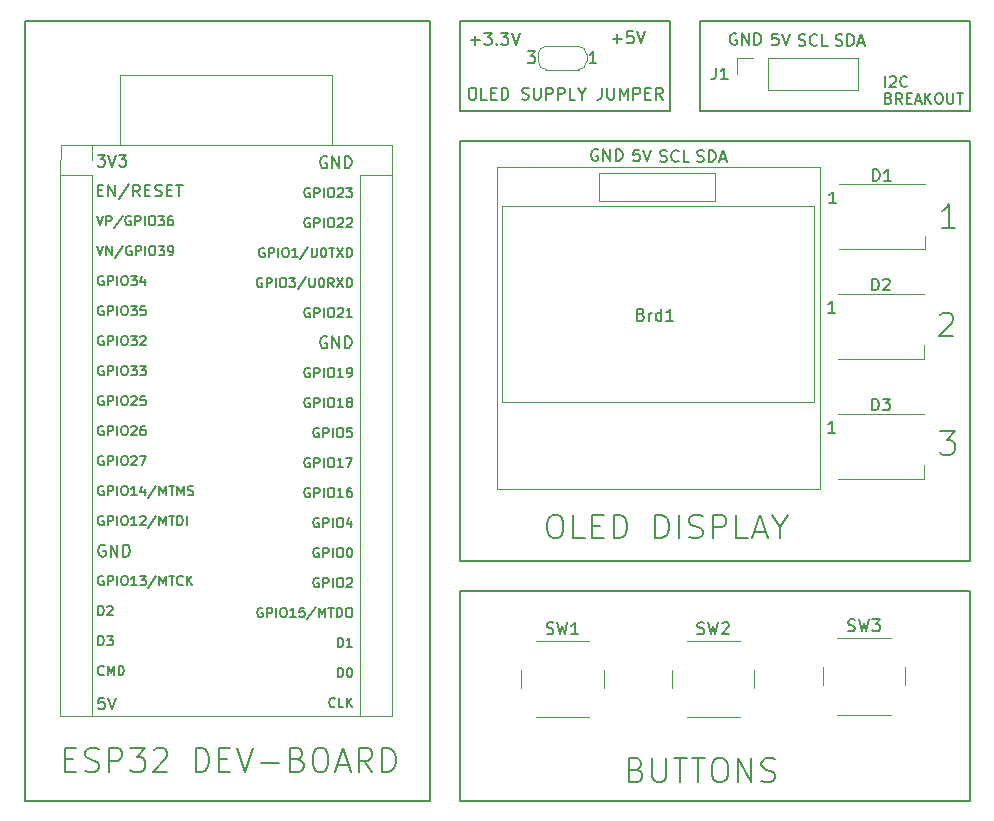
<source format=gbr>
%TF.GenerationSoftware,KiCad,Pcbnew,7.0.8-1.fc38*%
%TF.CreationDate,2023-11-06T19:13:25+00:00*%
%TF.ProjectId,Dev_habit_reminder,4465765f-6861-4626-9974-5f72656d696e,rev?*%
%TF.SameCoordinates,Original*%
%TF.FileFunction,Legend,Top*%
%TF.FilePolarity,Positive*%
%FSLAX46Y46*%
G04 Gerber Fmt 4.6, Leading zero omitted, Abs format (unit mm)*
G04 Created by KiCad (PCBNEW 7.0.8-1.fc38) date 2023-11-06 19:13:25*
%MOMM*%
%LPD*%
G01*
G04 APERTURE LIST*
%ADD10C,0.150000*%
%ADD11C,0.120000*%
%ADD12C,0.100000*%
G04 APERTURE END LIST*
D10*
X144780000Y-60960000D02*
X162560000Y-60960000D01*
X162560000Y-68580000D01*
X144780000Y-68580000D01*
X144780000Y-60960000D01*
X144780000Y-71120000D02*
X187960000Y-71120000D01*
X187960000Y-106680000D01*
X144780000Y-106680000D01*
X144780000Y-71120000D01*
X165100000Y-60960000D02*
X187960000Y-60960000D01*
X187960000Y-68580000D01*
X165100000Y-68580000D01*
X165100000Y-60960000D01*
X107950000Y-60960000D02*
X142240000Y-60960000D01*
X142240000Y-127000000D01*
X107950000Y-127000000D01*
X107950000Y-60960000D01*
X144780000Y-109220000D02*
X187960000Y-109220000D01*
X187960000Y-127000000D01*
X144780000Y-127000000D01*
X144780000Y-109220000D01*
X180832660Y-66567107D02*
X180832660Y-65667107D01*
X181218374Y-65752821D02*
X181261231Y-65709964D01*
X181261231Y-65709964D02*
X181346946Y-65667107D01*
X181346946Y-65667107D02*
X181561231Y-65667107D01*
X181561231Y-65667107D02*
X181646946Y-65709964D01*
X181646946Y-65709964D02*
X181689803Y-65752821D01*
X181689803Y-65752821D02*
X181732660Y-65838535D01*
X181732660Y-65838535D02*
X181732660Y-65924250D01*
X181732660Y-65924250D02*
X181689803Y-66052821D01*
X181689803Y-66052821D02*
X181175517Y-66567107D01*
X181175517Y-66567107D02*
X181732660Y-66567107D01*
X182632660Y-66481392D02*
X182589803Y-66524250D01*
X182589803Y-66524250D02*
X182461231Y-66567107D01*
X182461231Y-66567107D02*
X182375517Y-66567107D01*
X182375517Y-66567107D02*
X182246946Y-66524250D01*
X182246946Y-66524250D02*
X182161231Y-66438535D01*
X182161231Y-66438535D02*
X182118374Y-66352821D01*
X182118374Y-66352821D02*
X182075517Y-66181392D01*
X182075517Y-66181392D02*
X182075517Y-66052821D01*
X182075517Y-66052821D02*
X182118374Y-65881392D01*
X182118374Y-65881392D02*
X182161231Y-65795678D01*
X182161231Y-65795678D02*
X182246946Y-65709964D01*
X182246946Y-65709964D02*
X182375517Y-65667107D01*
X182375517Y-65667107D02*
X182461231Y-65667107D01*
X182461231Y-65667107D02*
X182589803Y-65709964D01*
X182589803Y-65709964D02*
X182632660Y-65752821D01*
X181132660Y-67544678D02*
X181261232Y-67587535D01*
X181261232Y-67587535D02*
X181304089Y-67630392D01*
X181304089Y-67630392D02*
X181346946Y-67716107D01*
X181346946Y-67716107D02*
X181346946Y-67844678D01*
X181346946Y-67844678D02*
X181304089Y-67930392D01*
X181304089Y-67930392D02*
X181261232Y-67973250D01*
X181261232Y-67973250D02*
X181175517Y-68016107D01*
X181175517Y-68016107D02*
X180832660Y-68016107D01*
X180832660Y-68016107D02*
X180832660Y-67116107D01*
X180832660Y-67116107D02*
X181132660Y-67116107D01*
X181132660Y-67116107D02*
X181218375Y-67158964D01*
X181218375Y-67158964D02*
X181261232Y-67201821D01*
X181261232Y-67201821D02*
X181304089Y-67287535D01*
X181304089Y-67287535D02*
X181304089Y-67373250D01*
X181304089Y-67373250D02*
X181261232Y-67458964D01*
X181261232Y-67458964D02*
X181218375Y-67501821D01*
X181218375Y-67501821D02*
X181132660Y-67544678D01*
X181132660Y-67544678D02*
X180832660Y-67544678D01*
X182246946Y-68016107D02*
X181946946Y-67587535D01*
X181732660Y-68016107D02*
X181732660Y-67116107D01*
X181732660Y-67116107D02*
X182075517Y-67116107D01*
X182075517Y-67116107D02*
X182161232Y-67158964D01*
X182161232Y-67158964D02*
X182204089Y-67201821D01*
X182204089Y-67201821D02*
X182246946Y-67287535D01*
X182246946Y-67287535D02*
X182246946Y-67416107D01*
X182246946Y-67416107D02*
X182204089Y-67501821D01*
X182204089Y-67501821D02*
X182161232Y-67544678D01*
X182161232Y-67544678D02*
X182075517Y-67587535D01*
X182075517Y-67587535D02*
X181732660Y-67587535D01*
X182632660Y-67544678D02*
X182932660Y-67544678D01*
X183061232Y-68016107D02*
X182632660Y-68016107D01*
X182632660Y-68016107D02*
X182632660Y-67116107D01*
X182632660Y-67116107D02*
X183061232Y-67116107D01*
X183404089Y-67758964D02*
X183832661Y-67758964D01*
X183318375Y-68016107D02*
X183618375Y-67116107D01*
X183618375Y-67116107D02*
X183918375Y-68016107D01*
X184218375Y-68016107D02*
X184218375Y-67116107D01*
X184732661Y-68016107D02*
X184346947Y-67501821D01*
X184732661Y-67116107D02*
X184218375Y-67630392D01*
X185289804Y-67116107D02*
X185461232Y-67116107D01*
X185461232Y-67116107D02*
X185546947Y-67158964D01*
X185546947Y-67158964D02*
X185632661Y-67244678D01*
X185632661Y-67244678D02*
X185675518Y-67416107D01*
X185675518Y-67416107D02*
X185675518Y-67716107D01*
X185675518Y-67716107D02*
X185632661Y-67887535D01*
X185632661Y-67887535D02*
X185546947Y-67973250D01*
X185546947Y-67973250D02*
X185461232Y-68016107D01*
X185461232Y-68016107D02*
X185289804Y-68016107D01*
X185289804Y-68016107D02*
X185204090Y-67973250D01*
X185204090Y-67973250D02*
X185118375Y-67887535D01*
X185118375Y-67887535D02*
X185075518Y-67716107D01*
X185075518Y-67716107D02*
X185075518Y-67416107D01*
X185075518Y-67416107D02*
X185118375Y-67244678D01*
X185118375Y-67244678D02*
X185204090Y-67158964D01*
X185204090Y-67158964D02*
X185289804Y-67116107D01*
X186061232Y-67116107D02*
X186061232Y-67844678D01*
X186061232Y-67844678D02*
X186104089Y-67930392D01*
X186104089Y-67930392D02*
X186146947Y-67973250D01*
X186146947Y-67973250D02*
X186232661Y-68016107D01*
X186232661Y-68016107D02*
X186404089Y-68016107D01*
X186404089Y-68016107D02*
X186489804Y-67973250D01*
X186489804Y-67973250D02*
X186532661Y-67930392D01*
X186532661Y-67930392D02*
X186575518Y-67844678D01*
X186575518Y-67844678D02*
X186575518Y-67116107D01*
X186875518Y-67116107D02*
X187389804Y-67116107D01*
X187132661Y-68016107D02*
X187132661Y-67116107D01*
X152696335Y-102792307D02*
X153077288Y-102792307D01*
X153077288Y-102792307D02*
X153267764Y-102887545D01*
X153267764Y-102887545D02*
X153458240Y-103078021D01*
X153458240Y-103078021D02*
X153553478Y-103458973D01*
X153553478Y-103458973D02*
X153553478Y-104125640D01*
X153553478Y-104125640D02*
X153458240Y-104506592D01*
X153458240Y-104506592D02*
X153267764Y-104697069D01*
X153267764Y-104697069D02*
X153077288Y-104792307D01*
X153077288Y-104792307D02*
X152696335Y-104792307D01*
X152696335Y-104792307D02*
X152505859Y-104697069D01*
X152505859Y-104697069D02*
X152315383Y-104506592D01*
X152315383Y-104506592D02*
X152220145Y-104125640D01*
X152220145Y-104125640D02*
X152220145Y-103458973D01*
X152220145Y-103458973D02*
X152315383Y-103078021D01*
X152315383Y-103078021D02*
X152505859Y-102887545D01*
X152505859Y-102887545D02*
X152696335Y-102792307D01*
X155363002Y-104792307D02*
X154410621Y-104792307D01*
X154410621Y-104792307D02*
X154410621Y-102792307D01*
X156029669Y-103744688D02*
X156696336Y-103744688D01*
X156982050Y-104792307D02*
X156029669Y-104792307D01*
X156029669Y-104792307D02*
X156029669Y-102792307D01*
X156029669Y-102792307D02*
X156982050Y-102792307D01*
X157839193Y-104792307D02*
X157839193Y-102792307D01*
X157839193Y-102792307D02*
X158315383Y-102792307D01*
X158315383Y-102792307D02*
X158601098Y-102887545D01*
X158601098Y-102887545D02*
X158791574Y-103078021D01*
X158791574Y-103078021D02*
X158886812Y-103268497D01*
X158886812Y-103268497D02*
X158982050Y-103649449D01*
X158982050Y-103649449D02*
X158982050Y-103935164D01*
X158982050Y-103935164D02*
X158886812Y-104316116D01*
X158886812Y-104316116D02*
X158791574Y-104506592D01*
X158791574Y-104506592D02*
X158601098Y-104697069D01*
X158601098Y-104697069D02*
X158315383Y-104792307D01*
X158315383Y-104792307D02*
X157839193Y-104792307D01*
X161363003Y-104792307D02*
X161363003Y-102792307D01*
X161363003Y-102792307D02*
X161839193Y-102792307D01*
X161839193Y-102792307D02*
X162124908Y-102887545D01*
X162124908Y-102887545D02*
X162315384Y-103078021D01*
X162315384Y-103078021D02*
X162410622Y-103268497D01*
X162410622Y-103268497D02*
X162505860Y-103649449D01*
X162505860Y-103649449D02*
X162505860Y-103935164D01*
X162505860Y-103935164D02*
X162410622Y-104316116D01*
X162410622Y-104316116D02*
X162315384Y-104506592D01*
X162315384Y-104506592D02*
X162124908Y-104697069D01*
X162124908Y-104697069D02*
X161839193Y-104792307D01*
X161839193Y-104792307D02*
X161363003Y-104792307D01*
X163363003Y-104792307D02*
X163363003Y-102792307D01*
X164220146Y-104697069D02*
X164505860Y-104792307D01*
X164505860Y-104792307D02*
X164982051Y-104792307D01*
X164982051Y-104792307D02*
X165172527Y-104697069D01*
X165172527Y-104697069D02*
X165267765Y-104601830D01*
X165267765Y-104601830D02*
X165363003Y-104411354D01*
X165363003Y-104411354D02*
X165363003Y-104220878D01*
X165363003Y-104220878D02*
X165267765Y-104030402D01*
X165267765Y-104030402D02*
X165172527Y-103935164D01*
X165172527Y-103935164D02*
X164982051Y-103839926D01*
X164982051Y-103839926D02*
X164601098Y-103744688D01*
X164601098Y-103744688D02*
X164410622Y-103649449D01*
X164410622Y-103649449D02*
X164315384Y-103554211D01*
X164315384Y-103554211D02*
X164220146Y-103363735D01*
X164220146Y-103363735D02*
X164220146Y-103173259D01*
X164220146Y-103173259D02*
X164315384Y-102982783D01*
X164315384Y-102982783D02*
X164410622Y-102887545D01*
X164410622Y-102887545D02*
X164601098Y-102792307D01*
X164601098Y-102792307D02*
X165077289Y-102792307D01*
X165077289Y-102792307D02*
X165363003Y-102887545D01*
X166220146Y-104792307D02*
X166220146Y-102792307D01*
X166220146Y-102792307D02*
X166982051Y-102792307D01*
X166982051Y-102792307D02*
X167172527Y-102887545D01*
X167172527Y-102887545D02*
X167267765Y-102982783D01*
X167267765Y-102982783D02*
X167363003Y-103173259D01*
X167363003Y-103173259D02*
X167363003Y-103458973D01*
X167363003Y-103458973D02*
X167267765Y-103649449D01*
X167267765Y-103649449D02*
X167172527Y-103744688D01*
X167172527Y-103744688D02*
X166982051Y-103839926D01*
X166982051Y-103839926D02*
X166220146Y-103839926D01*
X169172527Y-104792307D02*
X168220146Y-104792307D01*
X168220146Y-104792307D02*
X168220146Y-102792307D01*
X169743956Y-104220878D02*
X170696337Y-104220878D01*
X169553480Y-104792307D02*
X170220146Y-102792307D01*
X170220146Y-102792307D02*
X170886813Y-104792307D01*
X171934432Y-103839926D02*
X171934432Y-104792307D01*
X171267766Y-102792307D02*
X171934432Y-103839926D01*
X171934432Y-103839926D02*
X172601099Y-102792307D01*
X159771708Y-124370322D02*
X160057422Y-124465560D01*
X160057422Y-124465560D02*
X160152660Y-124560798D01*
X160152660Y-124560798D02*
X160247898Y-124751274D01*
X160247898Y-124751274D02*
X160247898Y-125036988D01*
X160247898Y-125036988D02*
X160152660Y-125227464D01*
X160152660Y-125227464D02*
X160057422Y-125322703D01*
X160057422Y-125322703D02*
X159866946Y-125417941D01*
X159866946Y-125417941D02*
X159105041Y-125417941D01*
X159105041Y-125417941D02*
X159105041Y-123417941D01*
X159105041Y-123417941D02*
X159771708Y-123417941D01*
X159771708Y-123417941D02*
X159962184Y-123513179D01*
X159962184Y-123513179D02*
X160057422Y-123608417D01*
X160057422Y-123608417D02*
X160152660Y-123798893D01*
X160152660Y-123798893D02*
X160152660Y-123989369D01*
X160152660Y-123989369D02*
X160057422Y-124179845D01*
X160057422Y-124179845D02*
X159962184Y-124275083D01*
X159962184Y-124275083D02*
X159771708Y-124370322D01*
X159771708Y-124370322D02*
X159105041Y-124370322D01*
X161105041Y-123417941D02*
X161105041Y-125036988D01*
X161105041Y-125036988D02*
X161200279Y-125227464D01*
X161200279Y-125227464D02*
X161295517Y-125322703D01*
X161295517Y-125322703D02*
X161485993Y-125417941D01*
X161485993Y-125417941D02*
X161866946Y-125417941D01*
X161866946Y-125417941D02*
X162057422Y-125322703D01*
X162057422Y-125322703D02*
X162152660Y-125227464D01*
X162152660Y-125227464D02*
X162247898Y-125036988D01*
X162247898Y-125036988D02*
X162247898Y-123417941D01*
X162914565Y-123417941D02*
X164057422Y-123417941D01*
X163485993Y-125417941D02*
X163485993Y-123417941D01*
X164438375Y-123417941D02*
X165581232Y-123417941D01*
X165009803Y-125417941D02*
X165009803Y-123417941D01*
X166628851Y-123417941D02*
X167009804Y-123417941D01*
X167009804Y-123417941D02*
X167200280Y-123513179D01*
X167200280Y-123513179D02*
X167390756Y-123703655D01*
X167390756Y-123703655D02*
X167485994Y-124084607D01*
X167485994Y-124084607D02*
X167485994Y-124751274D01*
X167485994Y-124751274D02*
X167390756Y-125132226D01*
X167390756Y-125132226D02*
X167200280Y-125322703D01*
X167200280Y-125322703D02*
X167009804Y-125417941D01*
X167009804Y-125417941D02*
X166628851Y-125417941D01*
X166628851Y-125417941D02*
X166438375Y-125322703D01*
X166438375Y-125322703D02*
X166247899Y-125132226D01*
X166247899Y-125132226D02*
X166152661Y-124751274D01*
X166152661Y-124751274D02*
X166152661Y-124084607D01*
X166152661Y-124084607D02*
X166247899Y-123703655D01*
X166247899Y-123703655D02*
X166438375Y-123513179D01*
X166438375Y-123513179D02*
X166628851Y-123417941D01*
X168343137Y-125417941D02*
X168343137Y-123417941D01*
X168343137Y-123417941D02*
X169485994Y-125417941D01*
X169485994Y-125417941D02*
X169485994Y-123417941D01*
X170343137Y-125322703D02*
X170628851Y-125417941D01*
X170628851Y-125417941D02*
X171105042Y-125417941D01*
X171105042Y-125417941D02*
X171295518Y-125322703D01*
X171295518Y-125322703D02*
X171390756Y-125227464D01*
X171390756Y-125227464D02*
X171485994Y-125036988D01*
X171485994Y-125036988D02*
X171485994Y-124846512D01*
X171485994Y-124846512D02*
X171390756Y-124656036D01*
X171390756Y-124656036D02*
X171295518Y-124560798D01*
X171295518Y-124560798D02*
X171105042Y-124465560D01*
X171105042Y-124465560D02*
X170724089Y-124370322D01*
X170724089Y-124370322D02*
X170533613Y-124275083D01*
X170533613Y-124275083D02*
X170438375Y-124179845D01*
X170438375Y-124179845D02*
X170343137Y-123989369D01*
X170343137Y-123989369D02*
X170343137Y-123798893D01*
X170343137Y-123798893D02*
X170438375Y-123608417D01*
X170438375Y-123608417D02*
X170533613Y-123513179D01*
X170533613Y-123513179D02*
X170724089Y-123417941D01*
X170724089Y-123417941D02*
X171200280Y-123417941D01*
X171200280Y-123417941D02*
X171485994Y-123513179D01*
X161755665Y-72877058D02*
X161898522Y-72924677D01*
X161898522Y-72924677D02*
X162136617Y-72924677D01*
X162136617Y-72924677D02*
X162231855Y-72877058D01*
X162231855Y-72877058D02*
X162279474Y-72829438D01*
X162279474Y-72829438D02*
X162327093Y-72734200D01*
X162327093Y-72734200D02*
X162327093Y-72638962D01*
X162327093Y-72638962D02*
X162279474Y-72543724D01*
X162279474Y-72543724D02*
X162231855Y-72496105D01*
X162231855Y-72496105D02*
X162136617Y-72448486D01*
X162136617Y-72448486D02*
X161946141Y-72400867D01*
X161946141Y-72400867D02*
X161850903Y-72353248D01*
X161850903Y-72353248D02*
X161803284Y-72305629D01*
X161803284Y-72305629D02*
X161755665Y-72210391D01*
X161755665Y-72210391D02*
X161755665Y-72115153D01*
X161755665Y-72115153D02*
X161803284Y-72019915D01*
X161803284Y-72019915D02*
X161850903Y-71972296D01*
X161850903Y-71972296D02*
X161946141Y-71924677D01*
X161946141Y-71924677D02*
X162184236Y-71924677D01*
X162184236Y-71924677D02*
X162327093Y-71972296D01*
X163327093Y-72829438D02*
X163279474Y-72877058D01*
X163279474Y-72877058D02*
X163136617Y-72924677D01*
X163136617Y-72924677D02*
X163041379Y-72924677D01*
X163041379Y-72924677D02*
X162898522Y-72877058D01*
X162898522Y-72877058D02*
X162803284Y-72781819D01*
X162803284Y-72781819D02*
X162755665Y-72686581D01*
X162755665Y-72686581D02*
X162708046Y-72496105D01*
X162708046Y-72496105D02*
X162708046Y-72353248D01*
X162708046Y-72353248D02*
X162755665Y-72162772D01*
X162755665Y-72162772D02*
X162803284Y-72067534D01*
X162803284Y-72067534D02*
X162898522Y-71972296D01*
X162898522Y-71972296D02*
X163041379Y-71924677D01*
X163041379Y-71924677D02*
X163136617Y-71924677D01*
X163136617Y-71924677D02*
X163279474Y-71972296D01*
X163279474Y-71972296D02*
X163327093Y-72019915D01*
X164231855Y-72924677D02*
X163755665Y-72924677D01*
X163755665Y-72924677D02*
X163755665Y-71924677D01*
X164878623Y-72877058D02*
X165021480Y-72924677D01*
X165021480Y-72924677D02*
X165259575Y-72924677D01*
X165259575Y-72924677D02*
X165354813Y-72877058D01*
X165354813Y-72877058D02*
X165402432Y-72829438D01*
X165402432Y-72829438D02*
X165450051Y-72734200D01*
X165450051Y-72734200D02*
X165450051Y-72638962D01*
X165450051Y-72638962D02*
X165402432Y-72543724D01*
X165402432Y-72543724D02*
X165354813Y-72496105D01*
X165354813Y-72496105D02*
X165259575Y-72448486D01*
X165259575Y-72448486D02*
X165069099Y-72400867D01*
X165069099Y-72400867D02*
X164973861Y-72353248D01*
X164973861Y-72353248D02*
X164926242Y-72305629D01*
X164926242Y-72305629D02*
X164878623Y-72210391D01*
X164878623Y-72210391D02*
X164878623Y-72115153D01*
X164878623Y-72115153D02*
X164926242Y-72019915D01*
X164926242Y-72019915D02*
X164973861Y-71972296D01*
X164973861Y-71972296D02*
X165069099Y-71924677D01*
X165069099Y-71924677D02*
X165307194Y-71924677D01*
X165307194Y-71924677D02*
X165450051Y-71972296D01*
X165878623Y-72924677D02*
X165878623Y-71924677D01*
X165878623Y-71924677D02*
X166116718Y-71924677D01*
X166116718Y-71924677D02*
X166259575Y-71972296D01*
X166259575Y-71972296D02*
X166354813Y-72067534D01*
X166354813Y-72067534D02*
X166402432Y-72162772D01*
X166402432Y-72162772D02*
X166450051Y-72353248D01*
X166450051Y-72353248D02*
X166450051Y-72496105D01*
X166450051Y-72496105D02*
X166402432Y-72686581D01*
X166402432Y-72686581D02*
X166354813Y-72781819D01*
X166354813Y-72781819D02*
X166259575Y-72877058D01*
X166259575Y-72877058D02*
X166116718Y-72924677D01*
X166116718Y-72924677D02*
X165878623Y-72924677D01*
X166831004Y-72638962D02*
X167307194Y-72638962D01*
X166735766Y-72924677D02*
X167069099Y-71924677D01*
X167069099Y-71924677D02*
X167402432Y-72924677D01*
X186762165Y-78528926D02*
X185619308Y-78528926D01*
X186190736Y-78528926D02*
X186190736Y-76528926D01*
X186190736Y-76528926D02*
X186000260Y-76814640D01*
X186000260Y-76814640D02*
X185809784Y-77005116D01*
X185809784Y-77005116D02*
X185619308Y-77100354D01*
X171742151Y-62065256D02*
X171265961Y-62065256D01*
X171265961Y-62065256D02*
X171218342Y-62541446D01*
X171218342Y-62541446D02*
X171265961Y-62493827D01*
X171265961Y-62493827D02*
X171361199Y-62446208D01*
X171361199Y-62446208D02*
X171599294Y-62446208D01*
X171599294Y-62446208D02*
X171694532Y-62493827D01*
X171694532Y-62493827D02*
X171742151Y-62541446D01*
X171742151Y-62541446D02*
X171789770Y-62636684D01*
X171789770Y-62636684D02*
X171789770Y-62874779D01*
X171789770Y-62874779D02*
X171742151Y-62970017D01*
X171742151Y-62970017D02*
X171694532Y-63017637D01*
X171694532Y-63017637D02*
X171599294Y-63065256D01*
X171599294Y-63065256D02*
X171361199Y-63065256D01*
X171361199Y-63065256D02*
X171265961Y-63017637D01*
X171265961Y-63017637D02*
X171218342Y-62970017D01*
X172075485Y-62065256D02*
X172408818Y-63065256D01*
X172408818Y-63065256D02*
X172742151Y-62065256D01*
X185462731Y-95719332D02*
X186700826Y-95719332D01*
X186700826Y-95719332D02*
X186034159Y-96481236D01*
X186034159Y-96481236D02*
X186319874Y-96481236D01*
X186319874Y-96481236D02*
X186510350Y-96576474D01*
X186510350Y-96576474D02*
X186605588Y-96671713D01*
X186605588Y-96671713D02*
X186700826Y-96862189D01*
X186700826Y-96862189D02*
X186700826Y-97338379D01*
X186700826Y-97338379D02*
X186605588Y-97528855D01*
X186605588Y-97528855D02*
X186510350Y-97624094D01*
X186510350Y-97624094D02*
X186319874Y-97719332D01*
X186319874Y-97719332D02*
X185748445Y-97719332D01*
X185748445Y-97719332D02*
X185557969Y-97624094D01*
X185557969Y-97624094D02*
X185462731Y-97528855D01*
X173489585Y-63058195D02*
X173632442Y-63105814D01*
X173632442Y-63105814D02*
X173870537Y-63105814D01*
X173870537Y-63105814D02*
X173965775Y-63058195D01*
X173965775Y-63058195D02*
X174013394Y-63010575D01*
X174013394Y-63010575D02*
X174061013Y-62915337D01*
X174061013Y-62915337D02*
X174061013Y-62820099D01*
X174061013Y-62820099D02*
X174013394Y-62724861D01*
X174013394Y-62724861D02*
X173965775Y-62677242D01*
X173965775Y-62677242D02*
X173870537Y-62629623D01*
X173870537Y-62629623D02*
X173680061Y-62582004D01*
X173680061Y-62582004D02*
X173584823Y-62534385D01*
X173584823Y-62534385D02*
X173537204Y-62486766D01*
X173537204Y-62486766D02*
X173489585Y-62391528D01*
X173489585Y-62391528D02*
X173489585Y-62296290D01*
X173489585Y-62296290D02*
X173537204Y-62201052D01*
X173537204Y-62201052D02*
X173584823Y-62153433D01*
X173584823Y-62153433D02*
X173680061Y-62105814D01*
X173680061Y-62105814D02*
X173918156Y-62105814D01*
X173918156Y-62105814D02*
X174061013Y-62153433D01*
X175061013Y-63010575D02*
X175013394Y-63058195D01*
X175013394Y-63058195D02*
X174870537Y-63105814D01*
X174870537Y-63105814D02*
X174775299Y-63105814D01*
X174775299Y-63105814D02*
X174632442Y-63058195D01*
X174632442Y-63058195D02*
X174537204Y-62962956D01*
X174537204Y-62962956D02*
X174489585Y-62867718D01*
X174489585Y-62867718D02*
X174441966Y-62677242D01*
X174441966Y-62677242D02*
X174441966Y-62534385D01*
X174441966Y-62534385D02*
X174489585Y-62343909D01*
X174489585Y-62343909D02*
X174537204Y-62248671D01*
X174537204Y-62248671D02*
X174632442Y-62153433D01*
X174632442Y-62153433D02*
X174775299Y-62105814D01*
X174775299Y-62105814D02*
X174870537Y-62105814D01*
X174870537Y-62105814D02*
X175013394Y-62153433D01*
X175013394Y-62153433D02*
X175061013Y-62201052D01*
X175965775Y-63105814D02*
X175489585Y-63105814D01*
X175489585Y-63105814D02*
X175489585Y-62105814D01*
X111378128Y-123513196D02*
X112044795Y-123513196D01*
X112330509Y-124560815D02*
X111378128Y-124560815D01*
X111378128Y-124560815D02*
X111378128Y-122560815D01*
X111378128Y-122560815D02*
X112330509Y-122560815D01*
X113092414Y-124465577D02*
X113378128Y-124560815D01*
X113378128Y-124560815D02*
X113854319Y-124560815D01*
X113854319Y-124560815D02*
X114044795Y-124465577D01*
X114044795Y-124465577D02*
X114140033Y-124370338D01*
X114140033Y-124370338D02*
X114235271Y-124179862D01*
X114235271Y-124179862D02*
X114235271Y-123989386D01*
X114235271Y-123989386D02*
X114140033Y-123798910D01*
X114140033Y-123798910D02*
X114044795Y-123703672D01*
X114044795Y-123703672D02*
X113854319Y-123608434D01*
X113854319Y-123608434D02*
X113473366Y-123513196D01*
X113473366Y-123513196D02*
X113282890Y-123417957D01*
X113282890Y-123417957D02*
X113187652Y-123322719D01*
X113187652Y-123322719D02*
X113092414Y-123132243D01*
X113092414Y-123132243D02*
X113092414Y-122941767D01*
X113092414Y-122941767D02*
X113187652Y-122751291D01*
X113187652Y-122751291D02*
X113282890Y-122656053D01*
X113282890Y-122656053D02*
X113473366Y-122560815D01*
X113473366Y-122560815D02*
X113949557Y-122560815D01*
X113949557Y-122560815D02*
X114235271Y-122656053D01*
X115092414Y-124560815D02*
X115092414Y-122560815D01*
X115092414Y-122560815D02*
X115854319Y-122560815D01*
X115854319Y-122560815D02*
X116044795Y-122656053D01*
X116044795Y-122656053D02*
X116140033Y-122751291D01*
X116140033Y-122751291D02*
X116235271Y-122941767D01*
X116235271Y-122941767D02*
X116235271Y-123227481D01*
X116235271Y-123227481D02*
X116140033Y-123417957D01*
X116140033Y-123417957D02*
X116044795Y-123513196D01*
X116044795Y-123513196D02*
X115854319Y-123608434D01*
X115854319Y-123608434D02*
X115092414Y-123608434D01*
X116901938Y-122560815D02*
X118140033Y-122560815D01*
X118140033Y-122560815D02*
X117473366Y-123322719D01*
X117473366Y-123322719D02*
X117759081Y-123322719D01*
X117759081Y-123322719D02*
X117949557Y-123417957D01*
X117949557Y-123417957D02*
X118044795Y-123513196D01*
X118044795Y-123513196D02*
X118140033Y-123703672D01*
X118140033Y-123703672D02*
X118140033Y-124179862D01*
X118140033Y-124179862D02*
X118044795Y-124370338D01*
X118044795Y-124370338D02*
X117949557Y-124465577D01*
X117949557Y-124465577D02*
X117759081Y-124560815D01*
X117759081Y-124560815D02*
X117187652Y-124560815D01*
X117187652Y-124560815D02*
X116997176Y-124465577D01*
X116997176Y-124465577D02*
X116901938Y-124370338D01*
X118901938Y-122751291D02*
X118997176Y-122656053D01*
X118997176Y-122656053D02*
X119187652Y-122560815D01*
X119187652Y-122560815D02*
X119663843Y-122560815D01*
X119663843Y-122560815D02*
X119854319Y-122656053D01*
X119854319Y-122656053D02*
X119949557Y-122751291D01*
X119949557Y-122751291D02*
X120044795Y-122941767D01*
X120044795Y-122941767D02*
X120044795Y-123132243D01*
X120044795Y-123132243D02*
X119949557Y-123417957D01*
X119949557Y-123417957D02*
X118806700Y-124560815D01*
X118806700Y-124560815D02*
X120044795Y-124560815D01*
X122425748Y-124560815D02*
X122425748Y-122560815D01*
X122425748Y-122560815D02*
X122901938Y-122560815D01*
X122901938Y-122560815D02*
X123187653Y-122656053D01*
X123187653Y-122656053D02*
X123378129Y-122846529D01*
X123378129Y-122846529D02*
X123473367Y-123037005D01*
X123473367Y-123037005D02*
X123568605Y-123417957D01*
X123568605Y-123417957D02*
X123568605Y-123703672D01*
X123568605Y-123703672D02*
X123473367Y-124084624D01*
X123473367Y-124084624D02*
X123378129Y-124275100D01*
X123378129Y-124275100D02*
X123187653Y-124465577D01*
X123187653Y-124465577D02*
X122901938Y-124560815D01*
X122901938Y-124560815D02*
X122425748Y-124560815D01*
X124425748Y-123513196D02*
X125092415Y-123513196D01*
X125378129Y-124560815D02*
X124425748Y-124560815D01*
X124425748Y-124560815D02*
X124425748Y-122560815D01*
X124425748Y-122560815D02*
X125378129Y-122560815D01*
X125949558Y-122560815D02*
X126616224Y-124560815D01*
X126616224Y-124560815D02*
X127282891Y-122560815D01*
X127949558Y-123798910D02*
X129473368Y-123798910D01*
X131092415Y-123513196D02*
X131378129Y-123608434D01*
X131378129Y-123608434D02*
X131473367Y-123703672D01*
X131473367Y-123703672D02*
X131568605Y-123894148D01*
X131568605Y-123894148D02*
X131568605Y-124179862D01*
X131568605Y-124179862D02*
X131473367Y-124370338D01*
X131473367Y-124370338D02*
X131378129Y-124465577D01*
X131378129Y-124465577D02*
X131187653Y-124560815D01*
X131187653Y-124560815D02*
X130425748Y-124560815D01*
X130425748Y-124560815D02*
X130425748Y-122560815D01*
X130425748Y-122560815D02*
X131092415Y-122560815D01*
X131092415Y-122560815D02*
X131282891Y-122656053D01*
X131282891Y-122656053D02*
X131378129Y-122751291D01*
X131378129Y-122751291D02*
X131473367Y-122941767D01*
X131473367Y-122941767D02*
X131473367Y-123132243D01*
X131473367Y-123132243D02*
X131378129Y-123322719D01*
X131378129Y-123322719D02*
X131282891Y-123417957D01*
X131282891Y-123417957D02*
X131092415Y-123513196D01*
X131092415Y-123513196D02*
X130425748Y-123513196D01*
X132806700Y-122560815D02*
X133187653Y-122560815D01*
X133187653Y-122560815D02*
X133378129Y-122656053D01*
X133378129Y-122656053D02*
X133568605Y-122846529D01*
X133568605Y-122846529D02*
X133663843Y-123227481D01*
X133663843Y-123227481D02*
X133663843Y-123894148D01*
X133663843Y-123894148D02*
X133568605Y-124275100D01*
X133568605Y-124275100D02*
X133378129Y-124465577D01*
X133378129Y-124465577D02*
X133187653Y-124560815D01*
X133187653Y-124560815D02*
X132806700Y-124560815D01*
X132806700Y-124560815D02*
X132616224Y-124465577D01*
X132616224Y-124465577D02*
X132425748Y-124275100D01*
X132425748Y-124275100D02*
X132330510Y-123894148D01*
X132330510Y-123894148D02*
X132330510Y-123227481D01*
X132330510Y-123227481D02*
X132425748Y-122846529D01*
X132425748Y-122846529D02*
X132616224Y-122656053D01*
X132616224Y-122656053D02*
X132806700Y-122560815D01*
X134425748Y-123989386D02*
X135378129Y-123989386D01*
X134235272Y-124560815D02*
X134901938Y-122560815D01*
X134901938Y-122560815D02*
X135568605Y-124560815D01*
X137378129Y-124560815D02*
X136711462Y-123608434D01*
X136235272Y-124560815D02*
X136235272Y-122560815D01*
X136235272Y-122560815D02*
X136997177Y-122560815D01*
X136997177Y-122560815D02*
X137187653Y-122656053D01*
X137187653Y-122656053D02*
X137282891Y-122751291D01*
X137282891Y-122751291D02*
X137378129Y-122941767D01*
X137378129Y-122941767D02*
X137378129Y-123227481D01*
X137378129Y-123227481D02*
X137282891Y-123417957D01*
X137282891Y-123417957D02*
X137187653Y-123513196D01*
X137187653Y-123513196D02*
X136997177Y-123608434D01*
X136997177Y-123608434D02*
X136235272Y-123608434D01*
X138235272Y-124560815D02*
X138235272Y-122560815D01*
X138235272Y-122560815D02*
X138711462Y-122560815D01*
X138711462Y-122560815D02*
X138997177Y-122656053D01*
X138997177Y-122656053D02*
X139187653Y-122846529D01*
X139187653Y-122846529D02*
X139282891Y-123037005D01*
X139282891Y-123037005D02*
X139378129Y-123417957D01*
X139378129Y-123417957D02*
X139378129Y-123703672D01*
X139378129Y-123703672D02*
X139282891Y-124084624D01*
X139282891Y-124084624D02*
X139187653Y-124275100D01*
X139187653Y-124275100D02*
X138997177Y-124465577D01*
X138997177Y-124465577D02*
X138711462Y-124560815D01*
X138711462Y-124560815D02*
X138235272Y-124560815D01*
X156486755Y-71891180D02*
X156391517Y-71843561D01*
X156391517Y-71843561D02*
X156248660Y-71843561D01*
X156248660Y-71843561D02*
X156105803Y-71891180D01*
X156105803Y-71891180D02*
X156010565Y-71986418D01*
X156010565Y-71986418D02*
X155962946Y-72081656D01*
X155962946Y-72081656D02*
X155915327Y-72272132D01*
X155915327Y-72272132D02*
X155915327Y-72414989D01*
X155915327Y-72414989D02*
X155962946Y-72605465D01*
X155962946Y-72605465D02*
X156010565Y-72700703D01*
X156010565Y-72700703D02*
X156105803Y-72795942D01*
X156105803Y-72795942D02*
X156248660Y-72843561D01*
X156248660Y-72843561D02*
X156343898Y-72843561D01*
X156343898Y-72843561D02*
X156486755Y-72795942D01*
X156486755Y-72795942D02*
X156534374Y-72748322D01*
X156534374Y-72748322D02*
X156534374Y-72414989D01*
X156534374Y-72414989D02*
X156343898Y-72414989D01*
X156962946Y-72843561D02*
X156962946Y-71843561D01*
X156962946Y-71843561D02*
X157534374Y-72843561D01*
X157534374Y-72843561D02*
X157534374Y-71843561D01*
X158010565Y-72843561D02*
X158010565Y-71843561D01*
X158010565Y-71843561D02*
X158248660Y-71843561D01*
X158248660Y-71843561D02*
X158391517Y-71891180D01*
X158391517Y-71891180D02*
X158486755Y-71986418D01*
X158486755Y-71986418D02*
X158534374Y-72081656D01*
X158534374Y-72081656D02*
X158581993Y-72272132D01*
X158581993Y-72272132D02*
X158581993Y-72414989D01*
X158581993Y-72414989D02*
X158534374Y-72605465D01*
X158534374Y-72605465D02*
X158486755Y-72700703D01*
X158486755Y-72700703D02*
X158391517Y-72795942D01*
X158391517Y-72795942D02*
X158248660Y-72843561D01*
X158248660Y-72843561D02*
X158010565Y-72843561D01*
X145722137Y-62627348D02*
X146484042Y-62627348D01*
X146103089Y-63008301D02*
X146103089Y-62246396D01*
X146864994Y-62008301D02*
X147484041Y-62008301D01*
X147484041Y-62008301D02*
X147150708Y-62389253D01*
X147150708Y-62389253D02*
X147293565Y-62389253D01*
X147293565Y-62389253D02*
X147388803Y-62436872D01*
X147388803Y-62436872D02*
X147436422Y-62484491D01*
X147436422Y-62484491D02*
X147484041Y-62579729D01*
X147484041Y-62579729D02*
X147484041Y-62817824D01*
X147484041Y-62817824D02*
X147436422Y-62913062D01*
X147436422Y-62913062D02*
X147388803Y-62960682D01*
X147388803Y-62960682D02*
X147293565Y-63008301D01*
X147293565Y-63008301D02*
X147007851Y-63008301D01*
X147007851Y-63008301D02*
X146912613Y-62960682D01*
X146912613Y-62960682D02*
X146864994Y-62913062D01*
X147912613Y-62913062D02*
X147960232Y-62960682D01*
X147960232Y-62960682D02*
X147912613Y-63008301D01*
X147912613Y-63008301D02*
X147864994Y-62960682D01*
X147864994Y-62960682D02*
X147912613Y-62913062D01*
X147912613Y-62913062D02*
X147912613Y-63008301D01*
X148293565Y-62008301D02*
X148912612Y-62008301D01*
X148912612Y-62008301D02*
X148579279Y-62389253D01*
X148579279Y-62389253D02*
X148722136Y-62389253D01*
X148722136Y-62389253D02*
X148817374Y-62436872D01*
X148817374Y-62436872D02*
X148864993Y-62484491D01*
X148864993Y-62484491D02*
X148912612Y-62579729D01*
X148912612Y-62579729D02*
X148912612Y-62817824D01*
X148912612Y-62817824D02*
X148864993Y-62913062D01*
X148864993Y-62913062D02*
X148817374Y-62960682D01*
X148817374Y-62960682D02*
X148722136Y-63008301D01*
X148722136Y-63008301D02*
X148436422Y-63008301D01*
X148436422Y-63008301D02*
X148341184Y-62960682D01*
X148341184Y-62960682D02*
X148293565Y-62913062D01*
X149198327Y-62008301D02*
X149531660Y-63008301D01*
X149531660Y-63008301D02*
X149864993Y-62008301D01*
X176612543Y-63058195D02*
X176755400Y-63105814D01*
X176755400Y-63105814D02*
X176993495Y-63105814D01*
X176993495Y-63105814D02*
X177088733Y-63058195D01*
X177088733Y-63058195D02*
X177136352Y-63010575D01*
X177136352Y-63010575D02*
X177183971Y-62915337D01*
X177183971Y-62915337D02*
X177183971Y-62820099D01*
X177183971Y-62820099D02*
X177136352Y-62724861D01*
X177136352Y-62724861D02*
X177088733Y-62677242D01*
X177088733Y-62677242D02*
X176993495Y-62629623D01*
X176993495Y-62629623D02*
X176803019Y-62582004D01*
X176803019Y-62582004D02*
X176707781Y-62534385D01*
X176707781Y-62534385D02*
X176660162Y-62486766D01*
X176660162Y-62486766D02*
X176612543Y-62391528D01*
X176612543Y-62391528D02*
X176612543Y-62296290D01*
X176612543Y-62296290D02*
X176660162Y-62201052D01*
X176660162Y-62201052D02*
X176707781Y-62153433D01*
X176707781Y-62153433D02*
X176803019Y-62105814D01*
X176803019Y-62105814D02*
X177041114Y-62105814D01*
X177041114Y-62105814D02*
X177183971Y-62153433D01*
X177612543Y-63105814D02*
X177612543Y-62105814D01*
X177612543Y-62105814D02*
X177850638Y-62105814D01*
X177850638Y-62105814D02*
X177993495Y-62153433D01*
X177993495Y-62153433D02*
X178088733Y-62248671D01*
X178088733Y-62248671D02*
X178136352Y-62343909D01*
X178136352Y-62343909D02*
X178183971Y-62534385D01*
X178183971Y-62534385D02*
X178183971Y-62677242D01*
X178183971Y-62677242D02*
X178136352Y-62867718D01*
X178136352Y-62867718D02*
X178088733Y-62962956D01*
X178088733Y-62962956D02*
X177993495Y-63058195D01*
X177993495Y-63058195D02*
X177850638Y-63105814D01*
X177850638Y-63105814D02*
X177612543Y-63105814D01*
X178564924Y-62820099D02*
X179041114Y-62820099D01*
X178469686Y-63105814D02*
X178803019Y-62105814D01*
X178803019Y-62105814D02*
X179136352Y-63105814D01*
X145779201Y-66652646D02*
X145969677Y-66652646D01*
X145969677Y-66652646D02*
X146064915Y-66700265D01*
X146064915Y-66700265D02*
X146160153Y-66795503D01*
X146160153Y-66795503D02*
X146207772Y-66985979D01*
X146207772Y-66985979D02*
X146207772Y-67319312D01*
X146207772Y-67319312D02*
X146160153Y-67509788D01*
X146160153Y-67509788D02*
X146064915Y-67605027D01*
X146064915Y-67605027D02*
X145969677Y-67652646D01*
X145969677Y-67652646D02*
X145779201Y-67652646D01*
X145779201Y-67652646D02*
X145683963Y-67605027D01*
X145683963Y-67605027D02*
X145588725Y-67509788D01*
X145588725Y-67509788D02*
X145541106Y-67319312D01*
X145541106Y-67319312D02*
X145541106Y-66985979D01*
X145541106Y-66985979D02*
X145588725Y-66795503D01*
X145588725Y-66795503D02*
X145683963Y-66700265D01*
X145683963Y-66700265D02*
X145779201Y-66652646D01*
X147112534Y-67652646D02*
X146636344Y-67652646D01*
X146636344Y-67652646D02*
X146636344Y-66652646D01*
X147445868Y-67128836D02*
X147779201Y-67128836D01*
X147922058Y-67652646D02*
X147445868Y-67652646D01*
X147445868Y-67652646D02*
X147445868Y-66652646D01*
X147445868Y-66652646D02*
X147922058Y-66652646D01*
X148350630Y-67652646D02*
X148350630Y-66652646D01*
X148350630Y-66652646D02*
X148588725Y-66652646D01*
X148588725Y-66652646D02*
X148731582Y-66700265D01*
X148731582Y-66700265D02*
X148826820Y-66795503D01*
X148826820Y-66795503D02*
X148874439Y-66890741D01*
X148874439Y-66890741D02*
X148922058Y-67081217D01*
X148922058Y-67081217D02*
X148922058Y-67224074D01*
X148922058Y-67224074D02*
X148874439Y-67414550D01*
X148874439Y-67414550D02*
X148826820Y-67509788D01*
X148826820Y-67509788D02*
X148731582Y-67605027D01*
X148731582Y-67605027D02*
X148588725Y-67652646D01*
X148588725Y-67652646D02*
X148350630Y-67652646D01*
X150064916Y-67605027D02*
X150207773Y-67652646D01*
X150207773Y-67652646D02*
X150445868Y-67652646D01*
X150445868Y-67652646D02*
X150541106Y-67605027D01*
X150541106Y-67605027D02*
X150588725Y-67557407D01*
X150588725Y-67557407D02*
X150636344Y-67462169D01*
X150636344Y-67462169D02*
X150636344Y-67366931D01*
X150636344Y-67366931D02*
X150588725Y-67271693D01*
X150588725Y-67271693D02*
X150541106Y-67224074D01*
X150541106Y-67224074D02*
X150445868Y-67176455D01*
X150445868Y-67176455D02*
X150255392Y-67128836D01*
X150255392Y-67128836D02*
X150160154Y-67081217D01*
X150160154Y-67081217D02*
X150112535Y-67033598D01*
X150112535Y-67033598D02*
X150064916Y-66938360D01*
X150064916Y-66938360D02*
X150064916Y-66843122D01*
X150064916Y-66843122D02*
X150112535Y-66747884D01*
X150112535Y-66747884D02*
X150160154Y-66700265D01*
X150160154Y-66700265D02*
X150255392Y-66652646D01*
X150255392Y-66652646D02*
X150493487Y-66652646D01*
X150493487Y-66652646D02*
X150636344Y-66700265D01*
X151064916Y-66652646D02*
X151064916Y-67462169D01*
X151064916Y-67462169D02*
X151112535Y-67557407D01*
X151112535Y-67557407D02*
X151160154Y-67605027D01*
X151160154Y-67605027D02*
X151255392Y-67652646D01*
X151255392Y-67652646D02*
X151445868Y-67652646D01*
X151445868Y-67652646D02*
X151541106Y-67605027D01*
X151541106Y-67605027D02*
X151588725Y-67557407D01*
X151588725Y-67557407D02*
X151636344Y-67462169D01*
X151636344Y-67462169D02*
X151636344Y-66652646D01*
X152112535Y-67652646D02*
X152112535Y-66652646D01*
X152112535Y-66652646D02*
X152493487Y-66652646D01*
X152493487Y-66652646D02*
X152588725Y-66700265D01*
X152588725Y-66700265D02*
X152636344Y-66747884D01*
X152636344Y-66747884D02*
X152683963Y-66843122D01*
X152683963Y-66843122D02*
X152683963Y-66985979D01*
X152683963Y-66985979D02*
X152636344Y-67081217D01*
X152636344Y-67081217D02*
X152588725Y-67128836D01*
X152588725Y-67128836D02*
X152493487Y-67176455D01*
X152493487Y-67176455D02*
X152112535Y-67176455D01*
X153112535Y-67652646D02*
X153112535Y-66652646D01*
X153112535Y-66652646D02*
X153493487Y-66652646D01*
X153493487Y-66652646D02*
X153588725Y-66700265D01*
X153588725Y-66700265D02*
X153636344Y-66747884D01*
X153636344Y-66747884D02*
X153683963Y-66843122D01*
X153683963Y-66843122D02*
X153683963Y-66985979D01*
X153683963Y-66985979D02*
X153636344Y-67081217D01*
X153636344Y-67081217D02*
X153588725Y-67128836D01*
X153588725Y-67128836D02*
X153493487Y-67176455D01*
X153493487Y-67176455D02*
X153112535Y-67176455D01*
X154588725Y-67652646D02*
X154112535Y-67652646D01*
X154112535Y-67652646D02*
X154112535Y-66652646D01*
X155112535Y-67176455D02*
X155112535Y-67652646D01*
X154779202Y-66652646D02*
X155112535Y-67176455D01*
X155112535Y-67176455D02*
X155445868Y-66652646D01*
X156826821Y-66652646D02*
X156826821Y-67366931D01*
X156826821Y-67366931D02*
X156779202Y-67509788D01*
X156779202Y-67509788D02*
X156683964Y-67605027D01*
X156683964Y-67605027D02*
X156541107Y-67652646D01*
X156541107Y-67652646D02*
X156445869Y-67652646D01*
X157303012Y-66652646D02*
X157303012Y-67462169D01*
X157303012Y-67462169D02*
X157350631Y-67557407D01*
X157350631Y-67557407D02*
X157398250Y-67605027D01*
X157398250Y-67605027D02*
X157493488Y-67652646D01*
X157493488Y-67652646D02*
X157683964Y-67652646D01*
X157683964Y-67652646D02*
X157779202Y-67605027D01*
X157779202Y-67605027D02*
X157826821Y-67557407D01*
X157826821Y-67557407D02*
X157874440Y-67462169D01*
X157874440Y-67462169D02*
X157874440Y-66652646D01*
X158350631Y-67652646D02*
X158350631Y-66652646D01*
X158350631Y-66652646D02*
X158683964Y-67366931D01*
X158683964Y-67366931D02*
X159017297Y-66652646D01*
X159017297Y-66652646D02*
X159017297Y-67652646D01*
X159493488Y-67652646D02*
X159493488Y-66652646D01*
X159493488Y-66652646D02*
X159874440Y-66652646D01*
X159874440Y-66652646D02*
X159969678Y-66700265D01*
X159969678Y-66700265D02*
X160017297Y-66747884D01*
X160017297Y-66747884D02*
X160064916Y-66843122D01*
X160064916Y-66843122D02*
X160064916Y-66985979D01*
X160064916Y-66985979D02*
X160017297Y-67081217D01*
X160017297Y-67081217D02*
X159969678Y-67128836D01*
X159969678Y-67128836D02*
X159874440Y-67176455D01*
X159874440Y-67176455D02*
X159493488Y-67176455D01*
X160493488Y-67128836D02*
X160826821Y-67128836D01*
X160969678Y-67652646D02*
X160493488Y-67652646D01*
X160493488Y-67652646D02*
X160493488Y-66652646D01*
X160493488Y-66652646D02*
X160969678Y-66652646D01*
X161969678Y-67652646D02*
X161636345Y-67176455D01*
X161398250Y-67652646D02*
X161398250Y-66652646D01*
X161398250Y-66652646D02*
X161779202Y-66652646D01*
X161779202Y-66652646D02*
X161874440Y-66700265D01*
X161874440Y-66700265D02*
X161922059Y-66747884D01*
X161922059Y-66747884D02*
X161969678Y-66843122D01*
X161969678Y-66843122D02*
X161969678Y-66985979D01*
X161969678Y-66985979D02*
X161922059Y-67081217D01*
X161922059Y-67081217D02*
X161874440Y-67128836D01*
X161874440Y-67128836D02*
X161779202Y-67176455D01*
X161779202Y-67176455D02*
X161398250Y-67176455D01*
X168220675Y-62072317D02*
X168125437Y-62024698D01*
X168125437Y-62024698D02*
X167982580Y-62024698D01*
X167982580Y-62024698D02*
X167839723Y-62072317D01*
X167839723Y-62072317D02*
X167744485Y-62167555D01*
X167744485Y-62167555D02*
X167696866Y-62262793D01*
X167696866Y-62262793D02*
X167649247Y-62453269D01*
X167649247Y-62453269D02*
X167649247Y-62596126D01*
X167649247Y-62596126D02*
X167696866Y-62786602D01*
X167696866Y-62786602D02*
X167744485Y-62881840D01*
X167744485Y-62881840D02*
X167839723Y-62977079D01*
X167839723Y-62977079D02*
X167982580Y-63024698D01*
X167982580Y-63024698D02*
X168077818Y-63024698D01*
X168077818Y-63024698D02*
X168220675Y-62977079D01*
X168220675Y-62977079D02*
X168268294Y-62929459D01*
X168268294Y-62929459D02*
X168268294Y-62596126D01*
X168268294Y-62596126D02*
X168077818Y-62596126D01*
X168696866Y-63024698D02*
X168696866Y-62024698D01*
X168696866Y-62024698D02*
X169268294Y-63024698D01*
X169268294Y-63024698D02*
X169268294Y-62024698D01*
X169744485Y-63024698D02*
X169744485Y-62024698D01*
X169744485Y-62024698D02*
X169982580Y-62024698D01*
X169982580Y-62024698D02*
X170125437Y-62072317D01*
X170125437Y-62072317D02*
X170220675Y-62167555D01*
X170220675Y-62167555D02*
X170268294Y-62262793D01*
X170268294Y-62262793D02*
X170315913Y-62453269D01*
X170315913Y-62453269D02*
X170315913Y-62596126D01*
X170315913Y-62596126D02*
X170268294Y-62786602D01*
X170268294Y-62786602D02*
X170220675Y-62881840D01*
X170220675Y-62881840D02*
X170125437Y-62977079D01*
X170125437Y-62977079D02*
X169982580Y-63024698D01*
X169982580Y-63024698D02*
X169744485Y-63024698D01*
X185435292Y-85880940D02*
X185530530Y-85785702D01*
X185530530Y-85785702D02*
X185721006Y-85690464D01*
X185721006Y-85690464D02*
X186197197Y-85690464D01*
X186197197Y-85690464D02*
X186387673Y-85785702D01*
X186387673Y-85785702D02*
X186482911Y-85880940D01*
X186482911Y-85880940D02*
X186578149Y-86071416D01*
X186578149Y-86071416D02*
X186578149Y-86261892D01*
X186578149Y-86261892D02*
X186482911Y-86547606D01*
X186482911Y-86547606D02*
X185340054Y-87690464D01*
X185340054Y-87690464D02*
X186578149Y-87690464D01*
X157757282Y-62492984D02*
X158519187Y-62492984D01*
X158138234Y-62873937D02*
X158138234Y-62112032D01*
X159471567Y-61873937D02*
X158995377Y-61873937D01*
X158995377Y-61873937D02*
X158947758Y-62350127D01*
X158947758Y-62350127D02*
X158995377Y-62302508D01*
X158995377Y-62302508D02*
X159090615Y-62254889D01*
X159090615Y-62254889D02*
X159328710Y-62254889D01*
X159328710Y-62254889D02*
X159423948Y-62302508D01*
X159423948Y-62302508D02*
X159471567Y-62350127D01*
X159471567Y-62350127D02*
X159519186Y-62445365D01*
X159519186Y-62445365D02*
X159519186Y-62683460D01*
X159519186Y-62683460D02*
X159471567Y-62778698D01*
X159471567Y-62778698D02*
X159423948Y-62826318D01*
X159423948Y-62826318D02*
X159328710Y-62873937D01*
X159328710Y-62873937D02*
X159090615Y-62873937D01*
X159090615Y-62873937D02*
X158995377Y-62826318D01*
X158995377Y-62826318D02*
X158947758Y-62778698D01*
X159804901Y-61873937D02*
X160138234Y-62873937D01*
X160138234Y-62873937D02*
X160471567Y-61873937D01*
X160008231Y-71884119D02*
X159532041Y-71884119D01*
X159532041Y-71884119D02*
X159484422Y-72360309D01*
X159484422Y-72360309D02*
X159532041Y-72312690D01*
X159532041Y-72312690D02*
X159627279Y-72265071D01*
X159627279Y-72265071D02*
X159865374Y-72265071D01*
X159865374Y-72265071D02*
X159960612Y-72312690D01*
X159960612Y-72312690D02*
X160008231Y-72360309D01*
X160008231Y-72360309D02*
X160055850Y-72455547D01*
X160055850Y-72455547D02*
X160055850Y-72693642D01*
X160055850Y-72693642D02*
X160008231Y-72788880D01*
X160008231Y-72788880D02*
X159960612Y-72836500D01*
X159960612Y-72836500D02*
X159865374Y-72884119D01*
X159865374Y-72884119D02*
X159627279Y-72884119D01*
X159627279Y-72884119D02*
X159532041Y-72836500D01*
X159532041Y-72836500D02*
X159484422Y-72788880D01*
X160341565Y-71884119D02*
X160674898Y-72884119D01*
X160674898Y-72884119D02*
X161008231Y-71884119D01*
X132094728Y-75140961D02*
X132018538Y-75102866D01*
X132018538Y-75102866D02*
X131904252Y-75102866D01*
X131904252Y-75102866D02*
X131789966Y-75140961D01*
X131789966Y-75140961D02*
X131713776Y-75217151D01*
X131713776Y-75217151D02*
X131675681Y-75293342D01*
X131675681Y-75293342D02*
X131637585Y-75445723D01*
X131637585Y-75445723D02*
X131637585Y-75560009D01*
X131637585Y-75560009D02*
X131675681Y-75712390D01*
X131675681Y-75712390D02*
X131713776Y-75788580D01*
X131713776Y-75788580D02*
X131789966Y-75864771D01*
X131789966Y-75864771D02*
X131904252Y-75902866D01*
X131904252Y-75902866D02*
X131980443Y-75902866D01*
X131980443Y-75902866D02*
X132094728Y-75864771D01*
X132094728Y-75864771D02*
X132132824Y-75826675D01*
X132132824Y-75826675D02*
X132132824Y-75560009D01*
X132132824Y-75560009D02*
X131980443Y-75560009D01*
X132475681Y-75902866D02*
X132475681Y-75102866D01*
X132475681Y-75102866D02*
X132780443Y-75102866D01*
X132780443Y-75102866D02*
X132856633Y-75140961D01*
X132856633Y-75140961D02*
X132894728Y-75179056D01*
X132894728Y-75179056D02*
X132932824Y-75255247D01*
X132932824Y-75255247D02*
X132932824Y-75369532D01*
X132932824Y-75369532D02*
X132894728Y-75445723D01*
X132894728Y-75445723D02*
X132856633Y-75483818D01*
X132856633Y-75483818D02*
X132780443Y-75521913D01*
X132780443Y-75521913D02*
X132475681Y-75521913D01*
X133275681Y-75902866D02*
X133275681Y-75102866D01*
X133809014Y-75102866D02*
X133961395Y-75102866D01*
X133961395Y-75102866D02*
X134037585Y-75140961D01*
X134037585Y-75140961D02*
X134113776Y-75217151D01*
X134113776Y-75217151D02*
X134151871Y-75369532D01*
X134151871Y-75369532D02*
X134151871Y-75636199D01*
X134151871Y-75636199D02*
X134113776Y-75788580D01*
X134113776Y-75788580D02*
X134037585Y-75864771D01*
X134037585Y-75864771D02*
X133961395Y-75902866D01*
X133961395Y-75902866D02*
X133809014Y-75902866D01*
X133809014Y-75902866D02*
X133732823Y-75864771D01*
X133732823Y-75864771D02*
X133656633Y-75788580D01*
X133656633Y-75788580D02*
X133618537Y-75636199D01*
X133618537Y-75636199D02*
X133618537Y-75369532D01*
X133618537Y-75369532D02*
X133656633Y-75217151D01*
X133656633Y-75217151D02*
X133732823Y-75140961D01*
X133732823Y-75140961D02*
X133809014Y-75102866D01*
X134456632Y-75179056D02*
X134494728Y-75140961D01*
X134494728Y-75140961D02*
X134570918Y-75102866D01*
X134570918Y-75102866D02*
X134761394Y-75102866D01*
X134761394Y-75102866D02*
X134837585Y-75140961D01*
X134837585Y-75140961D02*
X134875680Y-75179056D01*
X134875680Y-75179056D02*
X134913775Y-75255247D01*
X134913775Y-75255247D02*
X134913775Y-75331437D01*
X134913775Y-75331437D02*
X134875680Y-75445723D01*
X134875680Y-75445723D02*
X134418537Y-75902866D01*
X134418537Y-75902866D02*
X134913775Y-75902866D01*
X135180442Y-75102866D02*
X135675680Y-75102866D01*
X135675680Y-75102866D02*
X135409014Y-75407628D01*
X135409014Y-75407628D02*
X135523299Y-75407628D01*
X135523299Y-75407628D02*
X135599490Y-75445723D01*
X135599490Y-75445723D02*
X135637585Y-75483818D01*
X135637585Y-75483818D02*
X135675680Y-75560009D01*
X135675680Y-75560009D02*
X135675680Y-75750485D01*
X135675680Y-75750485D02*
X135637585Y-75826675D01*
X135637585Y-75826675D02*
X135599490Y-75864771D01*
X135599490Y-75864771D02*
X135523299Y-75902866D01*
X135523299Y-75902866D02*
X135294728Y-75902866D01*
X135294728Y-75902866D02*
X135218537Y-75864771D01*
X135218537Y-75864771D02*
X135180442Y-75826675D01*
X132094728Y-100540961D02*
X132018538Y-100502866D01*
X132018538Y-100502866D02*
X131904252Y-100502866D01*
X131904252Y-100502866D02*
X131789966Y-100540961D01*
X131789966Y-100540961D02*
X131713776Y-100617151D01*
X131713776Y-100617151D02*
X131675681Y-100693342D01*
X131675681Y-100693342D02*
X131637585Y-100845723D01*
X131637585Y-100845723D02*
X131637585Y-100960009D01*
X131637585Y-100960009D02*
X131675681Y-101112390D01*
X131675681Y-101112390D02*
X131713776Y-101188580D01*
X131713776Y-101188580D02*
X131789966Y-101264771D01*
X131789966Y-101264771D02*
X131904252Y-101302866D01*
X131904252Y-101302866D02*
X131980443Y-101302866D01*
X131980443Y-101302866D02*
X132094728Y-101264771D01*
X132094728Y-101264771D02*
X132132824Y-101226675D01*
X132132824Y-101226675D02*
X132132824Y-100960009D01*
X132132824Y-100960009D02*
X131980443Y-100960009D01*
X132475681Y-101302866D02*
X132475681Y-100502866D01*
X132475681Y-100502866D02*
X132780443Y-100502866D01*
X132780443Y-100502866D02*
X132856633Y-100540961D01*
X132856633Y-100540961D02*
X132894728Y-100579056D01*
X132894728Y-100579056D02*
X132932824Y-100655247D01*
X132932824Y-100655247D02*
X132932824Y-100769532D01*
X132932824Y-100769532D02*
X132894728Y-100845723D01*
X132894728Y-100845723D02*
X132856633Y-100883818D01*
X132856633Y-100883818D02*
X132780443Y-100921913D01*
X132780443Y-100921913D02*
X132475681Y-100921913D01*
X133275681Y-101302866D02*
X133275681Y-100502866D01*
X133809014Y-100502866D02*
X133961395Y-100502866D01*
X133961395Y-100502866D02*
X134037585Y-100540961D01*
X134037585Y-100540961D02*
X134113776Y-100617151D01*
X134113776Y-100617151D02*
X134151871Y-100769532D01*
X134151871Y-100769532D02*
X134151871Y-101036199D01*
X134151871Y-101036199D02*
X134113776Y-101188580D01*
X134113776Y-101188580D02*
X134037585Y-101264771D01*
X134037585Y-101264771D02*
X133961395Y-101302866D01*
X133961395Y-101302866D02*
X133809014Y-101302866D01*
X133809014Y-101302866D02*
X133732823Y-101264771D01*
X133732823Y-101264771D02*
X133656633Y-101188580D01*
X133656633Y-101188580D02*
X133618537Y-101036199D01*
X133618537Y-101036199D02*
X133618537Y-100769532D01*
X133618537Y-100769532D02*
X133656633Y-100617151D01*
X133656633Y-100617151D02*
X133732823Y-100540961D01*
X133732823Y-100540961D02*
X133809014Y-100502866D01*
X134913775Y-101302866D02*
X134456632Y-101302866D01*
X134685204Y-101302866D02*
X134685204Y-100502866D01*
X134685204Y-100502866D02*
X134609013Y-100617151D01*
X134609013Y-100617151D02*
X134532823Y-100693342D01*
X134532823Y-100693342D02*
X134456632Y-100731437D01*
X135599490Y-100502866D02*
X135447109Y-100502866D01*
X135447109Y-100502866D02*
X135370918Y-100540961D01*
X135370918Y-100540961D02*
X135332823Y-100579056D01*
X135332823Y-100579056D02*
X135256633Y-100693342D01*
X135256633Y-100693342D02*
X135218537Y-100845723D01*
X135218537Y-100845723D02*
X135218537Y-101150485D01*
X135218537Y-101150485D02*
X135256633Y-101226675D01*
X135256633Y-101226675D02*
X135294728Y-101264771D01*
X135294728Y-101264771D02*
X135370918Y-101302866D01*
X135370918Y-101302866D02*
X135523299Y-101302866D01*
X135523299Y-101302866D02*
X135599490Y-101264771D01*
X135599490Y-101264771D02*
X135637585Y-101226675D01*
X135637585Y-101226675D02*
X135675680Y-101150485D01*
X135675680Y-101150485D02*
X135675680Y-100960009D01*
X135675680Y-100960009D02*
X135637585Y-100883818D01*
X135637585Y-100883818D02*
X135599490Y-100845723D01*
X135599490Y-100845723D02*
X135523299Y-100807628D01*
X135523299Y-100807628D02*
X135370918Y-100807628D01*
X135370918Y-100807628D02*
X135294728Y-100845723D01*
X135294728Y-100845723D02*
X135256633Y-100883818D01*
X135256633Y-100883818D02*
X135218537Y-100960009D01*
X114145403Y-72316382D02*
X114764450Y-72316382D01*
X114764450Y-72316382D02*
X114431117Y-72697334D01*
X114431117Y-72697334D02*
X114573974Y-72697334D01*
X114573974Y-72697334D02*
X114669212Y-72744953D01*
X114669212Y-72744953D02*
X114716831Y-72792572D01*
X114716831Y-72792572D02*
X114764450Y-72887810D01*
X114764450Y-72887810D02*
X114764450Y-73125905D01*
X114764450Y-73125905D02*
X114716831Y-73221143D01*
X114716831Y-73221143D02*
X114669212Y-73268763D01*
X114669212Y-73268763D02*
X114573974Y-73316382D01*
X114573974Y-73316382D02*
X114288260Y-73316382D01*
X114288260Y-73316382D02*
X114193022Y-73268763D01*
X114193022Y-73268763D02*
X114145403Y-73221143D01*
X115050165Y-72316382D02*
X115383498Y-73316382D01*
X115383498Y-73316382D02*
X115716831Y-72316382D01*
X115954927Y-72316382D02*
X116573974Y-72316382D01*
X116573974Y-72316382D02*
X116240641Y-72697334D01*
X116240641Y-72697334D02*
X116383498Y-72697334D01*
X116383498Y-72697334D02*
X116478736Y-72744953D01*
X116478736Y-72744953D02*
X116526355Y-72792572D01*
X116526355Y-72792572D02*
X116573974Y-72887810D01*
X116573974Y-72887810D02*
X116573974Y-73125905D01*
X116573974Y-73125905D02*
X116526355Y-73221143D01*
X116526355Y-73221143D02*
X116478736Y-73268763D01*
X116478736Y-73268763D02*
X116383498Y-73316382D01*
X116383498Y-73316382D02*
X116097784Y-73316382D01*
X116097784Y-73316382D02*
X116002546Y-73268763D01*
X116002546Y-73268763D02*
X115954927Y-73221143D01*
X114612069Y-85161953D02*
X114535879Y-85123858D01*
X114535879Y-85123858D02*
X114421593Y-85123858D01*
X114421593Y-85123858D02*
X114307307Y-85161953D01*
X114307307Y-85161953D02*
X114231117Y-85238143D01*
X114231117Y-85238143D02*
X114193022Y-85314334D01*
X114193022Y-85314334D02*
X114154926Y-85466715D01*
X114154926Y-85466715D02*
X114154926Y-85581001D01*
X114154926Y-85581001D02*
X114193022Y-85733382D01*
X114193022Y-85733382D02*
X114231117Y-85809572D01*
X114231117Y-85809572D02*
X114307307Y-85885763D01*
X114307307Y-85885763D02*
X114421593Y-85923858D01*
X114421593Y-85923858D02*
X114497784Y-85923858D01*
X114497784Y-85923858D02*
X114612069Y-85885763D01*
X114612069Y-85885763D02*
X114650165Y-85847667D01*
X114650165Y-85847667D02*
X114650165Y-85581001D01*
X114650165Y-85581001D02*
X114497784Y-85581001D01*
X114993022Y-85923858D02*
X114993022Y-85123858D01*
X114993022Y-85123858D02*
X115297784Y-85123858D01*
X115297784Y-85123858D02*
X115373974Y-85161953D01*
X115373974Y-85161953D02*
X115412069Y-85200048D01*
X115412069Y-85200048D02*
X115450165Y-85276239D01*
X115450165Y-85276239D02*
X115450165Y-85390524D01*
X115450165Y-85390524D02*
X115412069Y-85466715D01*
X115412069Y-85466715D02*
X115373974Y-85504810D01*
X115373974Y-85504810D02*
X115297784Y-85542905D01*
X115297784Y-85542905D02*
X114993022Y-85542905D01*
X115793022Y-85923858D02*
X115793022Y-85123858D01*
X116326355Y-85123858D02*
X116478736Y-85123858D01*
X116478736Y-85123858D02*
X116554926Y-85161953D01*
X116554926Y-85161953D02*
X116631117Y-85238143D01*
X116631117Y-85238143D02*
X116669212Y-85390524D01*
X116669212Y-85390524D02*
X116669212Y-85657191D01*
X116669212Y-85657191D02*
X116631117Y-85809572D01*
X116631117Y-85809572D02*
X116554926Y-85885763D01*
X116554926Y-85885763D02*
X116478736Y-85923858D01*
X116478736Y-85923858D02*
X116326355Y-85923858D01*
X116326355Y-85923858D02*
X116250164Y-85885763D01*
X116250164Y-85885763D02*
X116173974Y-85809572D01*
X116173974Y-85809572D02*
X116135878Y-85657191D01*
X116135878Y-85657191D02*
X116135878Y-85390524D01*
X116135878Y-85390524D02*
X116173974Y-85238143D01*
X116173974Y-85238143D02*
X116250164Y-85161953D01*
X116250164Y-85161953D02*
X116326355Y-85123858D01*
X116935878Y-85123858D02*
X117431116Y-85123858D01*
X117431116Y-85123858D02*
X117164450Y-85428620D01*
X117164450Y-85428620D02*
X117278735Y-85428620D01*
X117278735Y-85428620D02*
X117354926Y-85466715D01*
X117354926Y-85466715D02*
X117393021Y-85504810D01*
X117393021Y-85504810D02*
X117431116Y-85581001D01*
X117431116Y-85581001D02*
X117431116Y-85771477D01*
X117431116Y-85771477D02*
X117393021Y-85847667D01*
X117393021Y-85847667D02*
X117354926Y-85885763D01*
X117354926Y-85885763D02*
X117278735Y-85923858D01*
X117278735Y-85923858D02*
X117050164Y-85923858D01*
X117050164Y-85923858D02*
X116973973Y-85885763D01*
X116973973Y-85885763D02*
X116935878Y-85847667D01*
X118154926Y-85123858D02*
X117773974Y-85123858D01*
X117773974Y-85123858D02*
X117735878Y-85504810D01*
X117735878Y-85504810D02*
X117773974Y-85466715D01*
X117773974Y-85466715D02*
X117850164Y-85428620D01*
X117850164Y-85428620D02*
X118040640Y-85428620D01*
X118040640Y-85428620D02*
X118116831Y-85466715D01*
X118116831Y-85466715D02*
X118154926Y-85504810D01*
X118154926Y-85504810D02*
X118193021Y-85581001D01*
X118193021Y-85581001D02*
X118193021Y-85771477D01*
X118193021Y-85771477D02*
X118154926Y-85847667D01*
X118154926Y-85847667D02*
X118116831Y-85885763D01*
X118116831Y-85885763D02*
X118040640Y-85923858D01*
X118040640Y-85923858D02*
X117850164Y-85923858D01*
X117850164Y-85923858D02*
X117773974Y-85885763D01*
X117773974Y-85885763D02*
X117735878Y-85847667D01*
X132094728Y-77680961D02*
X132018538Y-77642866D01*
X132018538Y-77642866D02*
X131904252Y-77642866D01*
X131904252Y-77642866D02*
X131789966Y-77680961D01*
X131789966Y-77680961D02*
X131713776Y-77757151D01*
X131713776Y-77757151D02*
X131675681Y-77833342D01*
X131675681Y-77833342D02*
X131637585Y-77985723D01*
X131637585Y-77985723D02*
X131637585Y-78100009D01*
X131637585Y-78100009D02*
X131675681Y-78252390D01*
X131675681Y-78252390D02*
X131713776Y-78328580D01*
X131713776Y-78328580D02*
X131789966Y-78404771D01*
X131789966Y-78404771D02*
X131904252Y-78442866D01*
X131904252Y-78442866D02*
X131980443Y-78442866D01*
X131980443Y-78442866D02*
X132094728Y-78404771D01*
X132094728Y-78404771D02*
X132132824Y-78366675D01*
X132132824Y-78366675D02*
X132132824Y-78100009D01*
X132132824Y-78100009D02*
X131980443Y-78100009D01*
X132475681Y-78442866D02*
X132475681Y-77642866D01*
X132475681Y-77642866D02*
X132780443Y-77642866D01*
X132780443Y-77642866D02*
X132856633Y-77680961D01*
X132856633Y-77680961D02*
X132894728Y-77719056D01*
X132894728Y-77719056D02*
X132932824Y-77795247D01*
X132932824Y-77795247D02*
X132932824Y-77909532D01*
X132932824Y-77909532D02*
X132894728Y-77985723D01*
X132894728Y-77985723D02*
X132856633Y-78023818D01*
X132856633Y-78023818D02*
X132780443Y-78061913D01*
X132780443Y-78061913D02*
X132475681Y-78061913D01*
X133275681Y-78442866D02*
X133275681Y-77642866D01*
X133809014Y-77642866D02*
X133961395Y-77642866D01*
X133961395Y-77642866D02*
X134037585Y-77680961D01*
X134037585Y-77680961D02*
X134113776Y-77757151D01*
X134113776Y-77757151D02*
X134151871Y-77909532D01*
X134151871Y-77909532D02*
X134151871Y-78176199D01*
X134151871Y-78176199D02*
X134113776Y-78328580D01*
X134113776Y-78328580D02*
X134037585Y-78404771D01*
X134037585Y-78404771D02*
X133961395Y-78442866D01*
X133961395Y-78442866D02*
X133809014Y-78442866D01*
X133809014Y-78442866D02*
X133732823Y-78404771D01*
X133732823Y-78404771D02*
X133656633Y-78328580D01*
X133656633Y-78328580D02*
X133618537Y-78176199D01*
X133618537Y-78176199D02*
X133618537Y-77909532D01*
X133618537Y-77909532D02*
X133656633Y-77757151D01*
X133656633Y-77757151D02*
X133732823Y-77680961D01*
X133732823Y-77680961D02*
X133809014Y-77642866D01*
X134456632Y-77719056D02*
X134494728Y-77680961D01*
X134494728Y-77680961D02*
X134570918Y-77642866D01*
X134570918Y-77642866D02*
X134761394Y-77642866D01*
X134761394Y-77642866D02*
X134837585Y-77680961D01*
X134837585Y-77680961D02*
X134875680Y-77719056D01*
X134875680Y-77719056D02*
X134913775Y-77795247D01*
X134913775Y-77795247D02*
X134913775Y-77871437D01*
X134913775Y-77871437D02*
X134875680Y-77985723D01*
X134875680Y-77985723D02*
X134418537Y-78442866D01*
X134418537Y-78442866D02*
X134913775Y-78442866D01*
X135218537Y-77719056D02*
X135256633Y-77680961D01*
X135256633Y-77680961D02*
X135332823Y-77642866D01*
X135332823Y-77642866D02*
X135523299Y-77642866D01*
X135523299Y-77642866D02*
X135599490Y-77680961D01*
X135599490Y-77680961D02*
X135637585Y-77719056D01*
X135637585Y-77719056D02*
X135675680Y-77795247D01*
X135675680Y-77795247D02*
X135675680Y-77871437D01*
X135675680Y-77871437D02*
X135637585Y-77985723D01*
X135637585Y-77985723D02*
X135180442Y-78442866D01*
X135180442Y-78442866D02*
X135675680Y-78442866D01*
X114193022Y-113863858D02*
X114193022Y-113063858D01*
X114193022Y-113063858D02*
X114383498Y-113063858D01*
X114383498Y-113063858D02*
X114497784Y-113101953D01*
X114497784Y-113101953D02*
X114573974Y-113178143D01*
X114573974Y-113178143D02*
X114612069Y-113254334D01*
X114612069Y-113254334D02*
X114650165Y-113406715D01*
X114650165Y-113406715D02*
X114650165Y-113521001D01*
X114650165Y-113521001D02*
X114612069Y-113673382D01*
X114612069Y-113673382D02*
X114573974Y-113749572D01*
X114573974Y-113749572D02*
X114497784Y-113825763D01*
X114497784Y-113825763D02*
X114383498Y-113863858D01*
X114383498Y-113863858D02*
X114193022Y-113863858D01*
X114916831Y-113063858D02*
X115412069Y-113063858D01*
X115412069Y-113063858D02*
X115145403Y-113368620D01*
X115145403Y-113368620D02*
X115259688Y-113368620D01*
X115259688Y-113368620D02*
X115335879Y-113406715D01*
X115335879Y-113406715D02*
X115373974Y-113444810D01*
X115373974Y-113444810D02*
X115412069Y-113521001D01*
X115412069Y-113521001D02*
X115412069Y-113711477D01*
X115412069Y-113711477D02*
X115373974Y-113787667D01*
X115373974Y-113787667D02*
X115335879Y-113825763D01*
X115335879Y-113825763D02*
X115259688Y-113863858D01*
X115259688Y-113863858D02*
X115031117Y-113863858D01*
X115031117Y-113863858D02*
X114954926Y-113825763D01*
X114954926Y-113825763D02*
X114916831Y-113787667D01*
X114078736Y-80043858D02*
X114345403Y-80843858D01*
X114345403Y-80843858D02*
X114612069Y-80043858D01*
X114878736Y-80843858D02*
X114878736Y-80043858D01*
X114878736Y-80043858D02*
X115335879Y-80843858D01*
X115335879Y-80843858D02*
X115335879Y-80043858D01*
X116288259Y-80005763D02*
X115602545Y-81034334D01*
X116973973Y-80081953D02*
X116897783Y-80043858D01*
X116897783Y-80043858D02*
X116783497Y-80043858D01*
X116783497Y-80043858D02*
X116669211Y-80081953D01*
X116669211Y-80081953D02*
X116593021Y-80158143D01*
X116593021Y-80158143D02*
X116554926Y-80234334D01*
X116554926Y-80234334D02*
X116516830Y-80386715D01*
X116516830Y-80386715D02*
X116516830Y-80501001D01*
X116516830Y-80501001D02*
X116554926Y-80653382D01*
X116554926Y-80653382D02*
X116593021Y-80729572D01*
X116593021Y-80729572D02*
X116669211Y-80805763D01*
X116669211Y-80805763D02*
X116783497Y-80843858D01*
X116783497Y-80843858D02*
X116859688Y-80843858D01*
X116859688Y-80843858D02*
X116973973Y-80805763D01*
X116973973Y-80805763D02*
X117012069Y-80767667D01*
X117012069Y-80767667D02*
X117012069Y-80501001D01*
X117012069Y-80501001D02*
X116859688Y-80501001D01*
X117354926Y-80843858D02*
X117354926Y-80043858D01*
X117354926Y-80043858D02*
X117659688Y-80043858D01*
X117659688Y-80043858D02*
X117735878Y-80081953D01*
X117735878Y-80081953D02*
X117773973Y-80120048D01*
X117773973Y-80120048D02*
X117812069Y-80196239D01*
X117812069Y-80196239D02*
X117812069Y-80310524D01*
X117812069Y-80310524D02*
X117773973Y-80386715D01*
X117773973Y-80386715D02*
X117735878Y-80424810D01*
X117735878Y-80424810D02*
X117659688Y-80462905D01*
X117659688Y-80462905D02*
X117354926Y-80462905D01*
X118154926Y-80843858D02*
X118154926Y-80043858D01*
X118688259Y-80043858D02*
X118840640Y-80043858D01*
X118840640Y-80043858D02*
X118916830Y-80081953D01*
X118916830Y-80081953D02*
X118993021Y-80158143D01*
X118993021Y-80158143D02*
X119031116Y-80310524D01*
X119031116Y-80310524D02*
X119031116Y-80577191D01*
X119031116Y-80577191D02*
X118993021Y-80729572D01*
X118993021Y-80729572D02*
X118916830Y-80805763D01*
X118916830Y-80805763D02*
X118840640Y-80843858D01*
X118840640Y-80843858D02*
X118688259Y-80843858D01*
X118688259Y-80843858D02*
X118612068Y-80805763D01*
X118612068Y-80805763D02*
X118535878Y-80729572D01*
X118535878Y-80729572D02*
X118497782Y-80577191D01*
X118497782Y-80577191D02*
X118497782Y-80310524D01*
X118497782Y-80310524D02*
X118535878Y-80158143D01*
X118535878Y-80158143D02*
X118612068Y-80081953D01*
X118612068Y-80081953D02*
X118688259Y-80043858D01*
X119297782Y-80043858D02*
X119793020Y-80043858D01*
X119793020Y-80043858D02*
X119526354Y-80348620D01*
X119526354Y-80348620D02*
X119640639Y-80348620D01*
X119640639Y-80348620D02*
X119716830Y-80386715D01*
X119716830Y-80386715D02*
X119754925Y-80424810D01*
X119754925Y-80424810D02*
X119793020Y-80501001D01*
X119793020Y-80501001D02*
X119793020Y-80691477D01*
X119793020Y-80691477D02*
X119754925Y-80767667D01*
X119754925Y-80767667D02*
X119716830Y-80805763D01*
X119716830Y-80805763D02*
X119640639Y-80843858D01*
X119640639Y-80843858D02*
X119412068Y-80843858D01*
X119412068Y-80843858D02*
X119335877Y-80805763D01*
X119335877Y-80805763D02*
X119297782Y-80767667D01*
X120173973Y-80843858D02*
X120326354Y-80843858D01*
X120326354Y-80843858D02*
X120402544Y-80805763D01*
X120402544Y-80805763D02*
X120440640Y-80767667D01*
X120440640Y-80767667D02*
X120516830Y-80653382D01*
X120516830Y-80653382D02*
X120554925Y-80501001D01*
X120554925Y-80501001D02*
X120554925Y-80196239D01*
X120554925Y-80196239D02*
X120516830Y-80120048D01*
X120516830Y-80120048D02*
X120478735Y-80081953D01*
X120478735Y-80081953D02*
X120402544Y-80043858D01*
X120402544Y-80043858D02*
X120250163Y-80043858D01*
X120250163Y-80043858D02*
X120173973Y-80081953D01*
X120173973Y-80081953D02*
X120135878Y-80120048D01*
X120135878Y-80120048D02*
X120097782Y-80196239D01*
X120097782Y-80196239D02*
X120097782Y-80386715D01*
X120097782Y-80386715D02*
X120135878Y-80462905D01*
X120135878Y-80462905D02*
X120173973Y-80501001D01*
X120173973Y-80501001D02*
X120250163Y-80539096D01*
X120250163Y-80539096D02*
X120402544Y-80539096D01*
X120402544Y-80539096D02*
X120478735Y-80501001D01*
X120478735Y-80501001D02*
X120516830Y-80462905D01*
X120516830Y-80462905D02*
X120554925Y-80386715D01*
X114764450Y-105384001D02*
X114669212Y-105336382D01*
X114669212Y-105336382D02*
X114526355Y-105336382D01*
X114526355Y-105336382D02*
X114383498Y-105384001D01*
X114383498Y-105384001D02*
X114288260Y-105479239D01*
X114288260Y-105479239D02*
X114240641Y-105574477D01*
X114240641Y-105574477D02*
X114193022Y-105764953D01*
X114193022Y-105764953D02*
X114193022Y-105907810D01*
X114193022Y-105907810D02*
X114240641Y-106098286D01*
X114240641Y-106098286D02*
X114288260Y-106193524D01*
X114288260Y-106193524D02*
X114383498Y-106288763D01*
X114383498Y-106288763D02*
X114526355Y-106336382D01*
X114526355Y-106336382D02*
X114621593Y-106336382D01*
X114621593Y-106336382D02*
X114764450Y-106288763D01*
X114764450Y-106288763D02*
X114812069Y-106241143D01*
X114812069Y-106241143D02*
X114812069Y-105907810D01*
X114812069Y-105907810D02*
X114621593Y-105907810D01*
X115240641Y-106336382D02*
X115240641Y-105336382D01*
X115240641Y-105336382D02*
X115812069Y-106336382D01*
X115812069Y-106336382D02*
X115812069Y-105336382D01*
X116288260Y-106336382D02*
X116288260Y-105336382D01*
X116288260Y-105336382D02*
X116526355Y-105336382D01*
X116526355Y-105336382D02*
X116669212Y-105384001D01*
X116669212Y-105384001D02*
X116764450Y-105479239D01*
X116764450Y-105479239D02*
X116812069Y-105574477D01*
X116812069Y-105574477D02*
X116859688Y-105764953D01*
X116859688Y-105764953D02*
X116859688Y-105907810D01*
X116859688Y-105907810D02*
X116812069Y-106098286D01*
X116812069Y-106098286D02*
X116764450Y-106193524D01*
X116764450Y-106193524D02*
X116669212Y-106288763D01*
X116669212Y-106288763D02*
X116526355Y-106336382D01*
X116526355Y-106336382D02*
X116288260Y-106336382D01*
X128056633Y-82760961D02*
X127980443Y-82722866D01*
X127980443Y-82722866D02*
X127866157Y-82722866D01*
X127866157Y-82722866D02*
X127751871Y-82760961D01*
X127751871Y-82760961D02*
X127675681Y-82837151D01*
X127675681Y-82837151D02*
X127637586Y-82913342D01*
X127637586Y-82913342D02*
X127599490Y-83065723D01*
X127599490Y-83065723D02*
X127599490Y-83180009D01*
X127599490Y-83180009D02*
X127637586Y-83332390D01*
X127637586Y-83332390D02*
X127675681Y-83408580D01*
X127675681Y-83408580D02*
X127751871Y-83484771D01*
X127751871Y-83484771D02*
X127866157Y-83522866D01*
X127866157Y-83522866D02*
X127942348Y-83522866D01*
X127942348Y-83522866D02*
X128056633Y-83484771D01*
X128056633Y-83484771D02*
X128094729Y-83446675D01*
X128094729Y-83446675D02*
X128094729Y-83180009D01*
X128094729Y-83180009D02*
X127942348Y-83180009D01*
X128437586Y-83522866D02*
X128437586Y-82722866D01*
X128437586Y-82722866D02*
X128742348Y-82722866D01*
X128742348Y-82722866D02*
X128818538Y-82760961D01*
X128818538Y-82760961D02*
X128856633Y-82799056D01*
X128856633Y-82799056D02*
X128894729Y-82875247D01*
X128894729Y-82875247D02*
X128894729Y-82989532D01*
X128894729Y-82989532D02*
X128856633Y-83065723D01*
X128856633Y-83065723D02*
X128818538Y-83103818D01*
X128818538Y-83103818D02*
X128742348Y-83141913D01*
X128742348Y-83141913D02*
X128437586Y-83141913D01*
X129237586Y-83522866D02*
X129237586Y-82722866D01*
X129770919Y-82722866D02*
X129923300Y-82722866D01*
X129923300Y-82722866D02*
X129999490Y-82760961D01*
X129999490Y-82760961D02*
X130075681Y-82837151D01*
X130075681Y-82837151D02*
X130113776Y-82989532D01*
X130113776Y-82989532D02*
X130113776Y-83256199D01*
X130113776Y-83256199D02*
X130075681Y-83408580D01*
X130075681Y-83408580D02*
X129999490Y-83484771D01*
X129999490Y-83484771D02*
X129923300Y-83522866D01*
X129923300Y-83522866D02*
X129770919Y-83522866D01*
X129770919Y-83522866D02*
X129694728Y-83484771D01*
X129694728Y-83484771D02*
X129618538Y-83408580D01*
X129618538Y-83408580D02*
X129580442Y-83256199D01*
X129580442Y-83256199D02*
X129580442Y-82989532D01*
X129580442Y-82989532D02*
X129618538Y-82837151D01*
X129618538Y-82837151D02*
X129694728Y-82760961D01*
X129694728Y-82760961D02*
X129770919Y-82722866D01*
X130380442Y-82722866D02*
X130875680Y-82722866D01*
X130875680Y-82722866D02*
X130609014Y-83027628D01*
X130609014Y-83027628D02*
X130723299Y-83027628D01*
X130723299Y-83027628D02*
X130799490Y-83065723D01*
X130799490Y-83065723D02*
X130837585Y-83103818D01*
X130837585Y-83103818D02*
X130875680Y-83180009D01*
X130875680Y-83180009D02*
X130875680Y-83370485D01*
X130875680Y-83370485D02*
X130837585Y-83446675D01*
X130837585Y-83446675D02*
X130799490Y-83484771D01*
X130799490Y-83484771D02*
X130723299Y-83522866D01*
X130723299Y-83522866D02*
X130494728Y-83522866D01*
X130494728Y-83522866D02*
X130418537Y-83484771D01*
X130418537Y-83484771D02*
X130380442Y-83446675D01*
X131789966Y-82684771D02*
X131104252Y-83713342D01*
X132056633Y-82722866D02*
X132056633Y-83370485D01*
X132056633Y-83370485D02*
X132094728Y-83446675D01*
X132094728Y-83446675D02*
X132132823Y-83484771D01*
X132132823Y-83484771D02*
X132209014Y-83522866D01*
X132209014Y-83522866D02*
X132361395Y-83522866D01*
X132361395Y-83522866D02*
X132437585Y-83484771D01*
X132437585Y-83484771D02*
X132475680Y-83446675D01*
X132475680Y-83446675D02*
X132513776Y-83370485D01*
X132513776Y-83370485D02*
X132513776Y-82722866D01*
X133047109Y-82722866D02*
X133123299Y-82722866D01*
X133123299Y-82722866D02*
X133199490Y-82760961D01*
X133199490Y-82760961D02*
X133237585Y-82799056D01*
X133237585Y-82799056D02*
X133275680Y-82875247D01*
X133275680Y-82875247D02*
X133313775Y-83027628D01*
X133313775Y-83027628D02*
X133313775Y-83218104D01*
X133313775Y-83218104D02*
X133275680Y-83370485D01*
X133275680Y-83370485D02*
X133237585Y-83446675D01*
X133237585Y-83446675D02*
X133199490Y-83484771D01*
X133199490Y-83484771D02*
X133123299Y-83522866D01*
X133123299Y-83522866D02*
X133047109Y-83522866D01*
X133047109Y-83522866D02*
X132970918Y-83484771D01*
X132970918Y-83484771D02*
X132932823Y-83446675D01*
X132932823Y-83446675D02*
X132894728Y-83370485D01*
X132894728Y-83370485D02*
X132856632Y-83218104D01*
X132856632Y-83218104D02*
X132856632Y-83027628D01*
X132856632Y-83027628D02*
X132894728Y-82875247D01*
X132894728Y-82875247D02*
X132932823Y-82799056D01*
X132932823Y-82799056D02*
X132970918Y-82760961D01*
X132970918Y-82760961D02*
X133047109Y-82722866D01*
X134113776Y-83522866D02*
X133847109Y-83141913D01*
X133656633Y-83522866D02*
X133656633Y-82722866D01*
X133656633Y-82722866D02*
X133961395Y-82722866D01*
X133961395Y-82722866D02*
X134037585Y-82760961D01*
X134037585Y-82760961D02*
X134075680Y-82799056D01*
X134075680Y-82799056D02*
X134113776Y-82875247D01*
X134113776Y-82875247D02*
X134113776Y-82989532D01*
X134113776Y-82989532D02*
X134075680Y-83065723D01*
X134075680Y-83065723D02*
X134037585Y-83103818D01*
X134037585Y-83103818D02*
X133961395Y-83141913D01*
X133961395Y-83141913D02*
X133656633Y-83141913D01*
X134380442Y-82722866D02*
X134913776Y-83522866D01*
X134913776Y-82722866D02*
X134380442Y-83522866D01*
X135218538Y-83522866D02*
X135218538Y-82722866D01*
X135218538Y-82722866D02*
X135409014Y-82722866D01*
X135409014Y-82722866D02*
X135523300Y-82760961D01*
X135523300Y-82760961D02*
X135599490Y-82837151D01*
X135599490Y-82837151D02*
X135637585Y-82913342D01*
X135637585Y-82913342D02*
X135675681Y-83065723D01*
X135675681Y-83065723D02*
X135675681Y-83180009D01*
X135675681Y-83180009D02*
X135637585Y-83332390D01*
X135637585Y-83332390D02*
X135599490Y-83408580D01*
X135599490Y-83408580D02*
X135523300Y-83484771D01*
X135523300Y-83484771D02*
X135409014Y-83522866D01*
X135409014Y-83522866D02*
X135218538Y-83522866D01*
X114612069Y-97861953D02*
X114535879Y-97823858D01*
X114535879Y-97823858D02*
X114421593Y-97823858D01*
X114421593Y-97823858D02*
X114307307Y-97861953D01*
X114307307Y-97861953D02*
X114231117Y-97938143D01*
X114231117Y-97938143D02*
X114193022Y-98014334D01*
X114193022Y-98014334D02*
X114154926Y-98166715D01*
X114154926Y-98166715D02*
X114154926Y-98281001D01*
X114154926Y-98281001D02*
X114193022Y-98433382D01*
X114193022Y-98433382D02*
X114231117Y-98509572D01*
X114231117Y-98509572D02*
X114307307Y-98585763D01*
X114307307Y-98585763D02*
X114421593Y-98623858D01*
X114421593Y-98623858D02*
X114497784Y-98623858D01*
X114497784Y-98623858D02*
X114612069Y-98585763D01*
X114612069Y-98585763D02*
X114650165Y-98547667D01*
X114650165Y-98547667D02*
X114650165Y-98281001D01*
X114650165Y-98281001D02*
X114497784Y-98281001D01*
X114993022Y-98623858D02*
X114993022Y-97823858D01*
X114993022Y-97823858D02*
X115297784Y-97823858D01*
X115297784Y-97823858D02*
X115373974Y-97861953D01*
X115373974Y-97861953D02*
X115412069Y-97900048D01*
X115412069Y-97900048D02*
X115450165Y-97976239D01*
X115450165Y-97976239D02*
X115450165Y-98090524D01*
X115450165Y-98090524D02*
X115412069Y-98166715D01*
X115412069Y-98166715D02*
X115373974Y-98204810D01*
X115373974Y-98204810D02*
X115297784Y-98242905D01*
X115297784Y-98242905D02*
X114993022Y-98242905D01*
X115793022Y-98623858D02*
X115793022Y-97823858D01*
X116326355Y-97823858D02*
X116478736Y-97823858D01*
X116478736Y-97823858D02*
X116554926Y-97861953D01*
X116554926Y-97861953D02*
X116631117Y-97938143D01*
X116631117Y-97938143D02*
X116669212Y-98090524D01*
X116669212Y-98090524D02*
X116669212Y-98357191D01*
X116669212Y-98357191D02*
X116631117Y-98509572D01*
X116631117Y-98509572D02*
X116554926Y-98585763D01*
X116554926Y-98585763D02*
X116478736Y-98623858D01*
X116478736Y-98623858D02*
X116326355Y-98623858D01*
X116326355Y-98623858D02*
X116250164Y-98585763D01*
X116250164Y-98585763D02*
X116173974Y-98509572D01*
X116173974Y-98509572D02*
X116135878Y-98357191D01*
X116135878Y-98357191D02*
X116135878Y-98090524D01*
X116135878Y-98090524D02*
X116173974Y-97938143D01*
X116173974Y-97938143D02*
X116250164Y-97861953D01*
X116250164Y-97861953D02*
X116326355Y-97823858D01*
X116973973Y-97900048D02*
X117012069Y-97861953D01*
X117012069Y-97861953D02*
X117088259Y-97823858D01*
X117088259Y-97823858D02*
X117278735Y-97823858D01*
X117278735Y-97823858D02*
X117354926Y-97861953D01*
X117354926Y-97861953D02*
X117393021Y-97900048D01*
X117393021Y-97900048D02*
X117431116Y-97976239D01*
X117431116Y-97976239D02*
X117431116Y-98052429D01*
X117431116Y-98052429D02*
X117393021Y-98166715D01*
X117393021Y-98166715D02*
X116935878Y-98623858D01*
X116935878Y-98623858D02*
X117431116Y-98623858D01*
X117697783Y-97823858D02*
X118231117Y-97823858D01*
X118231117Y-97823858D02*
X117888259Y-98623858D01*
X132856633Y-103080961D02*
X132780443Y-103042866D01*
X132780443Y-103042866D02*
X132666157Y-103042866D01*
X132666157Y-103042866D02*
X132551871Y-103080961D01*
X132551871Y-103080961D02*
X132475681Y-103157151D01*
X132475681Y-103157151D02*
X132437586Y-103233342D01*
X132437586Y-103233342D02*
X132399490Y-103385723D01*
X132399490Y-103385723D02*
X132399490Y-103500009D01*
X132399490Y-103500009D02*
X132437586Y-103652390D01*
X132437586Y-103652390D02*
X132475681Y-103728580D01*
X132475681Y-103728580D02*
X132551871Y-103804771D01*
X132551871Y-103804771D02*
X132666157Y-103842866D01*
X132666157Y-103842866D02*
X132742348Y-103842866D01*
X132742348Y-103842866D02*
X132856633Y-103804771D01*
X132856633Y-103804771D02*
X132894729Y-103766675D01*
X132894729Y-103766675D02*
X132894729Y-103500009D01*
X132894729Y-103500009D02*
X132742348Y-103500009D01*
X133237586Y-103842866D02*
X133237586Y-103042866D01*
X133237586Y-103042866D02*
X133542348Y-103042866D01*
X133542348Y-103042866D02*
X133618538Y-103080961D01*
X133618538Y-103080961D02*
X133656633Y-103119056D01*
X133656633Y-103119056D02*
X133694729Y-103195247D01*
X133694729Y-103195247D02*
X133694729Y-103309532D01*
X133694729Y-103309532D02*
X133656633Y-103385723D01*
X133656633Y-103385723D02*
X133618538Y-103423818D01*
X133618538Y-103423818D02*
X133542348Y-103461913D01*
X133542348Y-103461913D02*
X133237586Y-103461913D01*
X134037586Y-103842866D02*
X134037586Y-103042866D01*
X134570919Y-103042866D02*
X134723300Y-103042866D01*
X134723300Y-103042866D02*
X134799490Y-103080961D01*
X134799490Y-103080961D02*
X134875681Y-103157151D01*
X134875681Y-103157151D02*
X134913776Y-103309532D01*
X134913776Y-103309532D02*
X134913776Y-103576199D01*
X134913776Y-103576199D02*
X134875681Y-103728580D01*
X134875681Y-103728580D02*
X134799490Y-103804771D01*
X134799490Y-103804771D02*
X134723300Y-103842866D01*
X134723300Y-103842866D02*
X134570919Y-103842866D01*
X134570919Y-103842866D02*
X134494728Y-103804771D01*
X134494728Y-103804771D02*
X134418538Y-103728580D01*
X134418538Y-103728580D02*
X134380442Y-103576199D01*
X134380442Y-103576199D02*
X134380442Y-103309532D01*
X134380442Y-103309532D02*
X134418538Y-103157151D01*
X134418538Y-103157151D02*
X134494728Y-103080961D01*
X134494728Y-103080961D02*
X134570919Y-103042866D01*
X135599490Y-103309532D02*
X135599490Y-103842866D01*
X135409014Y-103004771D02*
X135218537Y-103576199D01*
X135218537Y-103576199D02*
X135713776Y-103576199D01*
X133542347Y-87743009D02*
X133447109Y-87695390D01*
X133447109Y-87695390D02*
X133304252Y-87695390D01*
X133304252Y-87695390D02*
X133161395Y-87743009D01*
X133161395Y-87743009D02*
X133066157Y-87838247D01*
X133066157Y-87838247D02*
X133018538Y-87933485D01*
X133018538Y-87933485D02*
X132970919Y-88123961D01*
X132970919Y-88123961D02*
X132970919Y-88266818D01*
X132970919Y-88266818D02*
X133018538Y-88457294D01*
X133018538Y-88457294D02*
X133066157Y-88552532D01*
X133066157Y-88552532D02*
X133161395Y-88647771D01*
X133161395Y-88647771D02*
X133304252Y-88695390D01*
X133304252Y-88695390D02*
X133399490Y-88695390D01*
X133399490Y-88695390D02*
X133542347Y-88647771D01*
X133542347Y-88647771D02*
X133589966Y-88600151D01*
X133589966Y-88600151D02*
X133589966Y-88266818D01*
X133589966Y-88266818D02*
X133399490Y-88266818D01*
X134018538Y-88695390D02*
X134018538Y-87695390D01*
X134018538Y-87695390D02*
X134589966Y-88695390D01*
X134589966Y-88695390D02*
X134589966Y-87695390D01*
X135066157Y-88695390D02*
X135066157Y-87695390D01*
X135066157Y-87695390D02*
X135304252Y-87695390D01*
X135304252Y-87695390D02*
X135447109Y-87743009D01*
X135447109Y-87743009D02*
X135542347Y-87838247D01*
X135542347Y-87838247D02*
X135589966Y-87933485D01*
X135589966Y-87933485D02*
X135637585Y-88123961D01*
X135637585Y-88123961D02*
X135637585Y-88266818D01*
X135637585Y-88266818D02*
X135589966Y-88457294D01*
X135589966Y-88457294D02*
X135542347Y-88552532D01*
X135542347Y-88552532D02*
X135447109Y-88647771D01*
X135447109Y-88647771D02*
X135304252Y-88695390D01*
X135304252Y-88695390D02*
X135066157Y-88695390D01*
X128247109Y-80220961D02*
X128170919Y-80182866D01*
X128170919Y-80182866D02*
X128056633Y-80182866D01*
X128056633Y-80182866D02*
X127942347Y-80220961D01*
X127942347Y-80220961D02*
X127866157Y-80297151D01*
X127866157Y-80297151D02*
X127828062Y-80373342D01*
X127828062Y-80373342D02*
X127789966Y-80525723D01*
X127789966Y-80525723D02*
X127789966Y-80640009D01*
X127789966Y-80640009D02*
X127828062Y-80792390D01*
X127828062Y-80792390D02*
X127866157Y-80868580D01*
X127866157Y-80868580D02*
X127942347Y-80944771D01*
X127942347Y-80944771D02*
X128056633Y-80982866D01*
X128056633Y-80982866D02*
X128132824Y-80982866D01*
X128132824Y-80982866D02*
X128247109Y-80944771D01*
X128247109Y-80944771D02*
X128285205Y-80906675D01*
X128285205Y-80906675D02*
X128285205Y-80640009D01*
X128285205Y-80640009D02*
X128132824Y-80640009D01*
X128628062Y-80982866D02*
X128628062Y-80182866D01*
X128628062Y-80182866D02*
X128932824Y-80182866D01*
X128932824Y-80182866D02*
X129009014Y-80220961D01*
X129009014Y-80220961D02*
X129047109Y-80259056D01*
X129047109Y-80259056D02*
X129085205Y-80335247D01*
X129085205Y-80335247D02*
X129085205Y-80449532D01*
X129085205Y-80449532D02*
X129047109Y-80525723D01*
X129047109Y-80525723D02*
X129009014Y-80563818D01*
X129009014Y-80563818D02*
X128932824Y-80601913D01*
X128932824Y-80601913D02*
X128628062Y-80601913D01*
X129428062Y-80982866D02*
X129428062Y-80182866D01*
X129961395Y-80182866D02*
X130113776Y-80182866D01*
X130113776Y-80182866D02*
X130189966Y-80220961D01*
X130189966Y-80220961D02*
X130266157Y-80297151D01*
X130266157Y-80297151D02*
X130304252Y-80449532D01*
X130304252Y-80449532D02*
X130304252Y-80716199D01*
X130304252Y-80716199D02*
X130266157Y-80868580D01*
X130266157Y-80868580D02*
X130189966Y-80944771D01*
X130189966Y-80944771D02*
X130113776Y-80982866D01*
X130113776Y-80982866D02*
X129961395Y-80982866D01*
X129961395Y-80982866D02*
X129885204Y-80944771D01*
X129885204Y-80944771D02*
X129809014Y-80868580D01*
X129809014Y-80868580D02*
X129770918Y-80716199D01*
X129770918Y-80716199D02*
X129770918Y-80449532D01*
X129770918Y-80449532D02*
X129809014Y-80297151D01*
X129809014Y-80297151D02*
X129885204Y-80220961D01*
X129885204Y-80220961D02*
X129961395Y-80182866D01*
X131066156Y-80982866D02*
X130609013Y-80982866D01*
X130837585Y-80982866D02*
X130837585Y-80182866D01*
X130837585Y-80182866D02*
X130761394Y-80297151D01*
X130761394Y-80297151D02*
X130685204Y-80373342D01*
X130685204Y-80373342D02*
X130609013Y-80411437D01*
X131980442Y-80144771D02*
X131294728Y-81173342D01*
X132247109Y-80182866D02*
X132247109Y-80830485D01*
X132247109Y-80830485D02*
X132285204Y-80906675D01*
X132285204Y-80906675D02*
X132323299Y-80944771D01*
X132323299Y-80944771D02*
X132399490Y-80982866D01*
X132399490Y-80982866D02*
X132551871Y-80982866D01*
X132551871Y-80982866D02*
X132628061Y-80944771D01*
X132628061Y-80944771D02*
X132666156Y-80906675D01*
X132666156Y-80906675D02*
X132704252Y-80830485D01*
X132704252Y-80830485D02*
X132704252Y-80182866D01*
X133237585Y-80182866D02*
X133313775Y-80182866D01*
X133313775Y-80182866D02*
X133389966Y-80220961D01*
X133389966Y-80220961D02*
X133428061Y-80259056D01*
X133428061Y-80259056D02*
X133466156Y-80335247D01*
X133466156Y-80335247D02*
X133504251Y-80487628D01*
X133504251Y-80487628D02*
X133504251Y-80678104D01*
X133504251Y-80678104D02*
X133466156Y-80830485D01*
X133466156Y-80830485D02*
X133428061Y-80906675D01*
X133428061Y-80906675D02*
X133389966Y-80944771D01*
X133389966Y-80944771D02*
X133313775Y-80982866D01*
X133313775Y-80982866D02*
X133237585Y-80982866D01*
X133237585Y-80982866D02*
X133161394Y-80944771D01*
X133161394Y-80944771D02*
X133123299Y-80906675D01*
X133123299Y-80906675D02*
X133085204Y-80830485D01*
X133085204Y-80830485D02*
X133047108Y-80678104D01*
X133047108Y-80678104D02*
X133047108Y-80487628D01*
X133047108Y-80487628D02*
X133085204Y-80335247D01*
X133085204Y-80335247D02*
X133123299Y-80259056D01*
X133123299Y-80259056D02*
X133161394Y-80220961D01*
X133161394Y-80220961D02*
X133237585Y-80182866D01*
X133732823Y-80182866D02*
X134189966Y-80182866D01*
X133961394Y-80982866D02*
X133961394Y-80182866D01*
X134380442Y-80182866D02*
X134913776Y-80982866D01*
X134913776Y-80182866D02*
X134380442Y-80982866D01*
X135218538Y-80982866D02*
X135218538Y-80182866D01*
X135218538Y-80182866D02*
X135409014Y-80182866D01*
X135409014Y-80182866D02*
X135523300Y-80220961D01*
X135523300Y-80220961D02*
X135599490Y-80297151D01*
X135599490Y-80297151D02*
X135637585Y-80373342D01*
X135637585Y-80373342D02*
X135675681Y-80525723D01*
X135675681Y-80525723D02*
X135675681Y-80640009D01*
X135675681Y-80640009D02*
X135637585Y-80792390D01*
X135637585Y-80792390D02*
X135599490Y-80868580D01*
X135599490Y-80868580D02*
X135523300Y-80944771D01*
X135523300Y-80944771D02*
X135409014Y-80982866D01*
X135409014Y-80982866D02*
X135218538Y-80982866D01*
X114713151Y-118287662D02*
X114236961Y-118287662D01*
X114236961Y-118287662D02*
X114189342Y-118763852D01*
X114189342Y-118763852D02*
X114236961Y-118716233D01*
X114236961Y-118716233D02*
X114332199Y-118668614D01*
X114332199Y-118668614D02*
X114570294Y-118668614D01*
X114570294Y-118668614D02*
X114665532Y-118716233D01*
X114665532Y-118716233D02*
X114713151Y-118763852D01*
X114713151Y-118763852D02*
X114760770Y-118859090D01*
X114760770Y-118859090D02*
X114760770Y-119097185D01*
X114760770Y-119097185D02*
X114713151Y-119192423D01*
X114713151Y-119192423D02*
X114665532Y-119240043D01*
X114665532Y-119240043D02*
X114570294Y-119287662D01*
X114570294Y-119287662D02*
X114332199Y-119287662D01*
X114332199Y-119287662D02*
X114236961Y-119240043D01*
X114236961Y-119240043D02*
X114189342Y-119192423D01*
X115046485Y-118287662D02*
X115379818Y-119287662D01*
X115379818Y-119287662D02*
X115713151Y-118287662D01*
X114135783Y-75329852D02*
X114469116Y-75329852D01*
X114611973Y-75853662D02*
X114135783Y-75853662D01*
X114135783Y-75853662D02*
X114135783Y-74853662D01*
X114135783Y-74853662D02*
X114611973Y-74853662D01*
X115040545Y-75853662D02*
X115040545Y-74853662D01*
X115040545Y-74853662D02*
X115611973Y-75853662D01*
X115611973Y-75853662D02*
X115611973Y-74853662D01*
X116802449Y-74806043D02*
X115945307Y-76091757D01*
X117707211Y-75853662D02*
X117373878Y-75377471D01*
X117135783Y-75853662D02*
X117135783Y-74853662D01*
X117135783Y-74853662D02*
X117516735Y-74853662D01*
X117516735Y-74853662D02*
X117611973Y-74901281D01*
X117611973Y-74901281D02*
X117659592Y-74948900D01*
X117659592Y-74948900D02*
X117707211Y-75044138D01*
X117707211Y-75044138D02*
X117707211Y-75186995D01*
X117707211Y-75186995D02*
X117659592Y-75282233D01*
X117659592Y-75282233D02*
X117611973Y-75329852D01*
X117611973Y-75329852D02*
X117516735Y-75377471D01*
X117516735Y-75377471D02*
X117135783Y-75377471D01*
X118135783Y-75329852D02*
X118469116Y-75329852D01*
X118611973Y-75853662D02*
X118135783Y-75853662D01*
X118135783Y-75853662D02*
X118135783Y-74853662D01*
X118135783Y-74853662D02*
X118611973Y-74853662D01*
X118992926Y-75806043D02*
X119135783Y-75853662D01*
X119135783Y-75853662D02*
X119373878Y-75853662D01*
X119373878Y-75853662D02*
X119469116Y-75806043D01*
X119469116Y-75806043D02*
X119516735Y-75758423D01*
X119516735Y-75758423D02*
X119564354Y-75663185D01*
X119564354Y-75663185D02*
X119564354Y-75567947D01*
X119564354Y-75567947D02*
X119516735Y-75472709D01*
X119516735Y-75472709D02*
X119469116Y-75425090D01*
X119469116Y-75425090D02*
X119373878Y-75377471D01*
X119373878Y-75377471D02*
X119183402Y-75329852D01*
X119183402Y-75329852D02*
X119088164Y-75282233D01*
X119088164Y-75282233D02*
X119040545Y-75234614D01*
X119040545Y-75234614D02*
X118992926Y-75139376D01*
X118992926Y-75139376D02*
X118992926Y-75044138D01*
X118992926Y-75044138D02*
X119040545Y-74948900D01*
X119040545Y-74948900D02*
X119088164Y-74901281D01*
X119088164Y-74901281D02*
X119183402Y-74853662D01*
X119183402Y-74853662D02*
X119421497Y-74853662D01*
X119421497Y-74853662D02*
X119564354Y-74901281D01*
X119992926Y-75329852D02*
X120326259Y-75329852D01*
X120469116Y-75853662D02*
X119992926Y-75853662D01*
X119992926Y-75853662D02*
X119992926Y-74853662D01*
X119992926Y-74853662D02*
X120469116Y-74853662D01*
X120754831Y-74853662D02*
X121326259Y-74853662D01*
X121040545Y-75853662D02*
X121040545Y-74853662D01*
X128094728Y-110700961D02*
X128018538Y-110662866D01*
X128018538Y-110662866D02*
X127904252Y-110662866D01*
X127904252Y-110662866D02*
X127789966Y-110700961D01*
X127789966Y-110700961D02*
X127713776Y-110777151D01*
X127713776Y-110777151D02*
X127675681Y-110853342D01*
X127675681Y-110853342D02*
X127637585Y-111005723D01*
X127637585Y-111005723D02*
X127637585Y-111120009D01*
X127637585Y-111120009D02*
X127675681Y-111272390D01*
X127675681Y-111272390D02*
X127713776Y-111348580D01*
X127713776Y-111348580D02*
X127789966Y-111424771D01*
X127789966Y-111424771D02*
X127904252Y-111462866D01*
X127904252Y-111462866D02*
X127980443Y-111462866D01*
X127980443Y-111462866D02*
X128094728Y-111424771D01*
X128094728Y-111424771D02*
X128132824Y-111386675D01*
X128132824Y-111386675D02*
X128132824Y-111120009D01*
X128132824Y-111120009D02*
X127980443Y-111120009D01*
X128475681Y-111462866D02*
X128475681Y-110662866D01*
X128475681Y-110662866D02*
X128780443Y-110662866D01*
X128780443Y-110662866D02*
X128856633Y-110700961D01*
X128856633Y-110700961D02*
X128894728Y-110739056D01*
X128894728Y-110739056D02*
X128932824Y-110815247D01*
X128932824Y-110815247D02*
X128932824Y-110929532D01*
X128932824Y-110929532D02*
X128894728Y-111005723D01*
X128894728Y-111005723D02*
X128856633Y-111043818D01*
X128856633Y-111043818D02*
X128780443Y-111081913D01*
X128780443Y-111081913D02*
X128475681Y-111081913D01*
X129275681Y-111462866D02*
X129275681Y-110662866D01*
X129809014Y-110662866D02*
X129961395Y-110662866D01*
X129961395Y-110662866D02*
X130037585Y-110700961D01*
X130037585Y-110700961D02*
X130113776Y-110777151D01*
X130113776Y-110777151D02*
X130151871Y-110929532D01*
X130151871Y-110929532D02*
X130151871Y-111196199D01*
X130151871Y-111196199D02*
X130113776Y-111348580D01*
X130113776Y-111348580D02*
X130037585Y-111424771D01*
X130037585Y-111424771D02*
X129961395Y-111462866D01*
X129961395Y-111462866D02*
X129809014Y-111462866D01*
X129809014Y-111462866D02*
X129732823Y-111424771D01*
X129732823Y-111424771D02*
X129656633Y-111348580D01*
X129656633Y-111348580D02*
X129618537Y-111196199D01*
X129618537Y-111196199D02*
X129618537Y-110929532D01*
X129618537Y-110929532D02*
X129656633Y-110777151D01*
X129656633Y-110777151D02*
X129732823Y-110700961D01*
X129732823Y-110700961D02*
X129809014Y-110662866D01*
X130913775Y-111462866D02*
X130456632Y-111462866D01*
X130685204Y-111462866D02*
X130685204Y-110662866D01*
X130685204Y-110662866D02*
X130609013Y-110777151D01*
X130609013Y-110777151D02*
X130532823Y-110853342D01*
X130532823Y-110853342D02*
X130456632Y-110891437D01*
X131637585Y-110662866D02*
X131256633Y-110662866D01*
X131256633Y-110662866D02*
X131218537Y-111043818D01*
X131218537Y-111043818D02*
X131256633Y-111005723D01*
X131256633Y-111005723D02*
X131332823Y-110967628D01*
X131332823Y-110967628D02*
X131523299Y-110967628D01*
X131523299Y-110967628D02*
X131599490Y-111005723D01*
X131599490Y-111005723D02*
X131637585Y-111043818D01*
X131637585Y-111043818D02*
X131675680Y-111120009D01*
X131675680Y-111120009D02*
X131675680Y-111310485D01*
X131675680Y-111310485D02*
X131637585Y-111386675D01*
X131637585Y-111386675D02*
X131599490Y-111424771D01*
X131599490Y-111424771D02*
X131523299Y-111462866D01*
X131523299Y-111462866D02*
X131332823Y-111462866D01*
X131332823Y-111462866D02*
X131256633Y-111424771D01*
X131256633Y-111424771D02*
X131218537Y-111386675D01*
X132589966Y-110624771D02*
X131904252Y-111653342D01*
X132856633Y-111462866D02*
X132856633Y-110662866D01*
X132856633Y-110662866D02*
X133123299Y-111234294D01*
X133123299Y-111234294D02*
X133389966Y-110662866D01*
X133389966Y-110662866D02*
X133389966Y-111462866D01*
X133656633Y-110662866D02*
X134113776Y-110662866D01*
X133885204Y-111462866D02*
X133885204Y-110662866D01*
X134380443Y-111462866D02*
X134380443Y-110662866D01*
X134380443Y-110662866D02*
X134570919Y-110662866D01*
X134570919Y-110662866D02*
X134685205Y-110700961D01*
X134685205Y-110700961D02*
X134761395Y-110777151D01*
X134761395Y-110777151D02*
X134799490Y-110853342D01*
X134799490Y-110853342D02*
X134837586Y-111005723D01*
X134837586Y-111005723D02*
X134837586Y-111120009D01*
X134837586Y-111120009D02*
X134799490Y-111272390D01*
X134799490Y-111272390D02*
X134761395Y-111348580D01*
X134761395Y-111348580D02*
X134685205Y-111424771D01*
X134685205Y-111424771D02*
X134570919Y-111462866D01*
X134570919Y-111462866D02*
X134380443Y-111462866D01*
X135332824Y-110662866D02*
X135485205Y-110662866D01*
X135485205Y-110662866D02*
X135561395Y-110700961D01*
X135561395Y-110700961D02*
X135637586Y-110777151D01*
X135637586Y-110777151D02*
X135675681Y-110929532D01*
X135675681Y-110929532D02*
X135675681Y-111196199D01*
X135675681Y-111196199D02*
X135637586Y-111348580D01*
X135637586Y-111348580D02*
X135561395Y-111424771D01*
X135561395Y-111424771D02*
X135485205Y-111462866D01*
X135485205Y-111462866D02*
X135332824Y-111462866D01*
X135332824Y-111462866D02*
X135256633Y-111424771D01*
X135256633Y-111424771D02*
X135180443Y-111348580D01*
X135180443Y-111348580D02*
X135142347Y-111196199D01*
X135142347Y-111196199D02*
X135142347Y-110929532D01*
X135142347Y-110929532D02*
X135180443Y-110777151D01*
X135180443Y-110777151D02*
X135256633Y-110700961D01*
X135256633Y-110700961D02*
X135332824Y-110662866D01*
X114612069Y-108021953D02*
X114535879Y-107983858D01*
X114535879Y-107983858D02*
X114421593Y-107983858D01*
X114421593Y-107983858D02*
X114307307Y-108021953D01*
X114307307Y-108021953D02*
X114231117Y-108098143D01*
X114231117Y-108098143D02*
X114193022Y-108174334D01*
X114193022Y-108174334D02*
X114154926Y-108326715D01*
X114154926Y-108326715D02*
X114154926Y-108441001D01*
X114154926Y-108441001D02*
X114193022Y-108593382D01*
X114193022Y-108593382D02*
X114231117Y-108669572D01*
X114231117Y-108669572D02*
X114307307Y-108745763D01*
X114307307Y-108745763D02*
X114421593Y-108783858D01*
X114421593Y-108783858D02*
X114497784Y-108783858D01*
X114497784Y-108783858D02*
X114612069Y-108745763D01*
X114612069Y-108745763D02*
X114650165Y-108707667D01*
X114650165Y-108707667D02*
X114650165Y-108441001D01*
X114650165Y-108441001D02*
X114497784Y-108441001D01*
X114993022Y-108783858D02*
X114993022Y-107983858D01*
X114993022Y-107983858D02*
X115297784Y-107983858D01*
X115297784Y-107983858D02*
X115373974Y-108021953D01*
X115373974Y-108021953D02*
X115412069Y-108060048D01*
X115412069Y-108060048D02*
X115450165Y-108136239D01*
X115450165Y-108136239D02*
X115450165Y-108250524D01*
X115450165Y-108250524D02*
X115412069Y-108326715D01*
X115412069Y-108326715D02*
X115373974Y-108364810D01*
X115373974Y-108364810D02*
X115297784Y-108402905D01*
X115297784Y-108402905D02*
X114993022Y-108402905D01*
X115793022Y-108783858D02*
X115793022Y-107983858D01*
X116326355Y-107983858D02*
X116478736Y-107983858D01*
X116478736Y-107983858D02*
X116554926Y-108021953D01*
X116554926Y-108021953D02*
X116631117Y-108098143D01*
X116631117Y-108098143D02*
X116669212Y-108250524D01*
X116669212Y-108250524D02*
X116669212Y-108517191D01*
X116669212Y-108517191D02*
X116631117Y-108669572D01*
X116631117Y-108669572D02*
X116554926Y-108745763D01*
X116554926Y-108745763D02*
X116478736Y-108783858D01*
X116478736Y-108783858D02*
X116326355Y-108783858D01*
X116326355Y-108783858D02*
X116250164Y-108745763D01*
X116250164Y-108745763D02*
X116173974Y-108669572D01*
X116173974Y-108669572D02*
X116135878Y-108517191D01*
X116135878Y-108517191D02*
X116135878Y-108250524D01*
X116135878Y-108250524D02*
X116173974Y-108098143D01*
X116173974Y-108098143D02*
X116250164Y-108021953D01*
X116250164Y-108021953D02*
X116326355Y-107983858D01*
X117431116Y-108783858D02*
X116973973Y-108783858D01*
X117202545Y-108783858D02*
X117202545Y-107983858D01*
X117202545Y-107983858D02*
X117126354Y-108098143D01*
X117126354Y-108098143D02*
X117050164Y-108174334D01*
X117050164Y-108174334D02*
X116973973Y-108212429D01*
X117697783Y-107983858D02*
X118193021Y-107983858D01*
X118193021Y-107983858D02*
X117926355Y-108288620D01*
X117926355Y-108288620D02*
X118040640Y-108288620D01*
X118040640Y-108288620D02*
X118116831Y-108326715D01*
X118116831Y-108326715D02*
X118154926Y-108364810D01*
X118154926Y-108364810D02*
X118193021Y-108441001D01*
X118193021Y-108441001D02*
X118193021Y-108631477D01*
X118193021Y-108631477D02*
X118154926Y-108707667D01*
X118154926Y-108707667D02*
X118116831Y-108745763D01*
X118116831Y-108745763D02*
X118040640Y-108783858D01*
X118040640Y-108783858D02*
X117812069Y-108783858D01*
X117812069Y-108783858D02*
X117735878Y-108745763D01*
X117735878Y-108745763D02*
X117697783Y-108707667D01*
X119107307Y-107945763D02*
X118421593Y-108974334D01*
X119373974Y-108783858D02*
X119373974Y-107983858D01*
X119373974Y-107983858D02*
X119640640Y-108555286D01*
X119640640Y-108555286D02*
X119907307Y-107983858D01*
X119907307Y-107983858D02*
X119907307Y-108783858D01*
X120173974Y-107983858D02*
X120631117Y-107983858D01*
X120402545Y-108783858D02*
X120402545Y-107983858D01*
X121354927Y-108707667D02*
X121316831Y-108745763D01*
X121316831Y-108745763D02*
X121202546Y-108783858D01*
X121202546Y-108783858D02*
X121126355Y-108783858D01*
X121126355Y-108783858D02*
X121012069Y-108745763D01*
X121012069Y-108745763D02*
X120935879Y-108669572D01*
X120935879Y-108669572D02*
X120897784Y-108593382D01*
X120897784Y-108593382D02*
X120859688Y-108441001D01*
X120859688Y-108441001D02*
X120859688Y-108326715D01*
X120859688Y-108326715D02*
X120897784Y-108174334D01*
X120897784Y-108174334D02*
X120935879Y-108098143D01*
X120935879Y-108098143D02*
X121012069Y-108021953D01*
X121012069Y-108021953D02*
X121126355Y-107983858D01*
X121126355Y-107983858D02*
X121202546Y-107983858D01*
X121202546Y-107983858D02*
X121316831Y-108021953D01*
X121316831Y-108021953D02*
X121354927Y-108060048D01*
X121697784Y-108783858D02*
X121697784Y-107983858D01*
X122154927Y-108783858D02*
X121812069Y-108326715D01*
X122154927Y-107983858D02*
X121697784Y-108441001D01*
X114612069Y-95321953D02*
X114535879Y-95283858D01*
X114535879Y-95283858D02*
X114421593Y-95283858D01*
X114421593Y-95283858D02*
X114307307Y-95321953D01*
X114307307Y-95321953D02*
X114231117Y-95398143D01*
X114231117Y-95398143D02*
X114193022Y-95474334D01*
X114193022Y-95474334D02*
X114154926Y-95626715D01*
X114154926Y-95626715D02*
X114154926Y-95741001D01*
X114154926Y-95741001D02*
X114193022Y-95893382D01*
X114193022Y-95893382D02*
X114231117Y-95969572D01*
X114231117Y-95969572D02*
X114307307Y-96045763D01*
X114307307Y-96045763D02*
X114421593Y-96083858D01*
X114421593Y-96083858D02*
X114497784Y-96083858D01*
X114497784Y-96083858D02*
X114612069Y-96045763D01*
X114612069Y-96045763D02*
X114650165Y-96007667D01*
X114650165Y-96007667D02*
X114650165Y-95741001D01*
X114650165Y-95741001D02*
X114497784Y-95741001D01*
X114993022Y-96083858D02*
X114993022Y-95283858D01*
X114993022Y-95283858D02*
X115297784Y-95283858D01*
X115297784Y-95283858D02*
X115373974Y-95321953D01*
X115373974Y-95321953D02*
X115412069Y-95360048D01*
X115412069Y-95360048D02*
X115450165Y-95436239D01*
X115450165Y-95436239D02*
X115450165Y-95550524D01*
X115450165Y-95550524D02*
X115412069Y-95626715D01*
X115412069Y-95626715D02*
X115373974Y-95664810D01*
X115373974Y-95664810D02*
X115297784Y-95702905D01*
X115297784Y-95702905D02*
X114993022Y-95702905D01*
X115793022Y-96083858D02*
X115793022Y-95283858D01*
X116326355Y-95283858D02*
X116478736Y-95283858D01*
X116478736Y-95283858D02*
X116554926Y-95321953D01*
X116554926Y-95321953D02*
X116631117Y-95398143D01*
X116631117Y-95398143D02*
X116669212Y-95550524D01*
X116669212Y-95550524D02*
X116669212Y-95817191D01*
X116669212Y-95817191D02*
X116631117Y-95969572D01*
X116631117Y-95969572D02*
X116554926Y-96045763D01*
X116554926Y-96045763D02*
X116478736Y-96083858D01*
X116478736Y-96083858D02*
X116326355Y-96083858D01*
X116326355Y-96083858D02*
X116250164Y-96045763D01*
X116250164Y-96045763D02*
X116173974Y-95969572D01*
X116173974Y-95969572D02*
X116135878Y-95817191D01*
X116135878Y-95817191D02*
X116135878Y-95550524D01*
X116135878Y-95550524D02*
X116173974Y-95398143D01*
X116173974Y-95398143D02*
X116250164Y-95321953D01*
X116250164Y-95321953D02*
X116326355Y-95283858D01*
X116973973Y-95360048D02*
X117012069Y-95321953D01*
X117012069Y-95321953D02*
X117088259Y-95283858D01*
X117088259Y-95283858D02*
X117278735Y-95283858D01*
X117278735Y-95283858D02*
X117354926Y-95321953D01*
X117354926Y-95321953D02*
X117393021Y-95360048D01*
X117393021Y-95360048D02*
X117431116Y-95436239D01*
X117431116Y-95436239D02*
X117431116Y-95512429D01*
X117431116Y-95512429D02*
X117393021Y-95626715D01*
X117393021Y-95626715D02*
X116935878Y-96083858D01*
X116935878Y-96083858D02*
X117431116Y-96083858D01*
X118116831Y-95283858D02*
X117964450Y-95283858D01*
X117964450Y-95283858D02*
X117888259Y-95321953D01*
X117888259Y-95321953D02*
X117850164Y-95360048D01*
X117850164Y-95360048D02*
X117773974Y-95474334D01*
X117773974Y-95474334D02*
X117735878Y-95626715D01*
X117735878Y-95626715D02*
X117735878Y-95931477D01*
X117735878Y-95931477D02*
X117773974Y-96007667D01*
X117773974Y-96007667D02*
X117812069Y-96045763D01*
X117812069Y-96045763D02*
X117888259Y-96083858D01*
X117888259Y-96083858D02*
X118040640Y-96083858D01*
X118040640Y-96083858D02*
X118116831Y-96045763D01*
X118116831Y-96045763D02*
X118154926Y-96007667D01*
X118154926Y-96007667D02*
X118193021Y-95931477D01*
X118193021Y-95931477D02*
X118193021Y-95741001D01*
X118193021Y-95741001D02*
X118154926Y-95664810D01*
X118154926Y-95664810D02*
X118116831Y-95626715D01*
X118116831Y-95626715D02*
X118040640Y-95588620D01*
X118040640Y-95588620D02*
X117888259Y-95588620D01*
X117888259Y-95588620D02*
X117812069Y-95626715D01*
X117812069Y-95626715D02*
X117773974Y-95664810D01*
X117773974Y-95664810D02*
X117735878Y-95741001D01*
X114612069Y-90241953D02*
X114535879Y-90203858D01*
X114535879Y-90203858D02*
X114421593Y-90203858D01*
X114421593Y-90203858D02*
X114307307Y-90241953D01*
X114307307Y-90241953D02*
X114231117Y-90318143D01*
X114231117Y-90318143D02*
X114193022Y-90394334D01*
X114193022Y-90394334D02*
X114154926Y-90546715D01*
X114154926Y-90546715D02*
X114154926Y-90661001D01*
X114154926Y-90661001D02*
X114193022Y-90813382D01*
X114193022Y-90813382D02*
X114231117Y-90889572D01*
X114231117Y-90889572D02*
X114307307Y-90965763D01*
X114307307Y-90965763D02*
X114421593Y-91003858D01*
X114421593Y-91003858D02*
X114497784Y-91003858D01*
X114497784Y-91003858D02*
X114612069Y-90965763D01*
X114612069Y-90965763D02*
X114650165Y-90927667D01*
X114650165Y-90927667D02*
X114650165Y-90661001D01*
X114650165Y-90661001D02*
X114497784Y-90661001D01*
X114993022Y-91003858D02*
X114993022Y-90203858D01*
X114993022Y-90203858D02*
X115297784Y-90203858D01*
X115297784Y-90203858D02*
X115373974Y-90241953D01*
X115373974Y-90241953D02*
X115412069Y-90280048D01*
X115412069Y-90280048D02*
X115450165Y-90356239D01*
X115450165Y-90356239D02*
X115450165Y-90470524D01*
X115450165Y-90470524D02*
X115412069Y-90546715D01*
X115412069Y-90546715D02*
X115373974Y-90584810D01*
X115373974Y-90584810D02*
X115297784Y-90622905D01*
X115297784Y-90622905D02*
X114993022Y-90622905D01*
X115793022Y-91003858D02*
X115793022Y-90203858D01*
X116326355Y-90203858D02*
X116478736Y-90203858D01*
X116478736Y-90203858D02*
X116554926Y-90241953D01*
X116554926Y-90241953D02*
X116631117Y-90318143D01*
X116631117Y-90318143D02*
X116669212Y-90470524D01*
X116669212Y-90470524D02*
X116669212Y-90737191D01*
X116669212Y-90737191D02*
X116631117Y-90889572D01*
X116631117Y-90889572D02*
X116554926Y-90965763D01*
X116554926Y-90965763D02*
X116478736Y-91003858D01*
X116478736Y-91003858D02*
X116326355Y-91003858D01*
X116326355Y-91003858D02*
X116250164Y-90965763D01*
X116250164Y-90965763D02*
X116173974Y-90889572D01*
X116173974Y-90889572D02*
X116135878Y-90737191D01*
X116135878Y-90737191D02*
X116135878Y-90470524D01*
X116135878Y-90470524D02*
X116173974Y-90318143D01*
X116173974Y-90318143D02*
X116250164Y-90241953D01*
X116250164Y-90241953D02*
X116326355Y-90203858D01*
X116935878Y-90203858D02*
X117431116Y-90203858D01*
X117431116Y-90203858D02*
X117164450Y-90508620D01*
X117164450Y-90508620D02*
X117278735Y-90508620D01*
X117278735Y-90508620D02*
X117354926Y-90546715D01*
X117354926Y-90546715D02*
X117393021Y-90584810D01*
X117393021Y-90584810D02*
X117431116Y-90661001D01*
X117431116Y-90661001D02*
X117431116Y-90851477D01*
X117431116Y-90851477D02*
X117393021Y-90927667D01*
X117393021Y-90927667D02*
X117354926Y-90965763D01*
X117354926Y-90965763D02*
X117278735Y-91003858D01*
X117278735Y-91003858D02*
X117050164Y-91003858D01*
X117050164Y-91003858D02*
X116973973Y-90965763D01*
X116973973Y-90965763D02*
X116935878Y-90927667D01*
X117697783Y-90203858D02*
X118193021Y-90203858D01*
X118193021Y-90203858D02*
X117926355Y-90508620D01*
X117926355Y-90508620D02*
X118040640Y-90508620D01*
X118040640Y-90508620D02*
X118116831Y-90546715D01*
X118116831Y-90546715D02*
X118154926Y-90584810D01*
X118154926Y-90584810D02*
X118193021Y-90661001D01*
X118193021Y-90661001D02*
X118193021Y-90851477D01*
X118193021Y-90851477D02*
X118154926Y-90927667D01*
X118154926Y-90927667D02*
X118116831Y-90965763D01*
X118116831Y-90965763D02*
X118040640Y-91003858D01*
X118040640Y-91003858D02*
X117812069Y-91003858D01*
X117812069Y-91003858D02*
X117735878Y-90965763D01*
X117735878Y-90965763D02*
X117697783Y-90927667D01*
X114193022Y-111323858D02*
X114193022Y-110523858D01*
X114193022Y-110523858D02*
X114383498Y-110523858D01*
X114383498Y-110523858D02*
X114497784Y-110561953D01*
X114497784Y-110561953D02*
X114573974Y-110638143D01*
X114573974Y-110638143D02*
X114612069Y-110714334D01*
X114612069Y-110714334D02*
X114650165Y-110866715D01*
X114650165Y-110866715D02*
X114650165Y-110981001D01*
X114650165Y-110981001D02*
X114612069Y-111133382D01*
X114612069Y-111133382D02*
X114573974Y-111209572D01*
X114573974Y-111209572D02*
X114497784Y-111285763D01*
X114497784Y-111285763D02*
X114383498Y-111323858D01*
X114383498Y-111323858D02*
X114193022Y-111323858D01*
X114954926Y-110600048D02*
X114993022Y-110561953D01*
X114993022Y-110561953D02*
X115069212Y-110523858D01*
X115069212Y-110523858D02*
X115259688Y-110523858D01*
X115259688Y-110523858D02*
X115335879Y-110561953D01*
X115335879Y-110561953D02*
X115373974Y-110600048D01*
X115373974Y-110600048D02*
X115412069Y-110676239D01*
X115412069Y-110676239D02*
X115412069Y-110752429D01*
X115412069Y-110752429D02*
X115373974Y-110866715D01*
X115373974Y-110866715D02*
X114916831Y-111323858D01*
X114916831Y-111323858D02*
X115412069Y-111323858D01*
X134456633Y-116542866D02*
X134456633Y-115742866D01*
X134456633Y-115742866D02*
X134647109Y-115742866D01*
X134647109Y-115742866D02*
X134761395Y-115780961D01*
X134761395Y-115780961D02*
X134837585Y-115857151D01*
X134837585Y-115857151D02*
X134875680Y-115933342D01*
X134875680Y-115933342D02*
X134913776Y-116085723D01*
X134913776Y-116085723D02*
X134913776Y-116200009D01*
X134913776Y-116200009D02*
X134875680Y-116352390D01*
X134875680Y-116352390D02*
X134837585Y-116428580D01*
X134837585Y-116428580D02*
X134761395Y-116504771D01*
X134761395Y-116504771D02*
X134647109Y-116542866D01*
X134647109Y-116542866D02*
X134456633Y-116542866D01*
X135409014Y-115742866D02*
X135485204Y-115742866D01*
X135485204Y-115742866D02*
X135561395Y-115780961D01*
X135561395Y-115780961D02*
X135599490Y-115819056D01*
X135599490Y-115819056D02*
X135637585Y-115895247D01*
X135637585Y-115895247D02*
X135675680Y-116047628D01*
X135675680Y-116047628D02*
X135675680Y-116238104D01*
X135675680Y-116238104D02*
X135637585Y-116390485D01*
X135637585Y-116390485D02*
X135599490Y-116466675D01*
X135599490Y-116466675D02*
X135561395Y-116504771D01*
X135561395Y-116504771D02*
X135485204Y-116542866D01*
X135485204Y-116542866D02*
X135409014Y-116542866D01*
X135409014Y-116542866D02*
X135332823Y-116504771D01*
X135332823Y-116504771D02*
X135294728Y-116466675D01*
X135294728Y-116466675D02*
X135256633Y-116390485D01*
X135256633Y-116390485D02*
X135218537Y-116238104D01*
X135218537Y-116238104D02*
X135218537Y-116047628D01*
X135218537Y-116047628D02*
X135256633Y-115895247D01*
X135256633Y-115895247D02*
X135294728Y-115819056D01*
X135294728Y-115819056D02*
X135332823Y-115780961D01*
X135332823Y-115780961D02*
X135409014Y-115742866D01*
X132094728Y-85300961D02*
X132018538Y-85262866D01*
X132018538Y-85262866D02*
X131904252Y-85262866D01*
X131904252Y-85262866D02*
X131789966Y-85300961D01*
X131789966Y-85300961D02*
X131713776Y-85377151D01*
X131713776Y-85377151D02*
X131675681Y-85453342D01*
X131675681Y-85453342D02*
X131637585Y-85605723D01*
X131637585Y-85605723D02*
X131637585Y-85720009D01*
X131637585Y-85720009D02*
X131675681Y-85872390D01*
X131675681Y-85872390D02*
X131713776Y-85948580D01*
X131713776Y-85948580D02*
X131789966Y-86024771D01*
X131789966Y-86024771D02*
X131904252Y-86062866D01*
X131904252Y-86062866D02*
X131980443Y-86062866D01*
X131980443Y-86062866D02*
X132094728Y-86024771D01*
X132094728Y-86024771D02*
X132132824Y-85986675D01*
X132132824Y-85986675D02*
X132132824Y-85720009D01*
X132132824Y-85720009D02*
X131980443Y-85720009D01*
X132475681Y-86062866D02*
X132475681Y-85262866D01*
X132475681Y-85262866D02*
X132780443Y-85262866D01*
X132780443Y-85262866D02*
X132856633Y-85300961D01*
X132856633Y-85300961D02*
X132894728Y-85339056D01*
X132894728Y-85339056D02*
X132932824Y-85415247D01*
X132932824Y-85415247D02*
X132932824Y-85529532D01*
X132932824Y-85529532D02*
X132894728Y-85605723D01*
X132894728Y-85605723D02*
X132856633Y-85643818D01*
X132856633Y-85643818D02*
X132780443Y-85681913D01*
X132780443Y-85681913D02*
X132475681Y-85681913D01*
X133275681Y-86062866D02*
X133275681Y-85262866D01*
X133809014Y-85262866D02*
X133961395Y-85262866D01*
X133961395Y-85262866D02*
X134037585Y-85300961D01*
X134037585Y-85300961D02*
X134113776Y-85377151D01*
X134113776Y-85377151D02*
X134151871Y-85529532D01*
X134151871Y-85529532D02*
X134151871Y-85796199D01*
X134151871Y-85796199D02*
X134113776Y-85948580D01*
X134113776Y-85948580D02*
X134037585Y-86024771D01*
X134037585Y-86024771D02*
X133961395Y-86062866D01*
X133961395Y-86062866D02*
X133809014Y-86062866D01*
X133809014Y-86062866D02*
X133732823Y-86024771D01*
X133732823Y-86024771D02*
X133656633Y-85948580D01*
X133656633Y-85948580D02*
X133618537Y-85796199D01*
X133618537Y-85796199D02*
X133618537Y-85529532D01*
X133618537Y-85529532D02*
X133656633Y-85377151D01*
X133656633Y-85377151D02*
X133732823Y-85300961D01*
X133732823Y-85300961D02*
X133809014Y-85262866D01*
X134456632Y-85339056D02*
X134494728Y-85300961D01*
X134494728Y-85300961D02*
X134570918Y-85262866D01*
X134570918Y-85262866D02*
X134761394Y-85262866D01*
X134761394Y-85262866D02*
X134837585Y-85300961D01*
X134837585Y-85300961D02*
X134875680Y-85339056D01*
X134875680Y-85339056D02*
X134913775Y-85415247D01*
X134913775Y-85415247D02*
X134913775Y-85491437D01*
X134913775Y-85491437D02*
X134875680Y-85605723D01*
X134875680Y-85605723D02*
X134418537Y-86062866D01*
X134418537Y-86062866D02*
X134913775Y-86062866D01*
X135675680Y-86062866D02*
X135218537Y-86062866D01*
X135447109Y-86062866D02*
X135447109Y-85262866D01*
X135447109Y-85262866D02*
X135370918Y-85377151D01*
X135370918Y-85377151D02*
X135294728Y-85453342D01*
X135294728Y-85453342D02*
X135218537Y-85491437D01*
X114078736Y-77503858D02*
X114345403Y-78303858D01*
X114345403Y-78303858D02*
X114612069Y-77503858D01*
X114878736Y-78303858D02*
X114878736Y-77503858D01*
X114878736Y-77503858D02*
X115183498Y-77503858D01*
X115183498Y-77503858D02*
X115259688Y-77541953D01*
X115259688Y-77541953D02*
X115297783Y-77580048D01*
X115297783Y-77580048D02*
X115335879Y-77656239D01*
X115335879Y-77656239D02*
X115335879Y-77770524D01*
X115335879Y-77770524D02*
X115297783Y-77846715D01*
X115297783Y-77846715D02*
X115259688Y-77884810D01*
X115259688Y-77884810D02*
X115183498Y-77922905D01*
X115183498Y-77922905D02*
X114878736Y-77922905D01*
X116250164Y-77465763D02*
X115564450Y-78494334D01*
X116935878Y-77541953D02*
X116859688Y-77503858D01*
X116859688Y-77503858D02*
X116745402Y-77503858D01*
X116745402Y-77503858D02*
X116631116Y-77541953D01*
X116631116Y-77541953D02*
X116554926Y-77618143D01*
X116554926Y-77618143D02*
X116516831Y-77694334D01*
X116516831Y-77694334D02*
X116478735Y-77846715D01*
X116478735Y-77846715D02*
X116478735Y-77961001D01*
X116478735Y-77961001D02*
X116516831Y-78113382D01*
X116516831Y-78113382D02*
X116554926Y-78189572D01*
X116554926Y-78189572D02*
X116631116Y-78265763D01*
X116631116Y-78265763D02*
X116745402Y-78303858D01*
X116745402Y-78303858D02*
X116821593Y-78303858D01*
X116821593Y-78303858D02*
X116935878Y-78265763D01*
X116935878Y-78265763D02*
X116973974Y-78227667D01*
X116973974Y-78227667D02*
X116973974Y-77961001D01*
X116973974Y-77961001D02*
X116821593Y-77961001D01*
X117316831Y-78303858D02*
X117316831Y-77503858D01*
X117316831Y-77503858D02*
X117621593Y-77503858D01*
X117621593Y-77503858D02*
X117697783Y-77541953D01*
X117697783Y-77541953D02*
X117735878Y-77580048D01*
X117735878Y-77580048D02*
X117773974Y-77656239D01*
X117773974Y-77656239D02*
X117773974Y-77770524D01*
X117773974Y-77770524D02*
X117735878Y-77846715D01*
X117735878Y-77846715D02*
X117697783Y-77884810D01*
X117697783Y-77884810D02*
X117621593Y-77922905D01*
X117621593Y-77922905D02*
X117316831Y-77922905D01*
X118116831Y-78303858D02*
X118116831Y-77503858D01*
X118650164Y-77503858D02*
X118802545Y-77503858D01*
X118802545Y-77503858D02*
X118878735Y-77541953D01*
X118878735Y-77541953D02*
X118954926Y-77618143D01*
X118954926Y-77618143D02*
X118993021Y-77770524D01*
X118993021Y-77770524D02*
X118993021Y-78037191D01*
X118993021Y-78037191D02*
X118954926Y-78189572D01*
X118954926Y-78189572D02*
X118878735Y-78265763D01*
X118878735Y-78265763D02*
X118802545Y-78303858D01*
X118802545Y-78303858D02*
X118650164Y-78303858D01*
X118650164Y-78303858D02*
X118573973Y-78265763D01*
X118573973Y-78265763D02*
X118497783Y-78189572D01*
X118497783Y-78189572D02*
X118459687Y-78037191D01*
X118459687Y-78037191D02*
X118459687Y-77770524D01*
X118459687Y-77770524D02*
X118497783Y-77618143D01*
X118497783Y-77618143D02*
X118573973Y-77541953D01*
X118573973Y-77541953D02*
X118650164Y-77503858D01*
X119259687Y-77503858D02*
X119754925Y-77503858D01*
X119754925Y-77503858D02*
X119488259Y-77808620D01*
X119488259Y-77808620D02*
X119602544Y-77808620D01*
X119602544Y-77808620D02*
X119678735Y-77846715D01*
X119678735Y-77846715D02*
X119716830Y-77884810D01*
X119716830Y-77884810D02*
X119754925Y-77961001D01*
X119754925Y-77961001D02*
X119754925Y-78151477D01*
X119754925Y-78151477D02*
X119716830Y-78227667D01*
X119716830Y-78227667D02*
X119678735Y-78265763D01*
X119678735Y-78265763D02*
X119602544Y-78303858D01*
X119602544Y-78303858D02*
X119373973Y-78303858D01*
X119373973Y-78303858D02*
X119297782Y-78265763D01*
X119297782Y-78265763D02*
X119259687Y-78227667D01*
X120440640Y-77503858D02*
X120288259Y-77503858D01*
X120288259Y-77503858D02*
X120212068Y-77541953D01*
X120212068Y-77541953D02*
X120173973Y-77580048D01*
X120173973Y-77580048D02*
X120097783Y-77694334D01*
X120097783Y-77694334D02*
X120059687Y-77846715D01*
X120059687Y-77846715D02*
X120059687Y-78151477D01*
X120059687Y-78151477D02*
X120097783Y-78227667D01*
X120097783Y-78227667D02*
X120135878Y-78265763D01*
X120135878Y-78265763D02*
X120212068Y-78303858D01*
X120212068Y-78303858D02*
X120364449Y-78303858D01*
X120364449Y-78303858D02*
X120440640Y-78265763D01*
X120440640Y-78265763D02*
X120478735Y-78227667D01*
X120478735Y-78227667D02*
X120516830Y-78151477D01*
X120516830Y-78151477D02*
X120516830Y-77961001D01*
X120516830Y-77961001D02*
X120478735Y-77884810D01*
X120478735Y-77884810D02*
X120440640Y-77846715D01*
X120440640Y-77846715D02*
X120364449Y-77808620D01*
X120364449Y-77808620D02*
X120212068Y-77808620D01*
X120212068Y-77808620D02*
X120135878Y-77846715D01*
X120135878Y-77846715D02*
X120097783Y-77884810D01*
X120097783Y-77884810D02*
X120059687Y-77961001D01*
X114650165Y-116327667D02*
X114612069Y-116365763D01*
X114612069Y-116365763D02*
X114497784Y-116403858D01*
X114497784Y-116403858D02*
X114421593Y-116403858D01*
X114421593Y-116403858D02*
X114307307Y-116365763D01*
X114307307Y-116365763D02*
X114231117Y-116289572D01*
X114231117Y-116289572D02*
X114193022Y-116213382D01*
X114193022Y-116213382D02*
X114154926Y-116061001D01*
X114154926Y-116061001D02*
X114154926Y-115946715D01*
X114154926Y-115946715D02*
X114193022Y-115794334D01*
X114193022Y-115794334D02*
X114231117Y-115718143D01*
X114231117Y-115718143D02*
X114307307Y-115641953D01*
X114307307Y-115641953D02*
X114421593Y-115603858D01*
X114421593Y-115603858D02*
X114497784Y-115603858D01*
X114497784Y-115603858D02*
X114612069Y-115641953D01*
X114612069Y-115641953D02*
X114650165Y-115680048D01*
X114993022Y-116403858D02*
X114993022Y-115603858D01*
X114993022Y-115603858D02*
X115259688Y-116175286D01*
X115259688Y-116175286D02*
X115526355Y-115603858D01*
X115526355Y-115603858D02*
X115526355Y-116403858D01*
X115907308Y-116403858D02*
X115907308Y-115603858D01*
X115907308Y-115603858D02*
X116097784Y-115603858D01*
X116097784Y-115603858D02*
X116212070Y-115641953D01*
X116212070Y-115641953D02*
X116288260Y-115718143D01*
X116288260Y-115718143D02*
X116326355Y-115794334D01*
X116326355Y-115794334D02*
X116364451Y-115946715D01*
X116364451Y-115946715D02*
X116364451Y-116061001D01*
X116364451Y-116061001D02*
X116326355Y-116213382D01*
X116326355Y-116213382D02*
X116288260Y-116289572D01*
X116288260Y-116289572D02*
X116212070Y-116365763D01*
X116212070Y-116365763D02*
X116097784Y-116403858D01*
X116097784Y-116403858D02*
X115907308Y-116403858D01*
X132856633Y-105620961D02*
X132780443Y-105582866D01*
X132780443Y-105582866D02*
X132666157Y-105582866D01*
X132666157Y-105582866D02*
X132551871Y-105620961D01*
X132551871Y-105620961D02*
X132475681Y-105697151D01*
X132475681Y-105697151D02*
X132437586Y-105773342D01*
X132437586Y-105773342D02*
X132399490Y-105925723D01*
X132399490Y-105925723D02*
X132399490Y-106040009D01*
X132399490Y-106040009D02*
X132437586Y-106192390D01*
X132437586Y-106192390D02*
X132475681Y-106268580D01*
X132475681Y-106268580D02*
X132551871Y-106344771D01*
X132551871Y-106344771D02*
X132666157Y-106382866D01*
X132666157Y-106382866D02*
X132742348Y-106382866D01*
X132742348Y-106382866D02*
X132856633Y-106344771D01*
X132856633Y-106344771D02*
X132894729Y-106306675D01*
X132894729Y-106306675D02*
X132894729Y-106040009D01*
X132894729Y-106040009D02*
X132742348Y-106040009D01*
X133237586Y-106382866D02*
X133237586Y-105582866D01*
X133237586Y-105582866D02*
X133542348Y-105582866D01*
X133542348Y-105582866D02*
X133618538Y-105620961D01*
X133618538Y-105620961D02*
X133656633Y-105659056D01*
X133656633Y-105659056D02*
X133694729Y-105735247D01*
X133694729Y-105735247D02*
X133694729Y-105849532D01*
X133694729Y-105849532D02*
X133656633Y-105925723D01*
X133656633Y-105925723D02*
X133618538Y-105963818D01*
X133618538Y-105963818D02*
X133542348Y-106001913D01*
X133542348Y-106001913D02*
X133237586Y-106001913D01*
X134037586Y-106382866D02*
X134037586Y-105582866D01*
X134570919Y-105582866D02*
X134723300Y-105582866D01*
X134723300Y-105582866D02*
X134799490Y-105620961D01*
X134799490Y-105620961D02*
X134875681Y-105697151D01*
X134875681Y-105697151D02*
X134913776Y-105849532D01*
X134913776Y-105849532D02*
X134913776Y-106116199D01*
X134913776Y-106116199D02*
X134875681Y-106268580D01*
X134875681Y-106268580D02*
X134799490Y-106344771D01*
X134799490Y-106344771D02*
X134723300Y-106382866D01*
X134723300Y-106382866D02*
X134570919Y-106382866D01*
X134570919Y-106382866D02*
X134494728Y-106344771D01*
X134494728Y-106344771D02*
X134418538Y-106268580D01*
X134418538Y-106268580D02*
X134380442Y-106116199D01*
X134380442Y-106116199D02*
X134380442Y-105849532D01*
X134380442Y-105849532D02*
X134418538Y-105697151D01*
X134418538Y-105697151D02*
X134494728Y-105620961D01*
X134494728Y-105620961D02*
X134570919Y-105582866D01*
X135409014Y-105582866D02*
X135485204Y-105582866D01*
X135485204Y-105582866D02*
X135561395Y-105620961D01*
X135561395Y-105620961D02*
X135599490Y-105659056D01*
X135599490Y-105659056D02*
X135637585Y-105735247D01*
X135637585Y-105735247D02*
X135675680Y-105887628D01*
X135675680Y-105887628D02*
X135675680Y-106078104D01*
X135675680Y-106078104D02*
X135637585Y-106230485D01*
X135637585Y-106230485D02*
X135599490Y-106306675D01*
X135599490Y-106306675D02*
X135561395Y-106344771D01*
X135561395Y-106344771D02*
X135485204Y-106382866D01*
X135485204Y-106382866D02*
X135409014Y-106382866D01*
X135409014Y-106382866D02*
X135332823Y-106344771D01*
X135332823Y-106344771D02*
X135294728Y-106306675D01*
X135294728Y-106306675D02*
X135256633Y-106230485D01*
X135256633Y-106230485D02*
X135218537Y-106078104D01*
X135218537Y-106078104D02*
X135218537Y-105887628D01*
X135218537Y-105887628D02*
X135256633Y-105735247D01*
X135256633Y-105735247D02*
X135294728Y-105659056D01*
X135294728Y-105659056D02*
X135332823Y-105620961D01*
X135332823Y-105620961D02*
X135409014Y-105582866D01*
X134456633Y-114002866D02*
X134456633Y-113202866D01*
X134456633Y-113202866D02*
X134647109Y-113202866D01*
X134647109Y-113202866D02*
X134761395Y-113240961D01*
X134761395Y-113240961D02*
X134837585Y-113317151D01*
X134837585Y-113317151D02*
X134875680Y-113393342D01*
X134875680Y-113393342D02*
X134913776Y-113545723D01*
X134913776Y-113545723D02*
X134913776Y-113660009D01*
X134913776Y-113660009D02*
X134875680Y-113812390D01*
X134875680Y-113812390D02*
X134837585Y-113888580D01*
X134837585Y-113888580D02*
X134761395Y-113964771D01*
X134761395Y-113964771D02*
X134647109Y-114002866D01*
X134647109Y-114002866D02*
X134456633Y-114002866D01*
X135675680Y-114002866D02*
X135218537Y-114002866D01*
X135447109Y-114002866D02*
X135447109Y-113202866D01*
X135447109Y-113202866D02*
X135370918Y-113317151D01*
X135370918Y-113317151D02*
X135294728Y-113393342D01*
X135294728Y-113393342D02*
X135218537Y-113431437D01*
X134228062Y-119006675D02*
X134189966Y-119044771D01*
X134189966Y-119044771D02*
X134075681Y-119082866D01*
X134075681Y-119082866D02*
X133999490Y-119082866D01*
X133999490Y-119082866D02*
X133885204Y-119044771D01*
X133885204Y-119044771D02*
X133809014Y-118968580D01*
X133809014Y-118968580D02*
X133770919Y-118892390D01*
X133770919Y-118892390D02*
X133732823Y-118740009D01*
X133732823Y-118740009D02*
X133732823Y-118625723D01*
X133732823Y-118625723D02*
X133770919Y-118473342D01*
X133770919Y-118473342D02*
X133809014Y-118397151D01*
X133809014Y-118397151D02*
X133885204Y-118320961D01*
X133885204Y-118320961D02*
X133999490Y-118282866D01*
X133999490Y-118282866D02*
X134075681Y-118282866D01*
X134075681Y-118282866D02*
X134189966Y-118320961D01*
X134189966Y-118320961D02*
X134228062Y-118359056D01*
X134951871Y-119082866D02*
X134570919Y-119082866D01*
X134570919Y-119082866D02*
X134570919Y-118282866D01*
X135218538Y-119082866D02*
X135218538Y-118282866D01*
X135675681Y-119082866D02*
X135332823Y-118625723D01*
X135675681Y-118282866D02*
X135218538Y-118740009D01*
X114612069Y-87701953D02*
X114535879Y-87663858D01*
X114535879Y-87663858D02*
X114421593Y-87663858D01*
X114421593Y-87663858D02*
X114307307Y-87701953D01*
X114307307Y-87701953D02*
X114231117Y-87778143D01*
X114231117Y-87778143D02*
X114193022Y-87854334D01*
X114193022Y-87854334D02*
X114154926Y-88006715D01*
X114154926Y-88006715D02*
X114154926Y-88121001D01*
X114154926Y-88121001D02*
X114193022Y-88273382D01*
X114193022Y-88273382D02*
X114231117Y-88349572D01*
X114231117Y-88349572D02*
X114307307Y-88425763D01*
X114307307Y-88425763D02*
X114421593Y-88463858D01*
X114421593Y-88463858D02*
X114497784Y-88463858D01*
X114497784Y-88463858D02*
X114612069Y-88425763D01*
X114612069Y-88425763D02*
X114650165Y-88387667D01*
X114650165Y-88387667D02*
X114650165Y-88121001D01*
X114650165Y-88121001D02*
X114497784Y-88121001D01*
X114993022Y-88463858D02*
X114993022Y-87663858D01*
X114993022Y-87663858D02*
X115297784Y-87663858D01*
X115297784Y-87663858D02*
X115373974Y-87701953D01*
X115373974Y-87701953D02*
X115412069Y-87740048D01*
X115412069Y-87740048D02*
X115450165Y-87816239D01*
X115450165Y-87816239D02*
X115450165Y-87930524D01*
X115450165Y-87930524D02*
X115412069Y-88006715D01*
X115412069Y-88006715D02*
X115373974Y-88044810D01*
X115373974Y-88044810D02*
X115297784Y-88082905D01*
X115297784Y-88082905D02*
X114993022Y-88082905D01*
X115793022Y-88463858D02*
X115793022Y-87663858D01*
X116326355Y-87663858D02*
X116478736Y-87663858D01*
X116478736Y-87663858D02*
X116554926Y-87701953D01*
X116554926Y-87701953D02*
X116631117Y-87778143D01*
X116631117Y-87778143D02*
X116669212Y-87930524D01*
X116669212Y-87930524D02*
X116669212Y-88197191D01*
X116669212Y-88197191D02*
X116631117Y-88349572D01*
X116631117Y-88349572D02*
X116554926Y-88425763D01*
X116554926Y-88425763D02*
X116478736Y-88463858D01*
X116478736Y-88463858D02*
X116326355Y-88463858D01*
X116326355Y-88463858D02*
X116250164Y-88425763D01*
X116250164Y-88425763D02*
X116173974Y-88349572D01*
X116173974Y-88349572D02*
X116135878Y-88197191D01*
X116135878Y-88197191D02*
X116135878Y-87930524D01*
X116135878Y-87930524D02*
X116173974Y-87778143D01*
X116173974Y-87778143D02*
X116250164Y-87701953D01*
X116250164Y-87701953D02*
X116326355Y-87663858D01*
X116935878Y-87663858D02*
X117431116Y-87663858D01*
X117431116Y-87663858D02*
X117164450Y-87968620D01*
X117164450Y-87968620D02*
X117278735Y-87968620D01*
X117278735Y-87968620D02*
X117354926Y-88006715D01*
X117354926Y-88006715D02*
X117393021Y-88044810D01*
X117393021Y-88044810D02*
X117431116Y-88121001D01*
X117431116Y-88121001D02*
X117431116Y-88311477D01*
X117431116Y-88311477D02*
X117393021Y-88387667D01*
X117393021Y-88387667D02*
X117354926Y-88425763D01*
X117354926Y-88425763D02*
X117278735Y-88463858D01*
X117278735Y-88463858D02*
X117050164Y-88463858D01*
X117050164Y-88463858D02*
X116973973Y-88425763D01*
X116973973Y-88425763D02*
X116935878Y-88387667D01*
X117735878Y-87740048D02*
X117773974Y-87701953D01*
X117773974Y-87701953D02*
X117850164Y-87663858D01*
X117850164Y-87663858D02*
X118040640Y-87663858D01*
X118040640Y-87663858D02*
X118116831Y-87701953D01*
X118116831Y-87701953D02*
X118154926Y-87740048D01*
X118154926Y-87740048D02*
X118193021Y-87816239D01*
X118193021Y-87816239D02*
X118193021Y-87892429D01*
X118193021Y-87892429D02*
X118154926Y-88006715D01*
X118154926Y-88006715D02*
X117697783Y-88463858D01*
X117697783Y-88463858D02*
X118193021Y-88463858D01*
X114612069Y-92781953D02*
X114535879Y-92743858D01*
X114535879Y-92743858D02*
X114421593Y-92743858D01*
X114421593Y-92743858D02*
X114307307Y-92781953D01*
X114307307Y-92781953D02*
X114231117Y-92858143D01*
X114231117Y-92858143D02*
X114193022Y-92934334D01*
X114193022Y-92934334D02*
X114154926Y-93086715D01*
X114154926Y-93086715D02*
X114154926Y-93201001D01*
X114154926Y-93201001D02*
X114193022Y-93353382D01*
X114193022Y-93353382D02*
X114231117Y-93429572D01*
X114231117Y-93429572D02*
X114307307Y-93505763D01*
X114307307Y-93505763D02*
X114421593Y-93543858D01*
X114421593Y-93543858D02*
X114497784Y-93543858D01*
X114497784Y-93543858D02*
X114612069Y-93505763D01*
X114612069Y-93505763D02*
X114650165Y-93467667D01*
X114650165Y-93467667D02*
X114650165Y-93201001D01*
X114650165Y-93201001D02*
X114497784Y-93201001D01*
X114993022Y-93543858D02*
X114993022Y-92743858D01*
X114993022Y-92743858D02*
X115297784Y-92743858D01*
X115297784Y-92743858D02*
X115373974Y-92781953D01*
X115373974Y-92781953D02*
X115412069Y-92820048D01*
X115412069Y-92820048D02*
X115450165Y-92896239D01*
X115450165Y-92896239D02*
X115450165Y-93010524D01*
X115450165Y-93010524D02*
X115412069Y-93086715D01*
X115412069Y-93086715D02*
X115373974Y-93124810D01*
X115373974Y-93124810D02*
X115297784Y-93162905D01*
X115297784Y-93162905D02*
X114993022Y-93162905D01*
X115793022Y-93543858D02*
X115793022Y-92743858D01*
X116326355Y-92743858D02*
X116478736Y-92743858D01*
X116478736Y-92743858D02*
X116554926Y-92781953D01*
X116554926Y-92781953D02*
X116631117Y-92858143D01*
X116631117Y-92858143D02*
X116669212Y-93010524D01*
X116669212Y-93010524D02*
X116669212Y-93277191D01*
X116669212Y-93277191D02*
X116631117Y-93429572D01*
X116631117Y-93429572D02*
X116554926Y-93505763D01*
X116554926Y-93505763D02*
X116478736Y-93543858D01*
X116478736Y-93543858D02*
X116326355Y-93543858D01*
X116326355Y-93543858D02*
X116250164Y-93505763D01*
X116250164Y-93505763D02*
X116173974Y-93429572D01*
X116173974Y-93429572D02*
X116135878Y-93277191D01*
X116135878Y-93277191D02*
X116135878Y-93010524D01*
X116135878Y-93010524D02*
X116173974Y-92858143D01*
X116173974Y-92858143D02*
X116250164Y-92781953D01*
X116250164Y-92781953D02*
X116326355Y-92743858D01*
X116973973Y-92820048D02*
X117012069Y-92781953D01*
X117012069Y-92781953D02*
X117088259Y-92743858D01*
X117088259Y-92743858D02*
X117278735Y-92743858D01*
X117278735Y-92743858D02*
X117354926Y-92781953D01*
X117354926Y-92781953D02*
X117393021Y-92820048D01*
X117393021Y-92820048D02*
X117431116Y-92896239D01*
X117431116Y-92896239D02*
X117431116Y-92972429D01*
X117431116Y-92972429D02*
X117393021Y-93086715D01*
X117393021Y-93086715D02*
X116935878Y-93543858D01*
X116935878Y-93543858D02*
X117431116Y-93543858D01*
X118154926Y-92743858D02*
X117773974Y-92743858D01*
X117773974Y-92743858D02*
X117735878Y-93124810D01*
X117735878Y-93124810D02*
X117773974Y-93086715D01*
X117773974Y-93086715D02*
X117850164Y-93048620D01*
X117850164Y-93048620D02*
X118040640Y-93048620D01*
X118040640Y-93048620D02*
X118116831Y-93086715D01*
X118116831Y-93086715D02*
X118154926Y-93124810D01*
X118154926Y-93124810D02*
X118193021Y-93201001D01*
X118193021Y-93201001D02*
X118193021Y-93391477D01*
X118193021Y-93391477D02*
X118154926Y-93467667D01*
X118154926Y-93467667D02*
X118116831Y-93505763D01*
X118116831Y-93505763D02*
X118040640Y-93543858D01*
X118040640Y-93543858D02*
X117850164Y-93543858D01*
X117850164Y-93543858D02*
X117773974Y-93505763D01*
X117773974Y-93505763D02*
X117735878Y-93467667D01*
X114612069Y-82621953D02*
X114535879Y-82583858D01*
X114535879Y-82583858D02*
X114421593Y-82583858D01*
X114421593Y-82583858D02*
X114307307Y-82621953D01*
X114307307Y-82621953D02*
X114231117Y-82698143D01*
X114231117Y-82698143D02*
X114193022Y-82774334D01*
X114193022Y-82774334D02*
X114154926Y-82926715D01*
X114154926Y-82926715D02*
X114154926Y-83041001D01*
X114154926Y-83041001D02*
X114193022Y-83193382D01*
X114193022Y-83193382D02*
X114231117Y-83269572D01*
X114231117Y-83269572D02*
X114307307Y-83345763D01*
X114307307Y-83345763D02*
X114421593Y-83383858D01*
X114421593Y-83383858D02*
X114497784Y-83383858D01*
X114497784Y-83383858D02*
X114612069Y-83345763D01*
X114612069Y-83345763D02*
X114650165Y-83307667D01*
X114650165Y-83307667D02*
X114650165Y-83041001D01*
X114650165Y-83041001D02*
X114497784Y-83041001D01*
X114993022Y-83383858D02*
X114993022Y-82583858D01*
X114993022Y-82583858D02*
X115297784Y-82583858D01*
X115297784Y-82583858D02*
X115373974Y-82621953D01*
X115373974Y-82621953D02*
X115412069Y-82660048D01*
X115412069Y-82660048D02*
X115450165Y-82736239D01*
X115450165Y-82736239D02*
X115450165Y-82850524D01*
X115450165Y-82850524D02*
X115412069Y-82926715D01*
X115412069Y-82926715D02*
X115373974Y-82964810D01*
X115373974Y-82964810D02*
X115297784Y-83002905D01*
X115297784Y-83002905D02*
X114993022Y-83002905D01*
X115793022Y-83383858D02*
X115793022Y-82583858D01*
X116326355Y-82583858D02*
X116478736Y-82583858D01*
X116478736Y-82583858D02*
X116554926Y-82621953D01*
X116554926Y-82621953D02*
X116631117Y-82698143D01*
X116631117Y-82698143D02*
X116669212Y-82850524D01*
X116669212Y-82850524D02*
X116669212Y-83117191D01*
X116669212Y-83117191D02*
X116631117Y-83269572D01*
X116631117Y-83269572D02*
X116554926Y-83345763D01*
X116554926Y-83345763D02*
X116478736Y-83383858D01*
X116478736Y-83383858D02*
X116326355Y-83383858D01*
X116326355Y-83383858D02*
X116250164Y-83345763D01*
X116250164Y-83345763D02*
X116173974Y-83269572D01*
X116173974Y-83269572D02*
X116135878Y-83117191D01*
X116135878Y-83117191D02*
X116135878Y-82850524D01*
X116135878Y-82850524D02*
X116173974Y-82698143D01*
X116173974Y-82698143D02*
X116250164Y-82621953D01*
X116250164Y-82621953D02*
X116326355Y-82583858D01*
X116935878Y-82583858D02*
X117431116Y-82583858D01*
X117431116Y-82583858D02*
X117164450Y-82888620D01*
X117164450Y-82888620D02*
X117278735Y-82888620D01*
X117278735Y-82888620D02*
X117354926Y-82926715D01*
X117354926Y-82926715D02*
X117393021Y-82964810D01*
X117393021Y-82964810D02*
X117431116Y-83041001D01*
X117431116Y-83041001D02*
X117431116Y-83231477D01*
X117431116Y-83231477D02*
X117393021Y-83307667D01*
X117393021Y-83307667D02*
X117354926Y-83345763D01*
X117354926Y-83345763D02*
X117278735Y-83383858D01*
X117278735Y-83383858D02*
X117050164Y-83383858D01*
X117050164Y-83383858D02*
X116973973Y-83345763D01*
X116973973Y-83345763D02*
X116935878Y-83307667D01*
X118116831Y-82850524D02*
X118116831Y-83383858D01*
X117926355Y-82545763D02*
X117735878Y-83117191D01*
X117735878Y-83117191D02*
X118231117Y-83117191D01*
X132094728Y-92920961D02*
X132018538Y-92882866D01*
X132018538Y-92882866D02*
X131904252Y-92882866D01*
X131904252Y-92882866D02*
X131789966Y-92920961D01*
X131789966Y-92920961D02*
X131713776Y-92997151D01*
X131713776Y-92997151D02*
X131675681Y-93073342D01*
X131675681Y-93073342D02*
X131637585Y-93225723D01*
X131637585Y-93225723D02*
X131637585Y-93340009D01*
X131637585Y-93340009D02*
X131675681Y-93492390D01*
X131675681Y-93492390D02*
X131713776Y-93568580D01*
X131713776Y-93568580D02*
X131789966Y-93644771D01*
X131789966Y-93644771D02*
X131904252Y-93682866D01*
X131904252Y-93682866D02*
X131980443Y-93682866D01*
X131980443Y-93682866D02*
X132094728Y-93644771D01*
X132094728Y-93644771D02*
X132132824Y-93606675D01*
X132132824Y-93606675D02*
X132132824Y-93340009D01*
X132132824Y-93340009D02*
X131980443Y-93340009D01*
X132475681Y-93682866D02*
X132475681Y-92882866D01*
X132475681Y-92882866D02*
X132780443Y-92882866D01*
X132780443Y-92882866D02*
X132856633Y-92920961D01*
X132856633Y-92920961D02*
X132894728Y-92959056D01*
X132894728Y-92959056D02*
X132932824Y-93035247D01*
X132932824Y-93035247D02*
X132932824Y-93149532D01*
X132932824Y-93149532D02*
X132894728Y-93225723D01*
X132894728Y-93225723D02*
X132856633Y-93263818D01*
X132856633Y-93263818D02*
X132780443Y-93301913D01*
X132780443Y-93301913D02*
X132475681Y-93301913D01*
X133275681Y-93682866D02*
X133275681Y-92882866D01*
X133809014Y-92882866D02*
X133961395Y-92882866D01*
X133961395Y-92882866D02*
X134037585Y-92920961D01*
X134037585Y-92920961D02*
X134113776Y-92997151D01*
X134113776Y-92997151D02*
X134151871Y-93149532D01*
X134151871Y-93149532D02*
X134151871Y-93416199D01*
X134151871Y-93416199D02*
X134113776Y-93568580D01*
X134113776Y-93568580D02*
X134037585Y-93644771D01*
X134037585Y-93644771D02*
X133961395Y-93682866D01*
X133961395Y-93682866D02*
X133809014Y-93682866D01*
X133809014Y-93682866D02*
X133732823Y-93644771D01*
X133732823Y-93644771D02*
X133656633Y-93568580D01*
X133656633Y-93568580D02*
X133618537Y-93416199D01*
X133618537Y-93416199D02*
X133618537Y-93149532D01*
X133618537Y-93149532D02*
X133656633Y-92997151D01*
X133656633Y-92997151D02*
X133732823Y-92920961D01*
X133732823Y-92920961D02*
X133809014Y-92882866D01*
X134913775Y-93682866D02*
X134456632Y-93682866D01*
X134685204Y-93682866D02*
X134685204Y-92882866D01*
X134685204Y-92882866D02*
X134609013Y-92997151D01*
X134609013Y-92997151D02*
X134532823Y-93073342D01*
X134532823Y-93073342D02*
X134456632Y-93111437D01*
X135370918Y-93225723D02*
X135294728Y-93187628D01*
X135294728Y-93187628D02*
X135256633Y-93149532D01*
X135256633Y-93149532D02*
X135218537Y-93073342D01*
X135218537Y-93073342D02*
X135218537Y-93035247D01*
X135218537Y-93035247D02*
X135256633Y-92959056D01*
X135256633Y-92959056D02*
X135294728Y-92920961D01*
X135294728Y-92920961D02*
X135370918Y-92882866D01*
X135370918Y-92882866D02*
X135523299Y-92882866D01*
X135523299Y-92882866D02*
X135599490Y-92920961D01*
X135599490Y-92920961D02*
X135637585Y-92959056D01*
X135637585Y-92959056D02*
X135675680Y-93035247D01*
X135675680Y-93035247D02*
X135675680Y-93073342D01*
X135675680Y-93073342D02*
X135637585Y-93149532D01*
X135637585Y-93149532D02*
X135599490Y-93187628D01*
X135599490Y-93187628D02*
X135523299Y-93225723D01*
X135523299Y-93225723D02*
X135370918Y-93225723D01*
X135370918Y-93225723D02*
X135294728Y-93263818D01*
X135294728Y-93263818D02*
X135256633Y-93301913D01*
X135256633Y-93301913D02*
X135218537Y-93378104D01*
X135218537Y-93378104D02*
X135218537Y-93530485D01*
X135218537Y-93530485D02*
X135256633Y-93606675D01*
X135256633Y-93606675D02*
X135294728Y-93644771D01*
X135294728Y-93644771D02*
X135370918Y-93682866D01*
X135370918Y-93682866D02*
X135523299Y-93682866D01*
X135523299Y-93682866D02*
X135599490Y-93644771D01*
X135599490Y-93644771D02*
X135637585Y-93606675D01*
X135637585Y-93606675D02*
X135675680Y-93530485D01*
X135675680Y-93530485D02*
X135675680Y-93378104D01*
X135675680Y-93378104D02*
X135637585Y-93301913D01*
X135637585Y-93301913D02*
X135599490Y-93263818D01*
X135599490Y-93263818D02*
X135523299Y-93225723D01*
X132856633Y-108160961D02*
X132780443Y-108122866D01*
X132780443Y-108122866D02*
X132666157Y-108122866D01*
X132666157Y-108122866D02*
X132551871Y-108160961D01*
X132551871Y-108160961D02*
X132475681Y-108237151D01*
X132475681Y-108237151D02*
X132437586Y-108313342D01*
X132437586Y-108313342D02*
X132399490Y-108465723D01*
X132399490Y-108465723D02*
X132399490Y-108580009D01*
X132399490Y-108580009D02*
X132437586Y-108732390D01*
X132437586Y-108732390D02*
X132475681Y-108808580D01*
X132475681Y-108808580D02*
X132551871Y-108884771D01*
X132551871Y-108884771D02*
X132666157Y-108922866D01*
X132666157Y-108922866D02*
X132742348Y-108922866D01*
X132742348Y-108922866D02*
X132856633Y-108884771D01*
X132856633Y-108884771D02*
X132894729Y-108846675D01*
X132894729Y-108846675D02*
X132894729Y-108580009D01*
X132894729Y-108580009D02*
X132742348Y-108580009D01*
X133237586Y-108922866D02*
X133237586Y-108122866D01*
X133237586Y-108122866D02*
X133542348Y-108122866D01*
X133542348Y-108122866D02*
X133618538Y-108160961D01*
X133618538Y-108160961D02*
X133656633Y-108199056D01*
X133656633Y-108199056D02*
X133694729Y-108275247D01*
X133694729Y-108275247D02*
X133694729Y-108389532D01*
X133694729Y-108389532D02*
X133656633Y-108465723D01*
X133656633Y-108465723D02*
X133618538Y-108503818D01*
X133618538Y-108503818D02*
X133542348Y-108541913D01*
X133542348Y-108541913D02*
X133237586Y-108541913D01*
X134037586Y-108922866D02*
X134037586Y-108122866D01*
X134570919Y-108122866D02*
X134723300Y-108122866D01*
X134723300Y-108122866D02*
X134799490Y-108160961D01*
X134799490Y-108160961D02*
X134875681Y-108237151D01*
X134875681Y-108237151D02*
X134913776Y-108389532D01*
X134913776Y-108389532D02*
X134913776Y-108656199D01*
X134913776Y-108656199D02*
X134875681Y-108808580D01*
X134875681Y-108808580D02*
X134799490Y-108884771D01*
X134799490Y-108884771D02*
X134723300Y-108922866D01*
X134723300Y-108922866D02*
X134570919Y-108922866D01*
X134570919Y-108922866D02*
X134494728Y-108884771D01*
X134494728Y-108884771D02*
X134418538Y-108808580D01*
X134418538Y-108808580D02*
X134380442Y-108656199D01*
X134380442Y-108656199D02*
X134380442Y-108389532D01*
X134380442Y-108389532D02*
X134418538Y-108237151D01*
X134418538Y-108237151D02*
X134494728Y-108160961D01*
X134494728Y-108160961D02*
X134570919Y-108122866D01*
X135218537Y-108199056D02*
X135256633Y-108160961D01*
X135256633Y-108160961D02*
X135332823Y-108122866D01*
X135332823Y-108122866D02*
X135523299Y-108122866D01*
X135523299Y-108122866D02*
X135599490Y-108160961D01*
X135599490Y-108160961D02*
X135637585Y-108199056D01*
X135637585Y-108199056D02*
X135675680Y-108275247D01*
X135675680Y-108275247D02*
X135675680Y-108351437D01*
X135675680Y-108351437D02*
X135637585Y-108465723D01*
X135637585Y-108465723D02*
X135180442Y-108922866D01*
X135180442Y-108922866D02*
X135675680Y-108922866D01*
X114612069Y-102941953D02*
X114535879Y-102903858D01*
X114535879Y-102903858D02*
X114421593Y-102903858D01*
X114421593Y-102903858D02*
X114307307Y-102941953D01*
X114307307Y-102941953D02*
X114231117Y-103018143D01*
X114231117Y-103018143D02*
X114193022Y-103094334D01*
X114193022Y-103094334D02*
X114154926Y-103246715D01*
X114154926Y-103246715D02*
X114154926Y-103361001D01*
X114154926Y-103361001D02*
X114193022Y-103513382D01*
X114193022Y-103513382D02*
X114231117Y-103589572D01*
X114231117Y-103589572D02*
X114307307Y-103665763D01*
X114307307Y-103665763D02*
X114421593Y-103703858D01*
X114421593Y-103703858D02*
X114497784Y-103703858D01*
X114497784Y-103703858D02*
X114612069Y-103665763D01*
X114612069Y-103665763D02*
X114650165Y-103627667D01*
X114650165Y-103627667D02*
X114650165Y-103361001D01*
X114650165Y-103361001D02*
X114497784Y-103361001D01*
X114993022Y-103703858D02*
X114993022Y-102903858D01*
X114993022Y-102903858D02*
X115297784Y-102903858D01*
X115297784Y-102903858D02*
X115373974Y-102941953D01*
X115373974Y-102941953D02*
X115412069Y-102980048D01*
X115412069Y-102980048D02*
X115450165Y-103056239D01*
X115450165Y-103056239D02*
X115450165Y-103170524D01*
X115450165Y-103170524D02*
X115412069Y-103246715D01*
X115412069Y-103246715D02*
X115373974Y-103284810D01*
X115373974Y-103284810D02*
X115297784Y-103322905D01*
X115297784Y-103322905D02*
X114993022Y-103322905D01*
X115793022Y-103703858D02*
X115793022Y-102903858D01*
X116326355Y-102903858D02*
X116478736Y-102903858D01*
X116478736Y-102903858D02*
X116554926Y-102941953D01*
X116554926Y-102941953D02*
X116631117Y-103018143D01*
X116631117Y-103018143D02*
X116669212Y-103170524D01*
X116669212Y-103170524D02*
X116669212Y-103437191D01*
X116669212Y-103437191D02*
X116631117Y-103589572D01*
X116631117Y-103589572D02*
X116554926Y-103665763D01*
X116554926Y-103665763D02*
X116478736Y-103703858D01*
X116478736Y-103703858D02*
X116326355Y-103703858D01*
X116326355Y-103703858D02*
X116250164Y-103665763D01*
X116250164Y-103665763D02*
X116173974Y-103589572D01*
X116173974Y-103589572D02*
X116135878Y-103437191D01*
X116135878Y-103437191D02*
X116135878Y-103170524D01*
X116135878Y-103170524D02*
X116173974Y-103018143D01*
X116173974Y-103018143D02*
X116250164Y-102941953D01*
X116250164Y-102941953D02*
X116326355Y-102903858D01*
X117431116Y-103703858D02*
X116973973Y-103703858D01*
X117202545Y-103703858D02*
X117202545Y-102903858D01*
X117202545Y-102903858D02*
X117126354Y-103018143D01*
X117126354Y-103018143D02*
X117050164Y-103094334D01*
X117050164Y-103094334D02*
X116973973Y-103132429D01*
X117735878Y-102980048D02*
X117773974Y-102941953D01*
X117773974Y-102941953D02*
X117850164Y-102903858D01*
X117850164Y-102903858D02*
X118040640Y-102903858D01*
X118040640Y-102903858D02*
X118116831Y-102941953D01*
X118116831Y-102941953D02*
X118154926Y-102980048D01*
X118154926Y-102980048D02*
X118193021Y-103056239D01*
X118193021Y-103056239D02*
X118193021Y-103132429D01*
X118193021Y-103132429D02*
X118154926Y-103246715D01*
X118154926Y-103246715D02*
X117697783Y-103703858D01*
X117697783Y-103703858D02*
X118193021Y-103703858D01*
X119107307Y-102865763D02*
X118421593Y-103894334D01*
X119373974Y-103703858D02*
X119373974Y-102903858D01*
X119373974Y-102903858D02*
X119640640Y-103475286D01*
X119640640Y-103475286D02*
X119907307Y-102903858D01*
X119907307Y-102903858D02*
X119907307Y-103703858D01*
X120173974Y-102903858D02*
X120631117Y-102903858D01*
X120402545Y-103703858D02*
X120402545Y-102903858D01*
X120897784Y-103703858D02*
X120897784Y-102903858D01*
X120897784Y-102903858D02*
X121088260Y-102903858D01*
X121088260Y-102903858D02*
X121202546Y-102941953D01*
X121202546Y-102941953D02*
X121278736Y-103018143D01*
X121278736Y-103018143D02*
X121316831Y-103094334D01*
X121316831Y-103094334D02*
X121354927Y-103246715D01*
X121354927Y-103246715D02*
X121354927Y-103361001D01*
X121354927Y-103361001D02*
X121316831Y-103513382D01*
X121316831Y-103513382D02*
X121278736Y-103589572D01*
X121278736Y-103589572D02*
X121202546Y-103665763D01*
X121202546Y-103665763D02*
X121088260Y-103703858D01*
X121088260Y-103703858D02*
X120897784Y-103703858D01*
X121697784Y-103703858D02*
X121697784Y-102903858D01*
X114612069Y-100401953D02*
X114535879Y-100363858D01*
X114535879Y-100363858D02*
X114421593Y-100363858D01*
X114421593Y-100363858D02*
X114307307Y-100401953D01*
X114307307Y-100401953D02*
X114231117Y-100478143D01*
X114231117Y-100478143D02*
X114193022Y-100554334D01*
X114193022Y-100554334D02*
X114154926Y-100706715D01*
X114154926Y-100706715D02*
X114154926Y-100821001D01*
X114154926Y-100821001D02*
X114193022Y-100973382D01*
X114193022Y-100973382D02*
X114231117Y-101049572D01*
X114231117Y-101049572D02*
X114307307Y-101125763D01*
X114307307Y-101125763D02*
X114421593Y-101163858D01*
X114421593Y-101163858D02*
X114497784Y-101163858D01*
X114497784Y-101163858D02*
X114612069Y-101125763D01*
X114612069Y-101125763D02*
X114650165Y-101087667D01*
X114650165Y-101087667D02*
X114650165Y-100821001D01*
X114650165Y-100821001D02*
X114497784Y-100821001D01*
X114993022Y-101163858D02*
X114993022Y-100363858D01*
X114993022Y-100363858D02*
X115297784Y-100363858D01*
X115297784Y-100363858D02*
X115373974Y-100401953D01*
X115373974Y-100401953D02*
X115412069Y-100440048D01*
X115412069Y-100440048D02*
X115450165Y-100516239D01*
X115450165Y-100516239D02*
X115450165Y-100630524D01*
X115450165Y-100630524D02*
X115412069Y-100706715D01*
X115412069Y-100706715D02*
X115373974Y-100744810D01*
X115373974Y-100744810D02*
X115297784Y-100782905D01*
X115297784Y-100782905D02*
X114993022Y-100782905D01*
X115793022Y-101163858D02*
X115793022Y-100363858D01*
X116326355Y-100363858D02*
X116478736Y-100363858D01*
X116478736Y-100363858D02*
X116554926Y-100401953D01*
X116554926Y-100401953D02*
X116631117Y-100478143D01*
X116631117Y-100478143D02*
X116669212Y-100630524D01*
X116669212Y-100630524D02*
X116669212Y-100897191D01*
X116669212Y-100897191D02*
X116631117Y-101049572D01*
X116631117Y-101049572D02*
X116554926Y-101125763D01*
X116554926Y-101125763D02*
X116478736Y-101163858D01*
X116478736Y-101163858D02*
X116326355Y-101163858D01*
X116326355Y-101163858D02*
X116250164Y-101125763D01*
X116250164Y-101125763D02*
X116173974Y-101049572D01*
X116173974Y-101049572D02*
X116135878Y-100897191D01*
X116135878Y-100897191D02*
X116135878Y-100630524D01*
X116135878Y-100630524D02*
X116173974Y-100478143D01*
X116173974Y-100478143D02*
X116250164Y-100401953D01*
X116250164Y-100401953D02*
X116326355Y-100363858D01*
X117431116Y-101163858D02*
X116973973Y-101163858D01*
X117202545Y-101163858D02*
X117202545Y-100363858D01*
X117202545Y-100363858D02*
X117126354Y-100478143D01*
X117126354Y-100478143D02*
X117050164Y-100554334D01*
X117050164Y-100554334D02*
X116973973Y-100592429D01*
X118116831Y-100630524D02*
X118116831Y-101163858D01*
X117926355Y-100325763D02*
X117735878Y-100897191D01*
X117735878Y-100897191D02*
X118231117Y-100897191D01*
X119107307Y-100325763D02*
X118421593Y-101354334D01*
X119373974Y-101163858D02*
X119373974Y-100363858D01*
X119373974Y-100363858D02*
X119640640Y-100935286D01*
X119640640Y-100935286D02*
X119907307Y-100363858D01*
X119907307Y-100363858D02*
X119907307Y-101163858D01*
X120173974Y-100363858D02*
X120631117Y-100363858D01*
X120402545Y-101163858D02*
X120402545Y-100363858D01*
X120897784Y-101163858D02*
X120897784Y-100363858D01*
X120897784Y-100363858D02*
X121164450Y-100935286D01*
X121164450Y-100935286D02*
X121431117Y-100363858D01*
X121431117Y-100363858D02*
X121431117Y-101163858D01*
X121773974Y-101125763D02*
X121888260Y-101163858D01*
X121888260Y-101163858D02*
X122078736Y-101163858D01*
X122078736Y-101163858D02*
X122154927Y-101125763D01*
X122154927Y-101125763D02*
X122193022Y-101087667D01*
X122193022Y-101087667D02*
X122231117Y-101011477D01*
X122231117Y-101011477D02*
X122231117Y-100935286D01*
X122231117Y-100935286D02*
X122193022Y-100859096D01*
X122193022Y-100859096D02*
X122154927Y-100821001D01*
X122154927Y-100821001D02*
X122078736Y-100782905D01*
X122078736Y-100782905D02*
X121926355Y-100744810D01*
X121926355Y-100744810D02*
X121850165Y-100706715D01*
X121850165Y-100706715D02*
X121812070Y-100668620D01*
X121812070Y-100668620D02*
X121773974Y-100592429D01*
X121773974Y-100592429D02*
X121773974Y-100516239D01*
X121773974Y-100516239D02*
X121812070Y-100440048D01*
X121812070Y-100440048D02*
X121850165Y-100401953D01*
X121850165Y-100401953D02*
X121926355Y-100363858D01*
X121926355Y-100363858D02*
X122116832Y-100363858D01*
X122116832Y-100363858D02*
X122231117Y-100401953D01*
X132856633Y-95460961D02*
X132780443Y-95422866D01*
X132780443Y-95422866D02*
X132666157Y-95422866D01*
X132666157Y-95422866D02*
X132551871Y-95460961D01*
X132551871Y-95460961D02*
X132475681Y-95537151D01*
X132475681Y-95537151D02*
X132437586Y-95613342D01*
X132437586Y-95613342D02*
X132399490Y-95765723D01*
X132399490Y-95765723D02*
X132399490Y-95880009D01*
X132399490Y-95880009D02*
X132437586Y-96032390D01*
X132437586Y-96032390D02*
X132475681Y-96108580D01*
X132475681Y-96108580D02*
X132551871Y-96184771D01*
X132551871Y-96184771D02*
X132666157Y-96222866D01*
X132666157Y-96222866D02*
X132742348Y-96222866D01*
X132742348Y-96222866D02*
X132856633Y-96184771D01*
X132856633Y-96184771D02*
X132894729Y-96146675D01*
X132894729Y-96146675D02*
X132894729Y-95880009D01*
X132894729Y-95880009D02*
X132742348Y-95880009D01*
X133237586Y-96222866D02*
X133237586Y-95422866D01*
X133237586Y-95422866D02*
X133542348Y-95422866D01*
X133542348Y-95422866D02*
X133618538Y-95460961D01*
X133618538Y-95460961D02*
X133656633Y-95499056D01*
X133656633Y-95499056D02*
X133694729Y-95575247D01*
X133694729Y-95575247D02*
X133694729Y-95689532D01*
X133694729Y-95689532D02*
X133656633Y-95765723D01*
X133656633Y-95765723D02*
X133618538Y-95803818D01*
X133618538Y-95803818D02*
X133542348Y-95841913D01*
X133542348Y-95841913D02*
X133237586Y-95841913D01*
X134037586Y-96222866D02*
X134037586Y-95422866D01*
X134570919Y-95422866D02*
X134723300Y-95422866D01*
X134723300Y-95422866D02*
X134799490Y-95460961D01*
X134799490Y-95460961D02*
X134875681Y-95537151D01*
X134875681Y-95537151D02*
X134913776Y-95689532D01*
X134913776Y-95689532D02*
X134913776Y-95956199D01*
X134913776Y-95956199D02*
X134875681Y-96108580D01*
X134875681Y-96108580D02*
X134799490Y-96184771D01*
X134799490Y-96184771D02*
X134723300Y-96222866D01*
X134723300Y-96222866D02*
X134570919Y-96222866D01*
X134570919Y-96222866D02*
X134494728Y-96184771D01*
X134494728Y-96184771D02*
X134418538Y-96108580D01*
X134418538Y-96108580D02*
X134380442Y-95956199D01*
X134380442Y-95956199D02*
X134380442Y-95689532D01*
X134380442Y-95689532D02*
X134418538Y-95537151D01*
X134418538Y-95537151D02*
X134494728Y-95460961D01*
X134494728Y-95460961D02*
X134570919Y-95422866D01*
X135637585Y-95422866D02*
X135256633Y-95422866D01*
X135256633Y-95422866D02*
X135218537Y-95803818D01*
X135218537Y-95803818D02*
X135256633Y-95765723D01*
X135256633Y-95765723D02*
X135332823Y-95727628D01*
X135332823Y-95727628D02*
X135523299Y-95727628D01*
X135523299Y-95727628D02*
X135599490Y-95765723D01*
X135599490Y-95765723D02*
X135637585Y-95803818D01*
X135637585Y-95803818D02*
X135675680Y-95880009D01*
X135675680Y-95880009D02*
X135675680Y-96070485D01*
X135675680Y-96070485D02*
X135637585Y-96146675D01*
X135637585Y-96146675D02*
X135599490Y-96184771D01*
X135599490Y-96184771D02*
X135523299Y-96222866D01*
X135523299Y-96222866D02*
X135332823Y-96222866D01*
X135332823Y-96222866D02*
X135256633Y-96184771D01*
X135256633Y-96184771D02*
X135218537Y-96146675D01*
X132094728Y-98000961D02*
X132018538Y-97962866D01*
X132018538Y-97962866D02*
X131904252Y-97962866D01*
X131904252Y-97962866D02*
X131789966Y-98000961D01*
X131789966Y-98000961D02*
X131713776Y-98077151D01*
X131713776Y-98077151D02*
X131675681Y-98153342D01*
X131675681Y-98153342D02*
X131637585Y-98305723D01*
X131637585Y-98305723D02*
X131637585Y-98420009D01*
X131637585Y-98420009D02*
X131675681Y-98572390D01*
X131675681Y-98572390D02*
X131713776Y-98648580D01*
X131713776Y-98648580D02*
X131789966Y-98724771D01*
X131789966Y-98724771D02*
X131904252Y-98762866D01*
X131904252Y-98762866D02*
X131980443Y-98762866D01*
X131980443Y-98762866D02*
X132094728Y-98724771D01*
X132094728Y-98724771D02*
X132132824Y-98686675D01*
X132132824Y-98686675D02*
X132132824Y-98420009D01*
X132132824Y-98420009D02*
X131980443Y-98420009D01*
X132475681Y-98762866D02*
X132475681Y-97962866D01*
X132475681Y-97962866D02*
X132780443Y-97962866D01*
X132780443Y-97962866D02*
X132856633Y-98000961D01*
X132856633Y-98000961D02*
X132894728Y-98039056D01*
X132894728Y-98039056D02*
X132932824Y-98115247D01*
X132932824Y-98115247D02*
X132932824Y-98229532D01*
X132932824Y-98229532D02*
X132894728Y-98305723D01*
X132894728Y-98305723D02*
X132856633Y-98343818D01*
X132856633Y-98343818D02*
X132780443Y-98381913D01*
X132780443Y-98381913D02*
X132475681Y-98381913D01*
X133275681Y-98762866D02*
X133275681Y-97962866D01*
X133809014Y-97962866D02*
X133961395Y-97962866D01*
X133961395Y-97962866D02*
X134037585Y-98000961D01*
X134037585Y-98000961D02*
X134113776Y-98077151D01*
X134113776Y-98077151D02*
X134151871Y-98229532D01*
X134151871Y-98229532D02*
X134151871Y-98496199D01*
X134151871Y-98496199D02*
X134113776Y-98648580D01*
X134113776Y-98648580D02*
X134037585Y-98724771D01*
X134037585Y-98724771D02*
X133961395Y-98762866D01*
X133961395Y-98762866D02*
X133809014Y-98762866D01*
X133809014Y-98762866D02*
X133732823Y-98724771D01*
X133732823Y-98724771D02*
X133656633Y-98648580D01*
X133656633Y-98648580D02*
X133618537Y-98496199D01*
X133618537Y-98496199D02*
X133618537Y-98229532D01*
X133618537Y-98229532D02*
X133656633Y-98077151D01*
X133656633Y-98077151D02*
X133732823Y-98000961D01*
X133732823Y-98000961D02*
X133809014Y-97962866D01*
X134913775Y-98762866D02*
X134456632Y-98762866D01*
X134685204Y-98762866D02*
X134685204Y-97962866D01*
X134685204Y-97962866D02*
X134609013Y-98077151D01*
X134609013Y-98077151D02*
X134532823Y-98153342D01*
X134532823Y-98153342D02*
X134456632Y-98191437D01*
X135180442Y-97962866D02*
X135713776Y-97962866D01*
X135713776Y-97962866D02*
X135370918Y-98762866D01*
X132094728Y-90380961D02*
X132018538Y-90342866D01*
X132018538Y-90342866D02*
X131904252Y-90342866D01*
X131904252Y-90342866D02*
X131789966Y-90380961D01*
X131789966Y-90380961D02*
X131713776Y-90457151D01*
X131713776Y-90457151D02*
X131675681Y-90533342D01*
X131675681Y-90533342D02*
X131637585Y-90685723D01*
X131637585Y-90685723D02*
X131637585Y-90800009D01*
X131637585Y-90800009D02*
X131675681Y-90952390D01*
X131675681Y-90952390D02*
X131713776Y-91028580D01*
X131713776Y-91028580D02*
X131789966Y-91104771D01*
X131789966Y-91104771D02*
X131904252Y-91142866D01*
X131904252Y-91142866D02*
X131980443Y-91142866D01*
X131980443Y-91142866D02*
X132094728Y-91104771D01*
X132094728Y-91104771D02*
X132132824Y-91066675D01*
X132132824Y-91066675D02*
X132132824Y-90800009D01*
X132132824Y-90800009D02*
X131980443Y-90800009D01*
X132475681Y-91142866D02*
X132475681Y-90342866D01*
X132475681Y-90342866D02*
X132780443Y-90342866D01*
X132780443Y-90342866D02*
X132856633Y-90380961D01*
X132856633Y-90380961D02*
X132894728Y-90419056D01*
X132894728Y-90419056D02*
X132932824Y-90495247D01*
X132932824Y-90495247D02*
X132932824Y-90609532D01*
X132932824Y-90609532D02*
X132894728Y-90685723D01*
X132894728Y-90685723D02*
X132856633Y-90723818D01*
X132856633Y-90723818D02*
X132780443Y-90761913D01*
X132780443Y-90761913D02*
X132475681Y-90761913D01*
X133275681Y-91142866D02*
X133275681Y-90342866D01*
X133809014Y-90342866D02*
X133961395Y-90342866D01*
X133961395Y-90342866D02*
X134037585Y-90380961D01*
X134037585Y-90380961D02*
X134113776Y-90457151D01*
X134113776Y-90457151D02*
X134151871Y-90609532D01*
X134151871Y-90609532D02*
X134151871Y-90876199D01*
X134151871Y-90876199D02*
X134113776Y-91028580D01*
X134113776Y-91028580D02*
X134037585Y-91104771D01*
X134037585Y-91104771D02*
X133961395Y-91142866D01*
X133961395Y-91142866D02*
X133809014Y-91142866D01*
X133809014Y-91142866D02*
X133732823Y-91104771D01*
X133732823Y-91104771D02*
X133656633Y-91028580D01*
X133656633Y-91028580D02*
X133618537Y-90876199D01*
X133618537Y-90876199D02*
X133618537Y-90609532D01*
X133618537Y-90609532D02*
X133656633Y-90457151D01*
X133656633Y-90457151D02*
X133732823Y-90380961D01*
X133732823Y-90380961D02*
X133809014Y-90342866D01*
X134913775Y-91142866D02*
X134456632Y-91142866D01*
X134685204Y-91142866D02*
X134685204Y-90342866D01*
X134685204Y-90342866D02*
X134609013Y-90457151D01*
X134609013Y-90457151D02*
X134532823Y-90533342D01*
X134532823Y-90533342D02*
X134456632Y-90571437D01*
X135294728Y-91142866D02*
X135447109Y-91142866D01*
X135447109Y-91142866D02*
X135523299Y-91104771D01*
X135523299Y-91104771D02*
X135561395Y-91066675D01*
X135561395Y-91066675D02*
X135637585Y-90952390D01*
X135637585Y-90952390D02*
X135675680Y-90800009D01*
X135675680Y-90800009D02*
X135675680Y-90495247D01*
X135675680Y-90495247D02*
X135637585Y-90419056D01*
X135637585Y-90419056D02*
X135599490Y-90380961D01*
X135599490Y-90380961D02*
X135523299Y-90342866D01*
X135523299Y-90342866D02*
X135370918Y-90342866D01*
X135370918Y-90342866D02*
X135294728Y-90380961D01*
X135294728Y-90380961D02*
X135256633Y-90419056D01*
X135256633Y-90419056D02*
X135218537Y-90495247D01*
X135218537Y-90495247D02*
X135218537Y-90685723D01*
X135218537Y-90685723D02*
X135256633Y-90761913D01*
X135256633Y-90761913D02*
X135294728Y-90800009D01*
X135294728Y-90800009D02*
X135370918Y-90838104D01*
X135370918Y-90838104D02*
X135523299Y-90838104D01*
X135523299Y-90838104D02*
X135599490Y-90800009D01*
X135599490Y-90800009D02*
X135637585Y-90761913D01*
X135637585Y-90761913D02*
X135675680Y-90685723D01*
X133542347Y-72503009D02*
X133447109Y-72455390D01*
X133447109Y-72455390D02*
X133304252Y-72455390D01*
X133304252Y-72455390D02*
X133161395Y-72503009D01*
X133161395Y-72503009D02*
X133066157Y-72598247D01*
X133066157Y-72598247D02*
X133018538Y-72693485D01*
X133018538Y-72693485D02*
X132970919Y-72883961D01*
X132970919Y-72883961D02*
X132970919Y-73026818D01*
X132970919Y-73026818D02*
X133018538Y-73217294D01*
X133018538Y-73217294D02*
X133066157Y-73312532D01*
X133066157Y-73312532D02*
X133161395Y-73407771D01*
X133161395Y-73407771D02*
X133304252Y-73455390D01*
X133304252Y-73455390D02*
X133399490Y-73455390D01*
X133399490Y-73455390D02*
X133542347Y-73407771D01*
X133542347Y-73407771D02*
X133589966Y-73360151D01*
X133589966Y-73360151D02*
X133589966Y-73026818D01*
X133589966Y-73026818D02*
X133399490Y-73026818D01*
X134018538Y-73455390D02*
X134018538Y-72455390D01*
X134018538Y-72455390D02*
X134589966Y-73455390D01*
X134589966Y-73455390D02*
X134589966Y-72455390D01*
X135066157Y-73455390D02*
X135066157Y-72455390D01*
X135066157Y-72455390D02*
X135304252Y-72455390D01*
X135304252Y-72455390D02*
X135447109Y-72503009D01*
X135447109Y-72503009D02*
X135542347Y-72598247D01*
X135542347Y-72598247D02*
X135589966Y-72693485D01*
X135589966Y-72693485D02*
X135637585Y-72883961D01*
X135637585Y-72883961D02*
X135637585Y-73026818D01*
X135637585Y-73026818D02*
X135589966Y-73217294D01*
X135589966Y-73217294D02*
X135542347Y-73312532D01*
X135542347Y-73312532D02*
X135447109Y-73407771D01*
X135447109Y-73407771D02*
X135304252Y-73455390D01*
X135304252Y-73455390D02*
X135066157Y-73455390D01*
X179781905Y-74542614D02*
X179781905Y-73542614D01*
X179781905Y-73542614D02*
X180020000Y-73542614D01*
X180020000Y-73542614D02*
X180162857Y-73590233D01*
X180162857Y-73590233D02*
X180258095Y-73685471D01*
X180258095Y-73685471D02*
X180305714Y-73780709D01*
X180305714Y-73780709D02*
X180353333Y-73971185D01*
X180353333Y-73971185D02*
X180353333Y-74114042D01*
X180353333Y-74114042D02*
X180305714Y-74304518D01*
X180305714Y-74304518D02*
X180258095Y-74399756D01*
X180258095Y-74399756D02*
X180162857Y-74494995D01*
X180162857Y-74494995D02*
X180020000Y-74542614D01*
X180020000Y-74542614D02*
X179781905Y-74542614D01*
X181305714Y-74542614D02*
X180734286Y-74542614D01*
X181020000Y-74542614D02*
X181020000Y-73542614D01*
X181020000Y-73542614D02*
X180924762Y-73685471D01*
X180924762Y-73685471D02*
X180829524Y-73780709D01*
X180829524Y-73780709D02*
X180734286Y-73828328D01*
X176655714Y-76442614D02*
X176084286Y-76442614D01*
X176370000Y-76442614D02*
X176370000Y-75442614D01*
X176370000Y-75442614D02*
X176274762Y-75585471D01*
X176274762Y-75585471D02*
X176179524Y-75680709D01*
X176179524Y-75680709D02*
X176084286Y-75728328D01*
X166486945Y-64936646D02*
X166486945Y-65650931D01*
X166486945Y-65650931D02*
X166439326Y-65793788D01*
X166439326Y-65793788D02*
X166344088Y-65889027D01*
X166344088Y-65889027D02*
X166201231Y-65936646D01*
X166201231Y-65936646D02*
X166105993Y-65936646D01*
X167486945Y-65936646D02*
X166915517Y-65936646D01*
X167201231Y-65936646D02*
X167201231Y-64936646D01*
X167201231Y-64936646D02*
X167105993Y-65079503D01*
X167105993Y-65079503D02*
X167010755Y-65174741D01*
X167010755Y-65174741D02*
X166915517Y-65222360D01*
X160153333Y-85845009D02*
X160296190Y-85892628D01*
X160296190Y-85892628D02*
X160343809Y-85940247D01*
X160343809Y-85940247D02*
X160391428Y-86035485D01*
X160391428Y-86035485D02*
X160391428Y-86178342D01*
X160391428Y-86178342D02*
X160343809Y-86273580D01*
X160343809Y-86273580D02*
X160296190Y-86321200D01*
X160296190Y-86321200D02*
X160200952Y-86368819D01*
X160200952Y-86368819D02*
X159820000Y-86368819D01*
X159820000Y-86368819D02*
X159820000Y-85368819D01*
X159820000Y-85368819D02*
X160153333Y-85368819D01*
X160153333Y-85368819D02*
X160248571Y-85416438D01*
X160248571Y-85416438D02*
X160296190Y-85464057D01*
X160296190Y-85464057D02*
X160343809Y-85559295D01*
X160343809Y-85559295D02*
X160343809Y-85654533D01*
X160343809Y-85654533D02*
X160296190Y-85749771D01*
X160296190Y-85749771D02*
X160248571Y-85797390D01*
X160248571Y-85797390D02*
X160153333Y-85845009D01*
X160153333Y-85845009D02*
X159820000Y-85845009D01*
X160820000Y-86368819D02*
X160820000Y-85702152D01*
X160820000Y-85892628D02*
X160867619Y-85797390D01*
X160867619Y-85797390D02*
X160915238Y-85749771D01*
X160915238Y-85749771D02*
X161010476Y-85702152D01*
X161010476Y-85702152D02*
X161105714Y-85702152D01*
X161867619Y-86368819D02*
X161867619Y-85368819D01*
X161867619Y-86321200D02*
X161772381Y-86368819D01*
X161772381Y-86368819D02*
X161581905Y-86368819D01*
X161581905Y-86368819D02*
X161486667Y-86321200D01*
X161486667Y-86321200D02*
X161439048Y-86273580D01*
X161439048Y-86273580D02*
X161391429Y-86178342D01*
X161391429Y-86178342D02*
X161391429Y-85892628D01*
X161391429Y-85892628D02*
X161439048Y-85797390D01*
X161439048Y-85797390D02*
X161486667Y-85749771D01*
X161486667Y-85749771D02*
X161581905Y-85702152D01*
X161581905Y-85702152D02*
X161772381Y-85702152D01*
X161772381Y-85702152D02*
X161867619Y-85749771D01*
X162867619Y-86368819D02*
X162296191Y-86368819D01*
X162581905Y-86368819D02*
X162581905Y-85368819D01*
X162581905Y-85368819D02*
X162486667Y-85511676D01*
X162486667Y-85511676D02*
X162391429Y-85606914D01*
X162391429Y-85606914D02*
X162296191Y-85654533D01*
X152143018Y-112856941D02*
X152285875Y-112904560D01*
X152285875Y-112904560D02*
X152523970Y-112904560D01*
X152523970Y-112904560D02*
X152619208Y-112856941D01*
X152619208Y-112856941D02*
X152666827Y-112809321D01*
X152666827Y-112809321D02*
X152714446Y-112714083D01*
X152714446Y-112714083D02*
X152714446Y-112618845D01*
X152714446Y-112618845D02*
X152666827Y-112523607D01*
X152666827Y-112523607D02*
X152619208Y-112475988D01*
X152619208Y-112475988D02*
X152523970Y-112428369D01*
X152523970Y-112428369D02*
X152333494Y-112380750D01*
X152333494Y-112380750D02*
X152238256Y-112333131D01*
X152238256Y-112333131D02*
X152190637Y-112285512D01*
X152190637Y-112285512D02*
X152143018Y-112190274D01*
X152143018Y-112190274D02*
X152143018Y-112095036D01*
X152143018Y-112095036D02*
X152190637Y-111999798D01*
X152190637Y-111999798D02*
X152238256Y-111952179D01*
X152238256Y-111952179D02*
X152333494Y-111904560D01*
X152333494Y-111904560D02*
X152571589Y-111904560D01*
X152571589Y-111904560D02*
X152714446Y-111952179D01*
X153047780Y-111904560D02*
X153285875Y-112904560D01*
X153285875Y-112904560D02*
X153476351Y-112190274D01*
X153476351Y-112190274D02*
X153666827Y-112904560D01*
X153666827Y-112904560D02*
X153904923Y-111904560D01*
X154809684Y-112904560D02*
X154238256Y-112904560D01*
X154523970Y-112904560D02*
X154523970Y-111904560D01*
X154523970Y-111904560D02*
X154428732Y-112047417D01*
X154428732Y-112047417D02*
X154333494Y-112142655D01*
X154333494Y-112142655D02*
X154238256Y-112190274D01*
X150553069Y-63578581D02*
X151172116Y-63578581D01*
X151172116Y-63578581D02*
X150838783Y-63959533D01*
X150838783Y-63959533D02*
X150981640Y-63959533D01*
X150981640Y-63959533D02*
X151076878Y-64007152D01*
X151076878Y-64007152D02*
X151124497Y-64054771D01*
X151124497Y-64054771D02*
X151172116Y-64150009D01*
X151172116Y-64150009D02*
X151172116Y-64388104D01*
X151172116Y-64388104D02*
X151124497Y-64483342D01*
X151124497Y-64483342D02*
X151076878Y-64530962D01*
X151076878Y-64530962D02*
X150981640Y-64578581D01*
X150981640Y-64578581D02*
X150695926Y-64578581D01*
X150695926Y-64578581D02*
X150600688Y-64530962D01*
X150600688Y-64530962D02*
X150553069Y-64483342D01*
X156372116Y-64578581D02*
X155800688Y-64578581D01*
X156086402Y-64578581D02*
X156086402Y-63578581D01*
X156086402Y-63578581D02*
X155991164Y-63721438D01*
X155991164Y-63721438D02*
X155895926Y-63816676D01*
X155895926Y-63816676D02*
X155800688Y-63864295D01*
X164918018Y-112856941D02*
X165060875Y-112904560D01*
X165060875Y-112904560D02*
X165298970Y-112904560D01*
X165298970Y-112904560D02*
X165394208Y-112856941D01*
X165394208Y-112856941D02*
X165441827Y-112809321D01*
X165441827Y-112809321D02*
X165489446Y-112714083D01*
X165489446Y-112714083D02*
X165489446Y-112618845D01*
X165489446Y-112618845D02*
X165441827Y-112523607D01*
X165441827Y-112523607D02*
X165394208Y-112475988D01*
X165394208Y-112475988D02*
X165298970Y-112428369D01*
X165298970Y-112428369D02*
X165108494Y-112380750D01*
X165108494Y-112380750D02*
X165013256Y-112333131D01*
X165013256Y-112333131D02*
X164965637Y-112285512D01*
X164965637Y-112285512D02*
X164918018Y-112190274D01*
X164918018Y-112190274D02*
X164918018Y-112095036D01*
X164918018Y-112095036D02*
X164965637Y-111999798D01*
X164965637Y-111999798D02*
X165013256Y-111952179D01*
X165013256Y-111952179D02*
X165108494Y-111904560D01*
X165108494Y-111904560D02*
X165346589Y-111904560D01*
X165346589Y-111904560D02*
X165489446Y-111952179D01*
X165822780Y-111904560D02*
X166060875Y-112904560D01*
X166060875Y-112904560D02*
X166251351Y-112190274D01*
X166251351Y-112190274D02*
X166441827Y-112904560D01*
X166441827Y-112904560D02*
X166679923Y-111904560D01*
X167013256Y-111999798D02*
X167060875Y-111952179D01*
X167060875Y-111952179D02*
X167156113Y-111904560D01*
X167156113Y-111904560D02*
X167394208Y-111904560D01*
X167394208Y-111904560D02*
X167489446Y-111952179D01*
X167489446Y-111952179D02*
X167537065Y-111999798D01*
X167537065Y-111999798D02*
X167584684Y-112095036D01*
X167584684Y-112095036D02*
X167584684Y-112190274D01*
X167584684Y-112190274D02*
X167537065Y-112333131D01*
X167537065Y-112333131D02*
X166965637Y-112904560D01*
X166965637Y-112904560D02*
X167584684Y-112904560D01*
X179691905Y-83812614D02*
X179691905Y-82812614D01*
X179691905Y-82812614D02*
X179930000Y-82812614D01*
X179930000Y-82812614D02*
X180072857Y-82860233D01*
X180072857Y-82860233D02*
X180168095Y-82955471D01*
X180168095Y-82955471D02*
X180215714Y-83050709D01*
X180215714Y-83050709D02*
X180263333Y-83241185D01*
X180263333Y-83241185D02*
X180263333Y-83384042D01*
X180263333Y-83384042D02*
X180215714Y-83574518D01*
X180215714Y-83574518D02*
X180168095Y-83669756D01*
X180168095Y-83669756D02*
X180072857Y-83764995D01*
X180072857Y-83764995D02*
X179930000Y-83812614D01*
X179930000Y-83812614D02*
X179691905Y-83812614D01*
X180644286Y-82907852D02*
X180691905Y-82860233D01*
X180691905Y-82860233D02*
X180787143Y-82812614D01*
X180787143Y-82812614D02*
X181025238Y-82812614D01*
X181025238Y-82812614D02*
X181120476Y-82860233D01*
X181120476Y-82860233D02*
X181168095Y-82907852D01*
X181168095Y-82907852D02*
X181215714Y-83003090D01*
X181215714Y-83003090D02*
X181215714Y-83098328D01*
X181215714Y-83098328D02*
X181168095Y-83241185D01*
X181168095Y-83241185D02*
X180596667Y-83812614D01*
X180596667Y-83812614D02*
X181215714Y-83812614D01*
X176565714Y-85712614D02*
X175994286Y-85712614D01*
X176280000Y-85712614D02*
X176280000Y-84712614D01*
X176280000Y-84712614D02*
X176184762Y-84855471D01*
X176184762Y-84855471D02*
X176089524Y-84950709D01*
X176089524Y-84950709D02*
X175994286Y-84998328D01*
X177693018Y-112621832D02*
X177835875Y-112669451D01*
X177835875Y-112669451D02*
X178073970Y-112669451D01*
X178073970Y-112669451D02*
X178169208Y-112621832D01*
X178169208Y-112621832D02*
X178216827Y-112574212D01*
X178216827Y-112574212D02*
X178264446Y-112478974D01*
X178264446Y-112478974D02*
X178264446Y-112383736D01*
X178264446Y-112383736D02*
X178216827Y-112288498D01*
X178216827Y-112288498D02*
X178169208Y-112240879D01*
X178169208Y-112240879D02*
X178073970Y-112193260D01*
X178073970Y-112193260D02*
X177883494Y-112145641D01*
X177883494Y-112145641D02*
X177788256Y-112098022D01*
X177788256Y-112098022D02*
X177740637Y-112050403D01*
X177740637Y-112050403D02*
X177693018Y-111955165D01*
X177693018Y-111955165D02*
X177693018Y-111859927D01*
X177693018Y-111859927D02*
X177740637Y-111764689D01*
X177740637Y-111764689D02*
X177788256Y-111717070D01*
X177788256Y-111717070D02*
X177883494Y-111669451D01*
X177883494Y-111669451D02*
X178121589Y-111669451D01*
X178121589Y-111669451D02*
X178264446Y-111717070D01*
X178597780Y-111669451D02*
X178835875Y-112669451D01*
X178835875Y-112669451D02*
X179026351Y-111955165D01*
X179026351Y-111955165D02*
X179216827Y-112669451D01*
X179216827Y-112669451D02*
X179454923Y-111669451D01*
X179740637Y-111669451D02*
X180359684Y-111669451D01*
X180359684Y-111669451D02*
X180026351Y-112050403D01*
X180026351Y-112050403D02*
X180169208Y-112050403D01*
X180169208Y-112050403D02*
X180264446Y-112098022D01*
X180264446Y-112098022D02*
X180312065Y-112145641D01*
X180312065Y-112145641D02*
X180359684Y-112240879D01*
X180359684Y-112240879D02*
X180359684Y-112478974D01*
X180359684Y-112478974D02*
X180312065Y-112574212D01*
X180312065Y-112574212D02*
X180264446Y-112621832D01*
X180264446Y-112621832D02*
X180169208Y-112669451D01*
X180169208Y-112669451D02*
X179883494Y-112669451D01*
X179883494Y-112669451D02*
X179788256Y-112621832D01*
X179788256Y-112621832D02*
X179740637Y-112574212D01*
X179691905Y-93972614D02*
X179691905Y-92972614D01*
X179691905Y-92972614D02*
X179930000Y-92972614D01*
X179930000Y-92972614D02*
X180072857Y-93020233D01*
X180072857Y-93020233D02*
X180168095Y-93115471D01*
X180168095Y-93115471D02*
X180215714Y-93210709D01*
X180215714Y-93210709D02*
X180263333Y-93401185D01*
X180263333Y-93401185D02*
X180263333Y-93544042D01*
X180263333Y-93544042D02*
X180215714Y-93734518D01*
X180215714Y-93734518D02*
X180168095Y-93829756D01*
X180168095Y-93829756D02*
X180072857Y-93924995D01*
X180072857Y-93924995D02*
X179930000Y-93972614D01*
X179930000Y-93972614D02*
X179691905Y-93972614D01*
X180596667Y-92972614D02*
X181215714Y-92972614D01*
X181215714Y-92972614D02*
X180882381Y-93353566D01*
X180882381Y-93353566D02*
X181025238Y-93353566D01*
X181025238Y-93353566D02*
X181120476Y-93401185D01*
X181120476Y-93401185D02*
X181168095Y-93448804D01*
X181168095Y-93448804D02*
X181215714Y-93544042D01*
X181215714Y-93544042D02*
X181215714Y-93782137D01*
X181215714Y-93782137D02*
X181168095Y-93877375D01*
X181168095Y-93877375D02*
X181120476Y-93924995D01*
X181120476Y-93924995D02*
X181025238Y-93972614D01*
X181025238Y-93972614D02*
X180739524Y-93972614D01*
X180739524Y-93972614D02*
X180644286Y-93924995D01*
X180644286Y-93924995D02*
X180596667Y-93877375D01*
X176565714Y-95872614D02*
X175994286Y-95872614D01*
X176280000Y-95872614D02*
X176280000Y-94872614D01*
X176280000Y-94872614D02*
X176184762Y-95015471D01*
X176184762Y-95015471D02*
X176089524Y-95110709D01*
X176089524Y-95110709D02*
X175994286Y-95158328D01*
D11*
%TO.C,U1*%
X110989208Y-74075507D02*
X110989208Y-119855507D01*
X110989208Y-74075507D02*
X113649208Y-74075507D01*
X110989208Y-119855507D02*
X113649208Y-119855507D01*
D12*
X111049208Y-71535507D02*
X110989208Y-74075507D01*
D11*
X113649208Y-71535507D02*
X113649208Y-72805507D01*
X113649208Y-74075507D02*
X113649208Y-119855507D01*
D12*
X113649208Y-119855507D02*
X136389208Y-119855507D01*
D11*
X116027608Y-65566507D02*
X134010808Y-65566507D01*
X116027608Y-71459307D02*
X116027608Y-65566507D01*
X134010808Y-65566507D02*
X134010808Y-71459307D01*
X136389208Y-74075507D02*
X136389208Y-119855507D01*
X136389208Y-74075507D02*
X139049208Y-74075507D01*
X136389208Y-119855507D02*
X139049208Y-119855507D01*
X139049208Y-71535507D02*
X111049208Y-71535507D01*
D12*
X139049208Y-71535507D02*
X139049208Y-74075507D01*
D11*
X139049208Y-74075507D02*
X139049208Y-119855507D01*
%TO.C,D1*%
X176870000Y-74837795D02*
X184170000Y-74837795D01*
X176870000Y-80337795D02*
X184170000Y-80337795D01*
X184170000Y-80337795D02*
X184170000Y-79187795D01*
%TO.C,J1*%
X168260279Y-65481827D02*
X168260279Y-64151827D01*
X168260279Y-64151827D02*
X169590279Y-64151827D01*
X170860279Y-66811827D02*
X178540279Y-66811827D01*
X170860279Y-66811827D02*
X170860279Y-64151827D01*
X170860279Y-64151827D02*
X178540279Y-64151827D01*
X178540279Y-66811827D02*
X178540279Y-64151827D01*
%TO.C,Brd1*%
X147920000Y-73360000D02*
X175320000Y-73360000D01*
X147920000Y-100660000D02*
X147920000Y-73360000D01*
X148342000Y-76655000D02*
X171442000Y-76655000D01*
X148342000Y-93255000D02*
X148342000Y-76655000D01*
X156621000Y-73849000D02*
X156621000Y-76262000D01*
X156621000Y-73849000D02*
X166400000Y-73849000D01*
X166400000Y-73849000D02*
X166400000Y-76262000D01*
X166400000Y-76262000D02*
X156621000Y-76262000D01*
X171442000Y-76655000D02*
X174528000Y-76655000D01*
X171442000Y-93255000D02*
X148342000Y-93255000D01*
X171442000Y-93255000D02*
X174782000Y-93280000D01*
X174782000Y-76643000D02*
X174528000Y-76655000D01*
X174782000Y-93280000D02*
X174782000Y-76643000D01*
X175320000Y-73360000D02*
X175320000Y-100660000D01*
X175320000Y-100660000D02*
X147920000Y-100660000D01*
%TO.C,SW1*%
X156976351Y-117449741D02*
X156976351Y-115949741D01*
X155726351Y-113449741D02*
X151226351Y-113449741D01*
X149976351Y-115949741D02*
X149976351Y-117449741D01*
X151226351Y-119949741D02*
X155726351Y-119949741D01*
%TO.C,JP1*%
X155536402Y-63823762D02*
X155536402Y-64423762D01*
X152086402Y-63123762D02*
X154886402Y-63123762D01*
X154886402Y-65123762D02*
X152086402Y-65123762D01*
X151436402Y-64423762D02*
X151436402Y-63823762D01*
X154836402Y-65123762D02*
G75*
G03*
X155536402Y-64423762I1J699999D01*
G01*
X155536402Y-63823762D02*
G75*
G03*
X154836402Y-63123762I-699999J1D01*
G01*
X152136402Y-63123762D02*
G75*
G03*
X151436402Y-63823762I0J-700000D01*
G01*
X151436402Y-64423762D02*
G75*
G03*
X152136402Y-65123762I700000J0D01*
G01*
%TO.C,SW2*%
X169751351Y-117449741D02*
X169751351Y-115949741D01*
X168501351Y-113449741D02*
X164001351Y-113449741D01*
X162751351Y-115949741D02*
X162751351Y-117449741D01*
X164001351Y-119949741D02*
X168501351Y-119949741D01*
%TO.C,D2*%
X176780000Y-84107795D02*
X184080000Y-84107795D01*
X176780000Y-89607795D02*
X184080000Y-89607795D01*
X184080000Y-89607795D02*
X184080000Y-88457795D01*
%TO.C,SW3*%
X182526351Y-117214632D02*
X182526351Y-115714632D01*
X181276351Y-113214632D02*
X176776351Y-113214632D01*
X175526351Y-115714632D02*
X175526351Y-117214632D01*
X176776351Y-119714632D02*
X181276351Y-119714632D01*
%TO.C,D3*%
X176780000Y-94267795D02*
X184080000Y-94267795D01*
X176780000Y-99767795D02*
X184080000Y-99767795D01*
X184080000Y-99767795D02*
X184080000Y-98617795D01*
%TD*%
M02*

</source>
